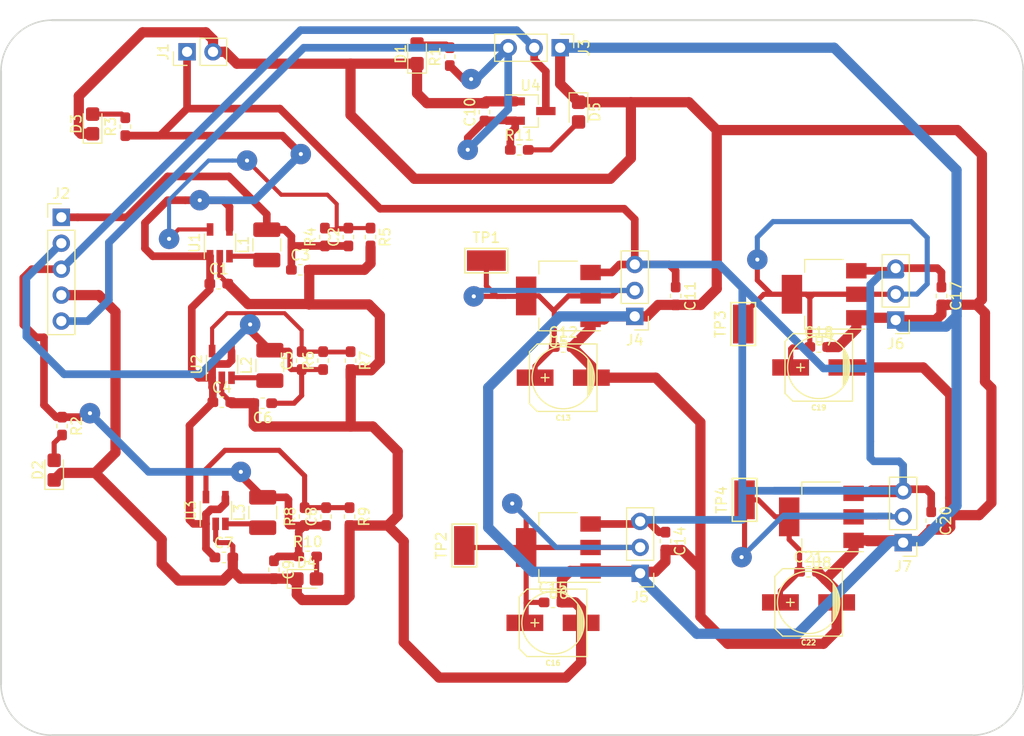
<source format=kicad_pcb>
(kicad_pcb (version 20171130) (host pcbnew 5.0.2-bee76a0~70~ubuntu18.04.1)

  (general
    (thickness 1.6)
    (drawings 8)
    (tracks 503)
    (zones 0)
    (modules 64)
    (nets 22)
  )

  (page A4)
  (layers
    (0 F.Cu signal)
    (31 B.Cu signal)
    (32 B.Adhes user)
    (33 F.Adhes user)
    (34 B.Paste user)
    (35 F.Paste user)
    (36 B.SilkS user)
    (37 F.SilkS user)
    (38 B.Mask user)
    (39 F.Mask user)
    (40 Dwgs.User user)
    (41 Cmts.User user)
    (42 Eco1.User user)
    (43 Eco2.User user)
    (44 Edge.Cuts user)
    (45 Margin user)
    (46 B.CrtYd user)
    (47 F.CrtYd user)
    (48 B.Fab user)
    (49 F.Fab user)
  )

  (setup
    (last_trace_width 0.25)
    (trace_clearance 0.2)
    (zone_clearance 0.508)
    (zone_45_only no)
    (trace_min 0.2)
    (segment_width 0.2)
    (edge_width 0.15)
    (via_size 0.8)
    (via_drill 0.4)
    (via_min_size 0.4)
    (via_min_drill 0.3)
    (uvia_size 0.3)
    (uvia_drill 0.1)
    (uvias_allowed no)
    (uvia_min_size 0.2)
    (uvia_min_drill 0.1)
    (pcb_text_width 0.3)
    (pcb_text_size 1.5 1.5)
    (mod_edge_width 0.15)
    (mod_text_size 1 1)
    (mod_text_width 0.15)
    (pad_size 1.524 1.524)
    (pad_drill 0.762)
    (pad_to_mask_clearance 0.051)
    (solder_mask_min_width 0.25)
    (aux_axis_origin 0 0)
    (visible_elements FFFFFF7F)
    (pcbplotparams
      (layerselection 0x010fc_ffffffff)
      (usegerberextensions false)
      (usegerberattributes false)
      (usegerberadvancedattributes false)
      (creategerberjobfile false)
      (excludeedgelayer true)
      (linewidth 0.100000)
      (plotframeref false)
      (viasonmask false)
      (mode 1)
      (useauxorigin false)
      (hpglpennumber 1)
      (hpglpenspeed 20)
      (hpglpendiameter 15.000000)
      (psnegative false)
      (psa4output false)
      (plotreference true)
      (plotvalue true)
      (plotinvisibletext false)
      (padsonsilk false)
      (subtractmaskfromsilk false)
      (outputformat 1)
      (mirror false)
      (drillshape 1)
      (scaleselection 1)
      (outputdirectory ""))
  )

  (net 0 "")
  (net 1 +3V0)
  (net 2 "Net-(D5-Pad2)")
  (net 3 "Net-(D4-Pad2)")
  (net 4 +3V3)
  (net 5 "Net-(C8-Pad2)")
  (net 6 GND)
  (net 7 "Net-(C5-Pad2)")
  (net 8 "Net-(D2-Pad2)")
  (net 9 "Net-(D1-Pad2)")
  (net 10 "Net-(C2-Pad2)")
  (net 11 +1V2)
  (net 12 +1V8)
  (net 13 +5V)
  (net 14 "Net-(D3-Pad2)")
  (net 15 "Net-(L3-Pad1)")
  (net 16 "Net-(L1-Pad1)")
  (net 17 "Net-(L2-Pad1)")
  (net 18 /AMS1117_POWER/OUTPUT)
  (net 19 /sheet5C07B66D/OUTPUT)
  (net 20 /sheet5C07B3E2/OUTPUT)
  (net 21 /sheet5C07B66F/OUTPUT)

  (net_class Default "This is the default net class."
    (clearance 0.2)
    (trace_width 0.25)
    (via_dia 0.8)
    (via_drill 0.4)
    (uvia_dia 0.3)
    (uvia_drill 0.1)
    (add_net /AMS1117_POWER/OUTPUT)
    (add_net /sheet5C07B3E2/OUTPUT)
    (add_net /sheet5C07B66D/OUTPUT)
    (add_net /sheet5C07B66F/OUTPUT)
    (add_net "Net-(C2-Pad2)")
    (add_net "Net-(C5-Pad2)")
    (add_net "Net-(C8-Pad2)")
    (add_net "Net-(D1-Pad2)")
    (add_net "Net-(D2-Pad2)")
    (add_net "Net-(D3-Pad2)")
    (add_net "Net-(D4-Pad2)")
    (add_net "Net-(D5-Pad2)")
    (add_net "Net-(L1-Pad1)")
    (add_net "Net-(L2-Pad1)")
    (add_net "Net-(L3-Pad1)")
  )

  (net_class GND ""
    (clearance 0.2)
    (trace_width 1)
    (via_dia 0.8)
    (via_drill 0.4)
    (uvia_dia 0.3)
    (uvia_drill 0.1)
    (add_net GND)
  )

  (net_class PWR ""
    (clearance 0.2)
    (trace_width 0.75)
    (via_dia 0.8)
    (via_drill 0.4)
    (uvia_dia 0.3)
    (uvia_drill 0.1)
    (add_net +1V2)
    (add_net +1V8)
    (add_net +3V0)
    (add_net +3V3)
    (add_net +5V)
  )

  (module Package_TO_SOT_SMD:SOT-223-3_TabPin2 (layer F.Cu) (tedit 5A02FF57) (tstamp 5C07C3BE)
    (at 54.525 27 180)
    (descr "module CMS SOT223 4 pins")
    (tags "CMS SOT")
    (path /5C07A797/5C0AD747)
    (attr smd)
    (fp_text reference U5 (at 0 -4.5 180) (layer F.SilkS)
      (effects (font (size 1 1) (thickness 0.15)))
    )
    (fp_text value AMS1117-3.3 (at 0 4.5 180) (layer F.Fab)
      (effects (font (size 1 1) (thickness 0.15)))
    )
    (fp_text user %R (at 0 0 270) (layer F.Fab)
      (effects (font (size 0.8 0.8) (thickness 0.12)))
    )
    (fp_line (start 1.91 3.41) (end 1.91 2.15) (layer F.SilkS) (width 0.12))
    (fp_line (start 1.91 -3.41) (end 1.91 -2.15) (layer F.SilkS) (width 0.12))
    (fp_line (start 4.4 -3.6) (end -4.4 -3.6) (layer F.CrtYd) (width 0.05))
    (fp_line (start 4.4 3.6) (end 4.4 -3.6) (layer F.CrtYd) (width 0.05))
    (fp_line (start -4.4 3.6) (end 4.4 3.6) (layer F.CrtYd) (width 0.05))
    (fp_line (start -4.4 -3.6) (end -4.4 3.6) (layer F.CrtYd) (width 0.05))
    (fp_line (start -1.85 -2.35) (end -0.85 -3.35) (layer F.Fab) (width 0.1))
    (fp_line (start -1.85 -2.35) (end -1.85 3.35) (layer F.Fab) (width 0.1))
    (fp_line (start -1.85 3.41) (end 1.91 3.41) (layer F.SilkS) (width 0.12))
    (fp_line (start -0.85 -3.35) (end 1.85 -3.35) (layer F.Fab) (width 0.1))
    (fp_line (start -4.1 -3.41) (end 1.91 -3.41) (layer F.SilkS) (width 0.12))
    (fp_line (start -1.85 3.35) (end 1.85 3.35) (layer F.Fab) (width 0.1))
    (fp_line (start 1.85 -3.35) (end 1.85 3.35) (layer F.Fab) (width 0.1))
    (pad 2 smd rect (at 3.15 0 180) (size 2 3.8) (layers F.Cu F.Paste F.Mask)
      (net 18 /AMS1117_POWER/OUTPUT))
    (pad 2 smd rect (at -3.15 0 180) (size 2 1.5) (layers F.Cu F.Paste F.Mask)
      (net 18 /AMS1117_POWER/OUTPUT))
    (pad 3 smd rect (at -3.15 2.3 180) (size 2 1.5) (layers F.Cu F.Paste F.Mask)
      (net 13 +5V))
    (pad 1 smd rect (at -3.15 -2.3 180) (size 2 1.5) (layers F.Cu F.Paste F.Mask)
      (net 6 GND))
    (model ${KISYS3DMOD}/Package_TO_SOT_SMD.3dshapes/SOT-223.wrl
      (at (xyz 0 0 0))
      (scale (xyz 1 1 1))
      (rotate (xyz 0 0 0))
    )
  )

  (module Package_TO_SOT_SMD:SOT-23_Handsoldering (layer F.Cu) (tedit 5A0AB76C) (tstamp 5C07A0AC)
    (at 51.8 8.9)
    (descr "SOT-23, Handsoldering")
    (tags SOT-23)
    (path /5C0799E5/5C066287)
    (attr smd)
    (fp_text reference U4 (at 0 -2.5) (layer F.SilkS)
      (effects (font (size 1 1) (thickness 0.15)))
    )
    (fp_text value AP2120N (at 0 2.5) (layer F.Fab)
      (effects (font (size 1 1) (thickness 0.15)))
    )
    (fp_text user %R (at 0 0 90) (layer F.Fab)
      (effects (font (size 0.5 0.5) (thickness 0.075)))
    )
    (fp_line (start 0.76 1.58) (end 0.76 0.65) (layer F.SilkS) (width 0.12))
    (fp_line (start 0.76 -1.58) (end 0.76 -0.65) (layer F.SilkS) (width 0.12))
    (fp_line (start -2.7 -1.75) (end 2.7 -1.75) (layer F.CrtYd) (width 0.05))
    (fp_line (start 2.7 -1.75) (end 2.7 1.75) (layer F.CrtYd) (width 0.05))
    (fp_line (start 2.7 1.75) (end -2.7 1.75) (layer F.CrtYd) (width 0.05))
    (fp_line (start -2.7 1.75) (end -2.7 -1.75) (layer F.CrtYd) (width 0.05))
    (fp_line (start 0.76 -1.58) (end -2.4 -1.58) (layer F.SilkS) (width 0.12))
    (fp_line (start -0.7 -0.95) (end -0.7 1.5) (layer F.Fab) (width 0.1))
    (fp_line (start -0.15 -1.52) (end 0.7 -1.52) (layer F.Fab) (width 0.1))
    (fp_line (start -0.7 -0.95) (end -0.15 -1.52) (layer F.Fab) (width 0.1))
    (fp_line (start 0.7 -1.52) (end 0.7 1.52) (layer F.Fab) (width 0.1))
    (fp_line (start -0.7 1.52) (end 0.7 1.52) (layer F.Fab) (width 0.1))
    (fp_line (start 0.76 1.58) (end -0.7 1.58) (layer F.SilkS) (width 0.12))
    (pad 1 smd rect (at -1.5 -0.95) (size 1.9 0.8) (layers F.Cu F.Paste F.Mask)
      (net 6 GND))
    (pad 2 smd rect (at -1.5 0.95) (size 1.9 0.8) (layers F.Cu F.Paste F.Mask)
      (net 1 +3V0))
    (pad 3 smd rect (at 1.5 0) (size 1.9 0.8) (layers F.Cu F.Paste F.Mask)
      (net 4 +3V3))
    (model ${KISYS3DMOD}/Package_TO_SOT_SMD.3dshapes/SOT-23.wrl
      (at (xyz 0 0 0))
      (scale (xyz 1 1 1))
      (rotate (xyz 0 0 0))
    )
  )

  (module Capacitor_SMD:C_0603_1608Metric_Pad1.05x0.95mm_HandSolder (layer F.Cu) (tedit 5B301BBE) (tstamp 5C07E8A3)
    (at 65 51 270)
    (descr "Capacitor SMD 0603 (1608 Metric), square (rectangular) end terminal, IPC_7351 nominal with elongated pad for handsoldering. (Body size source: http://www.tortai-tech.com/upload/download/2011102023233369053.pdf), generated with kicad-footprint-generator")
    (tags "capacitor handsolder")
    (path /5C07B3E2/5C0AD74D)
    (attr smd)
    (fp_text reference C14 (at 0 -1.43 270) (layer F.SilkS)
      (effects (font (size 1 1) (thickness 0.15)))
    )
    (fp_text value C104,0603 (at 0 1.43 270) (layer F.Fab)
      (effects (font (size 1 1) (thickness 0.15)))
    )
    (fp_text user %R (at 0 0 270) (layer F.Fab)
      (effects (font (size 0.4 0.4) (thickness 0.06)))
    )
    (fp_line (start 1.65 0.73) (end -1.65 0.73) (layer F.CrtYd) (width 0.05))
    (fp_line (start 1.65 -0.73) (end 1.65 0.73) (layer F.CrtYd) (width 0.05))
    (fp_line (start -1.65 -0.73) (end 1.65 -0.73) (layer F.CrtYd) (width 0.05))
    (fp_line (start -1.65 0.73) (end -1.65 -0.73) (layer F.CrtYd) (width 0.05))
    (fp_line (start -0.171267 0.51) (end 0.171267 0.51) (layer F.SilkS) (width 0.12))
    (fp_line (start -0.171267 -0.51) (end 0.171267 -0.51) (layer F.SilkS) (width 0.12))
    (fp_line (start 0.8 0.4) (end -0.8 0.4) (layer F.Fab) (width 0.1))
    (fp_line (start 0.8 -0.4) (end 0.8 0.4) (layer F.Fab) (width 0.1))
    (fp_line (start -0.8 -0.4) (end 0.8 -0.4) (layer F.Fab) (width 0.1))
    (fp_line (start -0.8 0.4) (end -0.8 -0.4) (layer F.Fab) (width 0.1))
    (pad 2 smd roundrect (at 0.875 0 270) (size 1.05 0.95) (layers F.Cu F.Paste F.Mask) (roundrect_rratio 0.25)
      (net 6 GND))
    (pad 1 smd roundrect (at -0.875 0 270) (size 1.05 0.95) (layers F.Cu F.Paste F.Mask) (roundrect_rratio 0.25)
      (net 13 +5V))
    (model ${KISYS3DMOD}/Capacitor_SMD.3dshapes/C_0603_1608Metric.wrl
      (at (xyz 0 0 0))
      (scale (xyz 1 1 1))
      (rotate (xyz 0 0 0))
    )
  )

  (module Capacitor_SMD:C_0603_1608Metric_Pad1.05x0.95mm_HandSolder (layer F.Cu) (tedit 5B301BBE) (tstamp 5C07E8D3)
    (at 54 57)
    (descr "Capacitor SMD 0603 (1608 Metric), square (rectangular) end terminal, IPC_7351 nominal with elongated pad for handsoldering. (Body size source: http://www.tortai-tech.com/upload/download/2011102023233369053.pdf), generated with kicad-footprint-generator")
    (tags "capacitor handsolder")
    (path /5C07B3E2/5C0AD77C)
    (attr smd)
    (fp_text reference C15 (at 0 -1.43) (layer F.SilkS)
      (effects (font (size 1 1) (thickness 0.15)))
    )
    (fp_text value C104,0603 (at 0 1.43) (layer F.Fab)
      (effects (font (size 1 1) (thickness 0.15)))
    )
    (fp_line (start -0.8 0.4) (end -0.8 -0.4) (layer F.Fab) (width 0.1))
    (fp_line (start -0.8 -0.4) (end 0.8 -0.4) (layer F.Fab) (width 0.1))
    (fp_line (start 0.8 -0.4) (end 0.8 0.4) (layer F.Fab) (width 0.1))
    (fp_line (start 0.8 0.4) (end -0.8 0.4) (layer F.Fab) (width 0.1))
    (fp_line (start -0.171267 -0.51) (end 0.171267 -0.51) (layer F.SilkS) (width 0.12))
    (fp_line (start -0.171267 0.51) (end 0.171267 0.51) (layer F.SilkS) (width 0.12))
    (fp_line (start -1.65 0.73) (end -1.65 -0.73) (layer F.CrtYd) (width 0.05))
    (fp_line (start -1.65 -0.73) (end 1.65 -0.73) (layer F.CrtYd) (width 0.05))
    (fp_line (start 1.65 -0.73) (end 1.65 0.73) (layer F.CrtYd) (width 0.05))
    (fp_line (start 1.65 0.73) (end -1.65 0.73) (layer F.CrtYd) (width 0.05))
    (fp_text user %R (at 0 0) (layer F.Fab)
      (effects (font (size 0.4 0.4) (thickness 0.06)))
    )
    (pad 1 smd roundrect (at -0.875 0) (size 1.05 0.95) (layers F.Cu F.Paste F.Mask) (roundrect_rratio 0.25)
      (net 20 /sheet5C07B3E2/OUTPUT))
    (pad 2 smd roundrect (at 0.875 0) (size 1.05 0.95) (layers F.Cu F.Paste F.Mask) (roundrect_rratio 0.25)
      (net 6 GND))
    (model ${KISYS3DMOD}/Capacitor_SMD.3dshapes/C_0603_1608Metric.wrl
      (at (xyz 0 0 0))
      (scale (xyz 1 1 1))
      (rotate (xyz 0 0 0))
    )
  )

  (module Capacitor_SMD:C_0603_1608Metric_Pad1.05x0.95mm_HandSolder (layer F.Cu) (tedit 5B301BBE) (tstamp 5C07D677)
    (at 92 27 270)
    (descr "Capacitor SMD 0603 (1608 Metric), square (rectangular) end terminal, IPC_7351 nominal with elongated pad for handsoldering. (Body size source: http://www.tortai-tech.com/upload/download/2011102023233369053.pdf), generated with kicad-footprint-generator")
    (tags "capacitor handsolder")
    (path /5C07B66D/5C0AD74D)
    (attr smd)
    (fp_text reference C17 (at 0 -1.43 270) (layer F.SilkS)
      (effects (font (size 1 1) (thickness 0.15)))
    )
    (fp_text value C104,0603 (at 0 1.43 270) (layer F.Fab)
      (effects (font (size 1 1) (thickness 0.15)))
    )
    (fp_text user %R (at 0 0 270) (layer F.Fab)
      (effects (font (size 0.4 0.4) (thickness 0.06)))
    )
    (fp_line (start 1.65 0.73) (end -1.65 0.73) (layer F.CrtYd) (width 0.05))
    (fp_line (start 1.65 -0.73) (end 1.65 0.73) (layer F.CrtYd) (width 0.05))
    (fp_line (start -1.65 -0.73) (end 1.65 -0.73) (layer F.CrtYd) (width 0.05))
    (fp_line (start -1.65 0.73) (end -1.65 -0.73) (layer F.CrtYd) (width 0.05))
    (fp_line (start -0.171267 0.51) (end 0.171267 0.51) (layer F.SilkS) (width 0.12))
    (fp_line (start -0.171267 -0.51) (end 0.171267 -0.51) (layer F.SilkS) (width 0.12))
    (fp_line (start 0.8 0.4) (end -0.8 0.4) (layer F.Fab) (width 0.1))
    (fp_line (start 0.8 -0.4) (end 0.8 0.4) (layer F.Fab) (width 0.1))
    (fp_line (start -0.8 -0.4) (end 0.8 -0.4) (layer F.Fab) (width 0.1))
    (fp_line (start -0.8 0.4) (end -0.8 -0.4) (layer F.Fab) (width 0.1))
    (pad 2 smd roundrect (at 0.875 0 270) (size 1.05 0.95) (layers F.Cu F.Paste F.Mask) (roundrect_rratio 0.25)
      (net 6 GND))
    (pad 1 smd roundrect (at -0.875 0 270) (size 1.05 0.95) (layers F.Cu F.Paste F.Mask) (roundrect_rratio 0.25)
      (net 13 +5V))
    (model ${KISYS3DMOD}/Capacitor_SMD.3dshapes/C_0603_1608Metric.wrl
      (at (xyz 0 0 0))
      (scale (xyz 1 1 1))
      (rotate (xyz 0 0 0))
    )
  )

  (module Capacitor_SMD:C_0603_1608Metric_Pad1.05x0.95mm_HandSolder (layer F.Cu) (tedit 5B301BBE) (tstamp 5C07D666)
    (at 80 32)
    (descr "Capacitor SMD 0603 (1608 Metric), square (rectangular) end terminal, IPC_7351 nominal with elongated pad for handsoldering. (Body size source: http://www.tortai-tech.com/upload/download/2011102023233369053.pdf), generated with kicad-footprint-generator")
    (tags "capacitor handsolder")
    (path /5C07B66D/5C0AD77C)
    (attr smd)
    (fp_text reference C18 (at 0 -1.43) (layer F.SilkS)
      (effects (font (size 1 1) (thickness 0.15)))
    )
    (fp_text value C104,0603 (at 0 1.43) (layer F.Fab)
      (effects (font (size 1 1) (thickness 0.15)))
    )
    (fp_line (start -0.8 0.4) (end -0.8 -0.4) (layer F.Fab) (width 0.1))
    (fp_line (start -0.8 -0.4) (end 0.8 -0.4) (layer F.Fab) (width 0.1))
    (fp_line (start 0.8 -0.4) (end 0.8 0.4) (layer F.Fab) (width 0.1))
    (fp_line (start 0.8 0.4) (end -0.8 0.4) (layer F.Fab) (width 0.1))
    (fp_line (start -0.171267 -0.51) (end 0.171267 -0.51) (layer F.SilkS) (width 0.12))
    (fp_line (start -0.171267 0.51) (end 0.171267 0.51) (layer F.SilkS) (width 0.12))
    (fp_line (start -1.65 0.73) (end -1.65 -0.73) (layer F.CrtYd) (width 0.05))
    (fp_line (start -1.65 -0.73) (end 1.65 -0.73) (layer F.CrtYd) (width 0.05))
    (fp_line (start 1.65 -0.73) (end 1.65 0.73) (layer F.CrtYd) (width 0.05))
    (fp_line (start 1.65 0.73) (end -1.65 0.73) (layer F.CrtYd) (width 0.05))
    (fp_text user %R (at 0 0) (layer F.Fab)
      (effects (font (size 0.4 0.4) (thickness 0.06)))
    )
    (pad 1 smd roundrect (at -0.875 0) (size 1.05 0.95) (layers F.Cu F.Paste F.Mask) (roundrect_rratio 0.25)
      (net 19 /sheet5C07B66D/OUTPUT))
    (pad 2 smd roundrect (at 0.875 0) (size 1.05 0.95) (layers F.Cu F.Paste F.Mask) (roundrect_rratio 0.25)
      (net 6 GND))
    (model ${KISYS3DMOD}/Capacitor_SMD.3dshapes/C_0603_1608Metric.wrl
      (at (xyz 0 0 0))
      (scale (xyz 1 1 1))
      (rotate (xyz 0 0 0))
    )
  )

  (module Capacitor_SMD:C_0603_1608Metric_Pad1.05x0.95mm_HandSolder (layer F.Cu) (tedit 5B301BBE) (tstamp 5C07D655)
    (at 91 49 270)
    (descr "Capacitor SMD 0603 (1608 Metric), square (rectangular) end terminal, IPC_7351 nominal with elongated pad for handsoldering. (Body size source: http://www.tortai-tech.com/upload/download/2011102023233369053.pdf), generated with kicad-footprint-generator")
    (tags "capacitor handsolder")
    (path /5C07B66F/5C0AD74D)
    (attr smd)
    (fp_text reference C20 (at 0 -1.43 270) (layer F.SilkS)
      (effects (font (size 1 1) (thickness 0.15)))
    )
    (fp_text value C104,0603 (at 0 1.43 270) (layer F.Fab)
      (effects (font (size 1 1) (thickness 0.15)))
    )
    (fp_text user %R (at 0 0 270) (layer F.Fab)
      (effects (font (size 0.4 0.4) (thickness 0.06)))
    )
    (fp_line (start 1.65 0.73) (end -1.65 0.73) (layer F.CrtYd) (width 0.05))
    (fp_line (start 1.65 -0.73) (end 1.65 0.73) (layer F.CrtYd) (width 0.05))
    (fp_line (start -1.65 -0.73) (end 1.65 -0.73) (layer F.CrtYd) (width 0.05))
    (fp_line (start -1.65 0.73) (end -1.65 -0.73) (layer F.CrtYd) (width 0.05))
    (fp_line (start -0.171267 0.51) (end 0.171267 0.51) (layer F.SilkS) (width 0.12))
    (fp_line (start -0.171267 -0.51) (end 0.171267 -0.51) (layer F.SilkS) (width 0.12))
    (fp_line (start 0.8 0.4) (end -0.8 0.4) (layer F.Fab) (width 0.1))
    (fp_line (start 0.8 -0.4) (end 0.8 0.4) (layer F.Fab) (width 0.1))
    (fp_line (start -0.8 -0.4) (end 0.8 -0.4) (layer F.Fab) (width 0.1))
    (fp_line (start -0.8 0.4) (end -0.8 -0.4) (layer F.Fab) (width 0.1))
    (pad 2 smd roundrect (at 0.875 0 270) (size 1.05 0.95) (layers F.Cu F.Paste F.Mask) (roundrect_rratio 0.25)
      (net 6 GND))
    (pad 1 smd roundrect (at -0.875 0 270) (size 1.05 0.95) (layers F.Cu F.Paste F.Mask) (roundrect_rratio 0.25)
      (net 13 +5V))
    (model ${KISYS3DMOD}/Capacitor_SMD.3dshapes/C_0603_1608Metric.wrl
      (at (xyz 0 0 0))
      (scale (xyz 1 1 1))
      (rotate (xyz 0 0 0))
    )
  )

  (module Capacitor_SMD:C_0603_1608Metric_Pad1.05x0.95mm_HandSolder (layer F.Cu) (tedit 5B301BBE) (tstamp 5C07D644)
    (at 79 54)
    (descr "Capacitor SMD 0603 (1608 Metric), square (rectangular) end terminal, IPC_7351 nominal with elongated pad for handsoldering. (Body size source: http://www.tortai-tech.com/upload/download/2011102023233369053.pdf), generated with kicad-footprint-generator")
    (tags "capacitor handsolder")
    (path /5C07B66F/5C0AD77C)
    (attr smd)
    (fp_text reference C21 (at 0 -1.43) (layer F.SilkS)
      (effects (font (size 1 1) (thickness 0.15)))
    )
    (fp_text value C104,0603 (at 0 1.43) (layer F.Fab)
      (effects (font (size 1 1) (thickness 0.15)))
    )
    (fp_line (start -0.8 0.4) (end -0.8 -0.4) (layer F.Fab) (width 0.1))
    (fp_line (start -0.8 -0.4) (end 0.8 -0.4) (layer F.Fab) (width 0.1))
    (fp_line (start 0.8 -0.4) (end 0.8 0.4) (layer F.Fab) (width 0.1))
    (fp_line (start 0.8 0.4) (end -0.8 0.4) (layer F.Fab) (width 0.1))
    (fp_line (start -0.171267 -0.51) (end 0.171267 -0.51) (layer F.SilkS) (width 0.12))
    (fp_line (start -0.171267 0.51) (end 0.171267 0.51) (layer F.SilkS) (width 0.12))
    (fp_line (start -1.65 0.73) (end -1.65 -0.73) (layer F.CrtYd) (width 0.05))
    (fp_line (start -1.65 -0.73) (end 1.65 -0.73) (layer F.CrtYd) (width 0.05))
    (fp_line (start 1.65 -0.73) (end 1.65 0.73) (layer F.CrtYd) (width 0.05))
    (fp_line (start 1.65 0.73) (end -1.65 0.73) (layer F.CrtYd) (width 0.05))
    (fp_text user %R (at 0 0) (layer F.Fab)
      (effects (font (size 0.4 0.4) (thickness 0.06)))
    )
    (pad 1 smd roundrect (at -0.875 0) (size 1.05 0.95) (layers F.Cu F.Paste F.Mask) (roundrect_rratio 0.25)
      (net 21 /sheet5C07B66F/OUTPUT))
    (pad 2 smd roundrect (at 0.875 0) (size 1.05 0.95) (layers F.Cu F.Paste F.Mask) (roundrect_rratio 0.25)
      (net 6 GND))
    (model ${KISYS3DMOD}/Capacitor_SMD.3dshapes/C_0603_1608Metric.wrl
      (at (xyz 0 0 0))
      (scale (xyz 1 1 1))
      (rotate (xyz 0 0 0))
    )
  )

  (module Connector_PinHeader_2.54mm:PinHeader_1x03_P2.54mm_Vertical (layer F.Cu) (tedit 59FED5CC) (tstamp 5C07D5E9)
    (at 87.525 29.36 180)
    (descr "Through hole straight pin header, 1x03, 2.54mm pitch, single row")
    (tags "Through hole pin header THT 1x03 2.54mm single row")
    (path /5C07B66D/5C078669)
    (fp_text reference J6 (at 0 -2.33 180) (layer F.SilkS)
      (effects (font (size 1 1) (thickness 0.15)))
    )
    (fp_text value Conn_01x03 (at 0 7.41 180) (layer F.Fab)
      (effects (font (size 1 1) (thickness 0.15)))
    )
    (fp_line (start -0.635 -1.27) (end 1.27 -1.27) (layer F.Fab) (width 0.1))
    (fp_line (start 1.27 -1.27) (end 1.27 6.35) (layer F.Fab) (width 0.1))
    (fp_line (start 1.27 6.35) (end -1.27 6.35) (layer F.Fab) (width 0.1))
    (fp_line (start -1.27 6.35) (end -1.27 -0.635) (layer F.Fab) (width 0.1))
    (fp_line (start -1.27 -0.635) (end -0.635 -1.27) (layer F.Fab) (width 0.1))
    (fp_line (start -1.33 6.41) (end 1.33 6.41) (layer F.SilkS) (width 0.12))
    (fp_line (start -1.33 1.27) (end -1.33 6.41) (layer F.SilkS) (width 0.12))
    (fp_line (start 1.33 1.27) (end 1.33 6.41) (layer F.SilkS) (width 0.12))
    (fp_line (start -1.33 1.27) (end 1.33 1.27) (layer F.SilkS) (width 0.12))
    (fp_line (start -1.33 0) (end -1.33 -1.33) (layer F.SilkS) (width 0.12))
    (fp_line (start -1.33 -1.33) (end 0 -1.33) (layer F.SilkS) (width 0.12))
    (fp_line (start -1.8 -1.8) (end -1.8 6.85) (layer F.CrtYd) (width 0.05))
    (fp_line (start -1.8 6.85) (end 1.8 6.85) (layer F.CrtYd) (width 0.05))
    (fp_line (start 1.8 6.85) (end 1.8 -1.8) (layer F.CrtYd) (width 0.05))
    (fp_line (start 1.8 -1.8) (end -1.8 -1.8) (layer F.CrtYd) (width 0.05))
    (fp_text user %R (at 0 2.54 270) (layer F.Fab)
      (effects (font (size 1 1) (thickness 0.15)))
    )
    (pad 1 thru_hole rect (at 0 0 180) (size 1.7 1.7) (drill 1) (layers *.Cu *.Mask)
      (net 6 GND))
    (pad 2 thru_hole oval (at 0 2.54 180) (size 1.7 1.7) (drill 1) (layers *.Cu *.Mask)
      (net 19 /sheet5C07B66D/OUTPUT))
    (pad 3 thru_hole oval (at 0 5.08 180) (size 1.7 1.7) (drill 1) (layers *.Cu *.Mask)
      (net 13 +5V))
    (model ${KISYS3DMOD}/Connector_PinHeader_2.54mm.3dshapes/PinHeader_1x03_P2.54mm_Vertical.wrl
      (at (xyz 0 0 0))
      (scale (xyz 1 1 1))
      (rotate (xyz 0 0 0))
    )
  )

  (module Connector_PinHeader_2.54mm:PinHeader_1x03_P2.54mm_Vertical (layer F.Cu) (tedit 59FED5CC) (tstamp 5C07E909)
    (at 62.525 54.15 180)
    (descr "Through hole straight pin header, 1x03, 2.54mm pitch, single row")
    (tags "Through hole pin header THT 1x03 2.54mm single row")
    (path /5C07B3E2/5C078669)
    (fp_text reference J5 (at 0 -2.33 180) (layer F.SilkS)
      (effects (font (size 1 1) (thickness 0.15)))
    )
    (fp_text value Conn_01x03 (at 0 7.41 180) (layer F.Fab)
      (effects (font (size 1 1) (thickness 0.15)))
    )
    (fp_text user %R (at 0 2.54 270) (layer F.Fab)
      (effects (font (size 1 1) (thickness 0.15)))
    )
    (fp_line (start 1.8 -1.8) (end -1.8 -1.8) (layer F.CrtYd) (width 0.05))
    (fp_line (start 1.8 6.85) (end 1.8 -1.8) (layer F.CrtYd) (width 0.05))
    (fp_line (start -1.8 6.85) (end 1.8 6.85) (layer F.CrtYd) (width 0.05))
    (fp_line (start -1.8 -1.8) (end -1.8 6.85) (layer F.CrtYd) (width 0.05))
    (fp_line (start -1.33 -1.33) (end 0 -1.33) (layer F.SilkS) (width 0.12))
    (fp_line (start -1.33 0) (end -1.33 -1.33) (layer F.SilkS) (width 0.12))
    (fp_line (start -1.33 1.27) (end 1.33 1.27) (layer F.SilkS) (width 0.12))
    (fp_line (start 1.33 1.27) (end 1.33 6.41) (layer F.SilkS) (width 0.12))
    (fp_line (start -1.33 1.27) (end -1.33 6.41) (layer F.SilkS) (width 0.12))
    (fp_line (start -1.33 6.41) (end 1.33 6.41) (layer F.SilkS) (width 0.12))
    (fp_line (start -1.27 -0.635) (end -0.635 -1.27) (layer F.Fab) (width 0.1))
    (fp_line (start -1.27 6.35) (end -1.27 -0.635) (layer F.Fab) (width 0.1))
    (fp_line (start 1.27 6.35) (end -1.27 6.35) (layer F.Fab) (width 0.1))
    (fp_line (start 1.27 -1.27) (end 1.27 6.35) (layer F.Fab) (width 0.1))
    (fp_line (start -0.635 -1.27) (end 1.27 -1.27) (layer F.Fab) (width 0.1))
    (pad 3 thru_hole oval (at 0 5.08 180) (size 1.7 1.7) (drill 1) (layers *.Cu *.Mask)
      (net 13 +5V))
    (pad 2 thru_hole oval (at 0 2.54 180) (size 1.7 1.7) (drill 1) (layers *.Cu *.Mask)
      (net 20 /sheet5C07B3E2/OUTPUT))
    (pad 1 thru_hole rect (at 0 0 180) (size 1.7 1.7) (drill 1) (layers *.Cu *.Mask)
      (net 6 GND))
    (model ${KISYS3DMOD}/Connector_PinHeader_2.54mm.3dshapes/PinHeader_1x03_P2.54mm_Vertical.wrl
      (at (xyz 0 0 0))
      (scale (xyz 1 1 1))
      (rotate (xyz 0 0 0))
    )
  )

  (module Connector_PinHeader_2.54mm:PinHeader_1x03_P2.54mm_Vertical (layer F.Cu) (tedit 59FED5CC) (tstamp 5C07D563)
    (at 88.255 51.15 180)
    (descr "Through hole straight pin header, 1x03, 2.54mm pitch, single row")
    (tags "Through hole pin header THT 1x03 2.54mm single row")
    (path /5C07B66F/5C078669)
    (fp_text reference J7 (at 0 -2.33 180) (layer F.SilkS)
      (effects (font (size 1 1) (thickness 0.15)))
    )
    (fp_text value Conn_01x03 (at 0 7.41 180) (layer F.Fab)
      (effects (font (size 1 1) (thickness 0.15)))
    )
    (fp_line (start -0.635 -1.27) (end 1.27 -1.27) (layer F.Fab) (width 0.1))
    (fp_line (start 1.27 -1.27) (end 1.27 6.35) (layer F.Fab) (width 0.1))
    (fp_line (start 1.27 6.35) (end -1.27 6.35) (layer F.Fab) (width 0.1))
    (fp_line (start -1.27 6.35) (end -1.27 -0.635) (layer F.Fab) (width 0.1))
    (fp_line (start -1.27 -0.635) (end -0.635 -1.27) (layer F.Fab) (width 0.1))
    (fp_line (start -1.33 6.41) (end 1.33 6.41) (layer F.SilkS) (width 0.12))
    (fp_line (start -1.33 1.27) (end -1.33 6.41) (layer F.SilkS) (width 0.12))
    (fp_line (start 1.33 1.27) (end 1.33 6.41) (layer F.SilkS) (width 0.12))
    (fp_line (start -1.33 1.27) (end 1.33 1.27) (layer F.SilkS) (width 0.12))
    (fp_line (start -1.33 0) (end -1.33 -1.33) (layer F.SilkS) (width 0.12))
    (fp_line (start -1.33 -1.33) (end 0 -1.33) (layer F.SilkS) (width 0.12))
    (fp_line (start -1.8 -1.8) (end -1.8 6.85) (layer F.CrtYd) (width 0.05))
    (fp_line (start -1.8 6.85) (end 1.8 6.85) (layer F.CrtYd) (width 0.05))
    (fp_line (start 1.8 6.85) (end 1.8 -1.8) (layer F.CrtYd) (width 0.05))
    (fp_line (start 1.8 -1.8) (end -1.8 -1.8) (layer F.CrtYd) (width 0.05))
    (fp_text user %R (at 0 2.54 270) (layer F.Fab)
      (effects (font (size 1 1) (thickness 0.15)))
    )
    (pad 1 thru_hole rect (at 0 0 180) (size 1.7 1.7) (drill 1) (layers *.Cu *.Mask)
      (net 6 GND))
    (pad 2 thru_hole oval (at 0 2.54 180) (size 1.7 1.7) (drill 1) (layers *.Cu *.Mask)
      (net 21 /sheet5C07B66F/OUTPUT))
    (pad 3 thru_hole oval (at 0 5.08 180) (size 1.7 1.7) (drill 1) (layers *.Cu *.Mask)
      (net 13 +5V))
    (model ${KISYS3DMOD}/Connector_PinHeader_2.54mm.3dshapes/PinHeader_1x03_P2.54mm_Vertical.wrl
      (at (xyz 0 0 0))
      (scale (xyz 1 1 1))
      (rotate (xyz 0 0 0))
    )
  )

  (module Package_TO_SOT_SMD:SOT-223-3_TabPin2 (layer F.Cu) (tedit 5A02FF57) (tstamp 5C07E94A)
    (at 54.525 51.625 180)
    (descr "module CMS SOT223 4 pins")
    (tags "CMS SOT")
    (path /5C07B3E2/5C0AD747)
    (attr smd)
    (fp_text reference U6 (at 0 -4.5 180) (layer F.SilkS)
      (effects (font (size 1 1) (thickness 0.15)))
    )
    (fp_text value AMS1117-3.3 (at 0 4.5 180) (layer F.Fab)
      (effects (font (size 1 1) (thickness 0.15)))
    )
    (fp_text user %R (at 0 0 270) (layer F.Fab)
      (effects (font (size 0.8 0.8) (thickness 0.12)))
    )
    (fp_line (start 1.91 3.41) (end 1.91 2.15) (layer F.SilkS) (width 0.12))
    (fp_line (start 1.91 -3.41) (end 1.91 -2.15) (layer F.SilkS) (width 0.12))
    (fp_line (start 4.4 -3.6) (end -4.4 -3.6) (layer F.CrtYd) (width 0.05))
    (fp_line (start 4.4 3.6) (end 4.4 -3.6) (layer F.CrtYd) (width 0.05))
    (fp_line (start -4.4 3.6) (end 4.4 3.6) (layer F.CrtYd) (width 0.05))
    (fp_line (start -4.4 -3.6) (end -4.4 3.6) (layer F.CrtYd) (width 0.05))
    (fp_line (start -1.85 -2.35) (end -0.85 -3.35) (layer F.Fab) (width 0.1))
    (fp_line (start -1.85 -2.35) (end -1.85 3.35) (layer F.Fab) (width 0.1))
    (fp_line (start -1.85 3.41) (end 1.91 3.41) (layer F.SilkS) (width 0.12))
    (fp_line (start -0.85 -3.35) (end 1.85 -3.35) (layer F.Fab) (width 0.1))
    (fp_line (start -4.1 -3.41) (end 1.91 -3.41) (layer F.SilkS) (width 0.12))
    (fp_line (start -1.85 3.35) (end 1.85 3.35) (layer F.Fab) (width 0.1))
    (fp_line (start 1.85 -3.35) (end 1.85 3.35) (layer F.Fab) (width 0.1))
    (pad 2 smd rect (at 3.15 0 180) (size 2 3.8) (layers F.Cu F.Paste F.Mask)
      (net 20 /sheet5C07B3E2/OUTPUT))
    (pad 2 smd rect (at -3.15 0 180) (size 2 1.5) (layers F.Cu F.Paste F.Mask)
      (net 20 /sheet5C07B3E2/OUTPUT))
    (pad 3 smd rect (at -3.15 2.3 180) (size 2 1.5) (layers F.Cu F.Paste F.Mask)
      (net 13 +5V))
    (pad 1 smd rect (at -3.15 -2.3 180) (size 2 1.5) (layers F.Cu F.Paste F.Mask)
      (net 6 GND))
    (model ${KISYS3DMOD}/Package_TO_SOT_SMD.3dshapes/SOT-223.wrl
      (at (xyz 0 0 0))
      (scale (xyz 1 1 1))
      (rotate (xyz 0 0 0))
    )
  )

  (module Package_TO_SOT_SMD:SOT-223-3_TabPin2 (layer F.Cu) (tedit 5A02FF57) (tstamp 5C07D390)
    (at 80.525 26.835 180)
    (descr "module CMS SOT223 4 pins")
    (tags "CMS SOT")
    (path /5C07B66D/5C0AD747)
    (attr smd)
    (fp_text reference U7 (at 0 -4.5 180) (layer F.SilkS)
      (effects (font (size 1 1) (thickness 0.15)))
    )
    (fp_text value AMS1117-3.3 (at 0 4.5 180) (layer F.Fab)
      (effects (font (size 1 1) (thickness 0.15)))
    )
    (fp_line (start 1.85 -3.35) (end 1.85 3.35) (layer F.Fab) (width 0.1))
    (fp_line (start -1.85 3.35) (end 1.85 3.35) (layer F.Fab) (width 0.1))
    (fp_line (start -4.1 -3.41) (end 1.91 -3.41) (layer F.SilkS) (width 0.12))
    (fp_line (start -0.85 -3.35) (end 1.85 -3.35) (layer F.Fab) (width 0.1))
    (fp_line (start -1.85 3.41) (end 1.91 3.41) (layer F.SilkS) (width 0.12))
    (fp_line (start -1.85 -2.35) (end -1.85 3.35) (layer F.Fab) (width 0.1))
    (fp_line (start -1.85 -2.35) (end -0.85 -3.35) (layer F.Fab) (width 0.1))
    (fp_line (start -4.4 -3.6) (end -4.4 3.6) (layer F.CrtYd) (width 0.05))
    (fp_line (start -4.4 3.6) (end 4.4 3.6) (layer F.CrtYd) (width 0.05))
    (fp_line (start 4.4 3.6) (end 4.4 -3.6) (layer F.CrtYd) (width 0.05))
    (fp_line (start 4.4 -3.6) (end -4.4 -3.6) (layer F.CrtYd) (width 0.05))
    (fp_line (start 1.91 -3.41) (end 1.91 -2.15) (layer F.SilkS) (width 0.12))
    (fp_line (start 1.91 3.41) (end 1.91 2.15) (layer F.SilkS) (width 0.12))
    (fp_text user %R (at 0 0 270) (layer F.Fab)
      (effects (font (size 0.8 0.8) (thickness 0.12)))
    )
    (pad 1 smd rect (at -3.15 -2.3 180) (size 2 1.5) (layers F.Cu F.Paste F.Mask)
      (net 6 GND))
    (pad 3 smd rect (at -3.15 2.3 180) (size 2 1.5) (layers F.Cu F.Paste F.Mask)
      (net 13 +5V))
    (pad 2 smd rect (at -3.15 0 180) (size 2 1.5) (layers F.Cu F.Paste F.Mask)
      (net 19 /sheet5C07B66D/OUTPUT))
    (pad 2 smd rect (at 3.15 0 180) (size 2 3.8) (layers F.Cu F.Paste F.Mask)
      (net 19 /sheet5C07B66D/OUTPUT))
    (model ${KISYS3DMOD}/Package_TO_SOT_SMD.3dshapes/SOT-223.wrl
      (at (xyz 0 0 0))
      (scale (xyz 1 1 1))
      (rotate (xyz 0 0 0))
    )
  )

  (module Package_TO_SOT_SMD:SOT-223-3_TabPin2 (layer F.Cu) (tedit 5A02FF57) (tstamp 5C07D37A)
    (at 80.255 48.625 180)
    (descr "module CMS SOT223 4 pins")
    (tags "CMS SOT")
    (path /5C07B66F/5C0AD747)
    (attr smd)
    (fp_text reference U8 (at 0 -4.5 180) (layer F.SilkS)
      (effects (font (size 1 1) (thickness 0.15)))
    )
    (fp_text value AMS1117-3.3 (at 0 4.5 180) (layer F.Fab)
      (effects (font (size 1 1) (thickness 0.15)))
    )
    (fp_text user %R (at 0 0 270) (layer F.Fab)
      (effects (font (size 0.8 0.8) (thickness 0.12)))
    )
    (fp_line (start 1.91 3.41) (end 1.91 2.15) (layer F.SilkS) (width 0.12))
    (fp_line (start 1.91 -3.41) (end 1.91 -2.15) (layer F.SilkS) (width 0.12))
    (fp_line (start 4.4 -3.6) (end -4.4 -3.6) (layer F.CrtYd) (width 0.05))
    (fp_line (start 4.4 3.6) (end 4.4 -3.6) (layer F.CrtYd) (width 0.05))
    (fp_line (start -4.4 3.6) (end 4.4 3.6) (layer F.CrtYd) (width 0.05))
    (fp_line (start -4.4 -3.6) (end -4.4 3.6) (layer F.CrtYd) (width 0.05))
    (fp_line (start -1.85 -2.35) (end -0.85 -3.35) (layer F.Fab) (width 0.1))
    (fp_line (start -1.85 -2.35) (end -1.85 3.35) (layer F.Fab) (width 0.1))
    (fp_line (start -1.85 3.41) (end 1.91 3.41) (layer F.SilkS) (width 0.12))
    (fp_line (start -0.85 -3.35) (end 1.85 -3.35) (layer F.Fab) (width 0.1))
    (fp_line (start -4.1 -3.41) (end 1.91 -3.41) (layer F.SilkS) (width 0.12))
    (fp_line (start -1.85 3.35) (end 1.85 3.35) (layer F.Fab) (width 0.1))
    (fp_line (start 1.85 -3.35) (end 1.85 3.35) (layer F.Fab) (width 0.1))
    (pad 2 smd rect (at 3.15 0 180) (size 2 3.8) (layers F.Cu F.Paste F.Mask)
      (net 21 /sheet5C07B66F/OUTPUT))
    (pad 2 smd rect (at -3.15 0 180) (size 2 1.5) (layers F.Cu F.Paste F.Mask)
      (net 21 /sheet5C07B66F/OUTPUT))
    (pad 3 smd rect (at -3.15 2.3 180) (size 2 1.5) (layers F.Cu F.Paste F.Mask)
      (net 13 +5V))
    (pad 1 smd rect (at -3.15 -2.3 180) (size 2 1.5) (layers F.Cu F.Paste F.Mask)
      (net 6 GND))
    (model ${KISYS3DMOD}/Package_TO_SOT_SMD.3dshapes/SOT-223.wrl
      (at (xyz 0 0 0))
      (scale (xyz 1 1 1))
      (rotate (xyz 0 0 0))
    )
  )

  (module TestPoint:TestPoint_Keystone_5019_Minature (layer F.Cu) (tedit 5A0F774F) (tstamp 5C07D12A)
    (at 45.32 51.43 90)
    (descr "SMT Test Point- Micro Miniature 5019, http://www.keyelco.com/product-pdf.cfm?p=1357")
    (tags "Test Point")
    (path /5C07B3E2/5C0AD772)
    (attr smd)
    (fp_text reference TP2 (at 0 -2.25 90) (layer F.SilkS)
      (effects (font (size 1 1) (thickness 0.15)))
    )
    (fp_text value TestPoint (at 0 2.25 90) (layer F.Fab)
      (effects (font (size 1 1) (thickness 0.15)))
    )
    (fp_text user %R (at 0 0 90) (layer F.Fab)
      (effects (font (size 0.9 0.9) (thickness 0.135)))
    )
    (fp_line (start 0 0.5) (end 0 1) (layer F.Fab) (width 0.15))
    (fp_line (start 0 -1) (end 0 -0.5) (layer F.Fab) (width 0.15))
    (fp_line (start -1.9 -0.5) (end 1.9 -0.5) (layer F.Fab) (width 0.15))
    (fp_line (start 1.9 0.5) (end -1.9 0.5) (layer F.Fab) (width 0.15))
    (fp_line (start 1.25 -1) (end -1.25 -1) (layer F.Fab) (width 0.15))
    (fp_line (start -1.25 -1) (end -1.25 -0.5) (layer F.Fab) (width 0.15))
    (fp_line (start -1.25 -0.5) (end -1.75 -0.5) (layer F.Fab) (width 0.15))
    (fp_line (start -1.9 -0.5) (end -1.9 0.5) (layer F.Fab) (width 0.15))
    (fp_line (start -1.75 0.5) (end -1.25 0.5) (layer F.Fab) (width 0.15))
    (fp_line (start -1.25 0.5) (end -1.25 1) (layer F.Fab) (width 0.15))
    (fp_line (start -1.25 1) (end 1.25 1) (layer F.Fab) (width 0.15))
    (fp_line (start 1.25 1) (end 1.25 0.5) (layer F.Fab) (width 0.15))
    (fp_line (start 1.25 0.5) (end 1.75 0.5) (layer F.Fab) (width 0.15))
    (fp_line (start 1.9 0.5) (end 1.9 -0.5) (layer F.Fab) (width 0.15))
    (fp_line (start 1.75 -0.5) (end 1.25 -0.5) (layer F.Fab) (width 0.15))
    (fp_line (start 1.25 -0.5) (end 1.25 -1) (layer F.Fab) (width 0.15))
    (fp_line (start -2.35 -1.45) (end 2.35 -1.45) (layer F.CrtYd) (width 0.05))
    (fp_line (start 2.35 -1.45) (end 2.35 1.45) (layer F.CrtYd) (width 0.05))
    (fp_line (start 2.35 1.45) (end -2.35 1.45) (layer F.CrtYd) (width 0.05))
    (fp_line (start -2.35 1.45) (end -2.35 -1.45) (layer F.CrtYd) (width 0.05))
    (fp_line (start -2.1 -1.2) (end 2.1 -1.2) (layer F.SilkS) (width 0.15))
    (fp_line (start 2.1 -1.2) (end 2.1 1.2) (layer F.SilkS) (width 0.15))
    (fp_line (start 2.1 1.2) (end -2.1 1.2) (layer F.SilkS) (width 0.15))
    (fp_line (start -2.1 1.2) (end -2.1 -1.2) (layer F.SilkS) (width 0.15))
    (pad 1 smd rect (at 0 0 90) (size 3.8 2) (layers F.Cu F.Paste F.Mask)
      (net 20 /sheet5C07B3E2/OUTPUT))
    (model ${KISYS3DMOD}/TestPoint.3dshapes/TestPoint_Keystone_5019_Minature.wrl
      (at (xyz 0 0 0))
      (scale (xyz 1 1 1))
      (rotate (xyz 0 0 0))
    )
  )

  (module TestPoint:TestPoint_Keystone_5019_Minature (layer F.Cu) (tedit 5A0F774F) (tstamp 5C07D10C)
    (at 72.61 29.75 90)
    (descr "SMT Test Point- Micro Miniature 5019, http://www.keyelco.com/product-pdf.cfm?p=1357")
    (tags "Test Point")
    (path /5C07B66D/5C0AD772)
    (attr smd)
    (fp_text reference TP3 (at 0 -2.25 90) (layer F.SilkS)
      (effects (font (size 1 1) (thickness 0.15)))
    )
    (fp_text value TestPoint (at 0 2.25 90) (layer F.Fab)
      (effects (font (size 1 1) (thickness 0.15)))
    )
    (fp_line (start -2.1 1.2) (end -2.1 -1.2) (layer F.SilkS) (width 0.15))
    (fp_line (start 2.1 1.2) (end -2.1 1.2) (layer F.SilkS) (width 0.15))
    (fp_line (start 2.1 -1.2) (end 2.1 1.2) (layer F.SilkS) (width 0.15))
    (fp_line (start -2.1 -1.2) (end 2.1 -1.2) (layer F.SilkS) (width 0.15))
    (fp_line (start -2.35 1.45) (end -2.35 -1.45) (layer F.CrtYd) (width 0.05))
    (fp_line (start 2.35 1.45) (end -2.35 1.45) (layer F.CrtYd) (width 0.05))
    (fp_line (start 2.35 -1.45) (end 2.35 1.45) (layer F.CrtYd) (width 0.05))
    (fp_line (start -2.35 -1.45) (end 2.35 -1.45) (layer F.CrtYd) (width 0.05))
    (fp_line (start 1.25 -0.5) (end 1.25 -1) (layer F.Fab) (width 0.15))
    (fp_line (start 1.75 -0.5) (end 1.25 -0.5) (layer F.Fab) (width 0.15))
    (fp_line (start 1.9 0.5) (end 1.9 -0.5) (layer F.Fab) (width 0.15))
    (fp_line (start 1.25 0.5) (end 1.75 0.5) (layer F.Fab) (width 0.15))
    (fp_line (start 1.25 1) (end 1.25 0.5) (layer F.Fab) (width 0.15))
    (fp_line (start -1.25 1) (end 1.25 1) (layer F.Fab) (width 0.15))
    (fp_line (start -1.25 0.5) (end -1.25 1) (layer F.Fab) (width 0.15))
    (fp_line (start -1.75 0.5) (end -1.25 0.5) (layer F.Fab) (width 0.15))
    (fp_line (start -1.9 -0.5) (end -1.9 0.5) (layer F.Fab) (width 0.15))
    (fp_line (start -1.25 -0.5) (end -1.75 -0.5) (layer F.Fab) (width 0.15))
    (fp_line (start -1.25 -1) (end -1.25 -0.5) (layer F.Fab) (width 0.15))
    (fp_line (start 1.25 -1) (end -1.25 -1) (layer F.Fab) (width 0.15))
    (fp_line (start 1.9 0.5) (end -1.9 0.5) (layer F.Fab) (width 0.15))
    (fp_line (start -1.9 -0.5) (end 1.9 -0.5) (layer F.Fab) (width 0.15))
    (fp_line (start 0 -1) (end 0 -0.5) (layer F.Fab) (width 0.15))
    (fp_line (start 0 0.5) (end 0 1) (layer F.Fab) (width 0.15))
    (fp_text user %R (at 0 0 90) (layer F.Fab)
      (effects (font (size 0.9 0.9) (thickness 0.135)))
    )
    (pad 1 smd rect (at 0 0 90) (size 3.8 2) (layers F.Cu F.Paste F.Mask)
      (net 19 /sheet5C07B66D/OUTPUT))
    (model ${KISYS3DMOD}/TestPoint.3dshapes/TestPoint_Keystone_5019_Minature.wrl
      (at (xyz 0 0 0))
      (scale (xyz 1 1 1))
      (rotate (xyz 0 0 0))
    )
  )

  (module TestPoint:TestPoint_Keystone_5019_Minature (layer F.Cu) (tedit 5A0F774F) (tstamp 5C07D0EE)
    (at 72.74 46.96 90)
    (descr "SMT Test Point- Micro Miniature 5019, http://www.keyelco.com/product-pdf.cfm?p=1357")
    (tags "Test Point")
    (path /5C07B66F/5C0AD772)
    (attr smd)
    (fp_text reference TP4 (at 0 -2.25 90) (layer F.SilkS)
      (effects (font (size 1 1) (thickness 0.15)))
    )
    (fp_text value TestPoint (at 0 2.25 90) (layer F.Fab)
      (effects (font (size 1 1) (thickness 0.15)))
    )
    (fp_text user %R (at 0 0 90) (layer F.Fab)
      (effects (font (size 0.9 0.9) (thickness 0.135)))
    )
    (fp_line (start 0 0.5) (end 0 1) (layer F.Fab) (width 0.15))
    (fp_line (start 0 -1) (end 0 -0.5) (layer F.Fab) (width 0.15))
    (fp_line (start -1.9 -0.5) (end 1.9 -0.5) (layer F.Fab) (width 0.15))
    (fp_line (start 1.9 0.5) (end -1.9 0.5) (layer F.Fab) (width 0.15))
    (fp_line (start 1.25 -1) (end -1.25 -1) (layer F.Fab) (width 0.15))
    (fp_line (start -1.25 -1) (end -1.25 -0.5) (layer F.Fab) (width 0.15))
    (fp_line (start -1.25 -0.5) (end -1.75 -0.5) (layer F.Fab) (width 0.15))
    (fp_line (start -1.9 -0.5) (end -1.9 0.5) (layer F.Fab) (width 0.15))
    (fp_line (start -1.75 0.5) (end -1.25 0.5) (layer F.Fab) (width 0.15))
    (fp_line (start -1.25 0.5) (end -1.25 1) (layer F.Fab) (width 0.15))
    (fp_line (start -1.25 1) (end 1.25 1) (layer F.Fab) (width 0.15))
    (fp_line (start 1.25 1) (end 1.25 0.5) (layer F.Fab) (width 0.15))
    (fp_line (start 1.25 0.5) (end 1.75 0.5) (layer F.Fab) (width 0.15))
    (fp_line (start 1.9 0.5) (end 1.9 -0.5) (layer F.Fab) (width 0.15))
    (fp_line (start 1.75 -0.5) (end 1.25 -0.5) (layer F.Fab) (width 0.15))
    (fp_line (start 1.25 -0.5) (end 1.25 -1) (layer F.Fab) (width 0.15))
    (fp_line (start -2.35 -1.45) (end 2.35 -1.45) (layer F.CrtYd) (width 0.05))
    (fp_line (start 2.35 -1.45) (end 2.35 1.45) (layer F.CrtYd) (width 0.05))
    (fp_line (start 2.35 1.45) (end -2.35 1.45) (layer F.CrtYd) (width 0.05))
    (fp_line (start -2.35 1.45) (end -2.35 -1.45) (layer F.CrtYd) (width 0.05))
    (fp_line (start -2.1 -1.2) (end 2.1 -1.2) (layer F.SilkS) (width 0.15))
    (fp_line (start 2.1 -1.2) (end 2.1 1.2) (layer F.SilkS) (width 0.15))
    (fp_line (start 2.1 1.2) (end -2.1 1.2) (layer F.SilkS) (width 0.15))
    (fp_line (start -2.1 1.2) (end -2.1 -1.2) (layer F.SilkS) (width 0.15))
    (pad 1 smd rect (at 0 0 90) (size 3.8 2) (layers F.Cu F.Paste F.Mask)
      (net 21 /sheet5C07B66F/OUTPUT))
    (model ${KISYS3DMOD}/TestPoint.3dshapes/TestPoint_Keystone_5019_Minature.wrl
      (at (xyz 0 0 0))
      (scale (xyz 1 1 1))
      (rotate (xyz 0 0 0))
    )
  )

  (module w_smd_cap:c_elec_6.3x7.7 (layer F.Cu) (tedit 0) (tstamp 5C07D0D0)
    (at 79 57 180)
    (descr "SMT capacitor, aluminium electrolytic, 6.3x7.7")
    (path /5C07B66F/5C04F461)
    (fp_text reference C22 (at 0 -3.937 180) (layer F.SilkS)
      (effects (font (size 0.50038 0.50038) (thickness 0.11938)))
    )
    (fp_text value CP47uf,50V (at 0 3.81 180) (layer F.SilkS) hide
      (effects (font (size 0.50038 0.50038) (thickness 0.11938)))
    )
    (fp_line (start -2.921 -0.762) (end -2.921 0.762) (layer F.SilkS) (width 0.127))
    (fp_line (start -2.794 1.143) (end -2.794 -1.143) (layer F.SilkS) (width 0.127))
    (fp_line (start -2.667 -1.397) (end -2.667 1.397) (layer F.SilkS) (width 0.127))
    (fp_line (start -2.54 1.651) (end -2.54 -1.651) (layer F.SilkS) (width 0.127))
    (fp_line (start -2.413 -1.778) (end -2.413 1.778) (layer F.SilkS) (width 0.127))
    (fp_circle (center 0 0) (end -3.048 0) (layer F.SilkS) (width 0.127))
    (fp_line (start -3.302 -3.302) (end -3.302 3.302) (layer F.SilkS) (width 0.127))
    (fp_line (start -3.302 3.302) (end 2.54 3.302) (layer F.SilkS) (width 0.127))
    (fp_line (start 2.54 3.302) (end 3.302 2.54) (layer F.SilkS) (width 0.127))
    (fp_line (start 3.302 2.54) (end 3.302 -2.54) (layer F.SilkS) (width 0.127))
    (fp_line (start 3.302 -2.54) (end 2.54 -3.302) (layer F.SilkS) (width 0.127))
    (fp_line (start 2.54 -3.302) (end -3.302 -3.302) (layer F.SilkS) (width 0.127))
    (fp_line (start 2.159 0) (end 1.397 0) (layer F.SilkS) (width 0.127))
    (fp_line (start 1.778 -0.381) (end 1.778 0.381) (layer F.SilkS) (width 0.127))
    (pad 1 smd rect (at 2.75082 0 180) (size 3.59918 1.6002) (layers F.Cu F.Paste F.Mask)
      (net 21 /sheet5C07B66F/OUTPUT))
    (pad 2 smd rect (at -2.75082 0 180) (size 3.59918 1.6002) (layers F.Cu F.Paste F.Mask)
      (net 6 GND))
    (model ${HOME}/_workspace/kicad/kicad_library/smisioto-footprints/modules/packages3d/walter/smd_cap/c_elec_6_3x7_7.wrl
      (at (xyz 0 0 0))
      (scale (xyz 1 1 1))
      (rotate (xyz 0 0 0))
    )
  )

  (module w_smd_cap:c_elec_6.3x7.7 (layer F.Cu) (tedit 0) (tstamp 5C07E987)
    (at 54 59 180)
    (descr "SMT capacitor, aluminium electrolytic, 6.3x7.7")
    (path /5C07B3E2/5C04F461)
    (fp_text reference C16 (at 0 -3.937 180) (layer F.SilkS)
      (effects (font (size 0.50038 0.50038) (thickness 0.11938)))
    )
    (fp_text value CP47uf,50V (at 0 3.81 180) (layer F.SilkS) hide
      (effects (font (size 0.50038 0.50038) (thickness 0.11938)))
    )
    (fp_line (start 1.778 -0.381) (end 1.778 0.381) (layer F.SilkS) (width 0.127))
    (fp_line (start 2.159 0) (end 1.397 0) (layer F.SilkS) (width 0.127))
    (fp_line (start 2.54 -3.302) (end -3.302 -3.302) (layer F.SilkS) (width 0.127))
    (fp_line (start 3.302 -2.54) (end 2.54 -3.302) (layer F.SilkS) (width 0.127))
    (fp_line (start 3.302 2.54) (end 3.302 -2.54) (layer F.SilkS) (width 0.127))
    (fp_line (start 2.54 3.302) (end 3.302 2.54) (layer F.SilkS) (width 0.127))
    (fp_line (start -3.302 3.302) (end 2.54 3.302) (layer F.SilkS) (width 0.127))
    (fp_line (start -3.302 -3.302) (end -3.302 3.302) (layer F.SilkS) (width 0.127))
    (fp_circle (center 0 0) (end -3.048 0) (layer F.SilkS) (width 0.127))
    (fp_line (start -2.413 -1.778) (end -2.413 1.778) (layer F.SilkS) (width 0.127))
    (fp_line (start -2.54 1.651) (end -2.54 -1.651) (layer F.SilkS) (width 0.127))
    (fp_line (start -2.667 -1.397) (end -2.667 1.397) (layer F.SilkS) (width 0.127))
    (fp_line (start -2.794 1.143) (end -2.794 -1.143) (layer F.SilkS) (width 0.127))
    (fp_line (start -2.921 -0.762) (end -2.921 0.762) (layer F.SilkS) (width 0.127))
    (pad 2 smd rect (at -2.75082 0 180) (size 3.59918 1.6002) (layers F.Cu F.Paste F.Mask)
      (net 6 GND))
    (pad 1 smd rect (at 2.75082 0 180) (size 3.59918 1.6002) (layers F.Cu F.Paste F.Mask)
      (net 20 /sheet5C07B3E2/OUTPUT))
    (model ${HOME}/_workspace/kicad/kicad_library/smisioto-footprints/modules/packages3d/walter/smd_cap/c_elec_6_3x7_7.wrl
      (at (xyz 0 0 0))
      (scale (xyz 1 1 1))
      (rotate (xyz 0 0 0))
    )
  )

  (module w_smd_cap:c_elec_6.3x7.7 (layer F.Cu) (tedit 0) (tstamp 5C07D082)
    (at 80 34 180)
    (descr "SMT capacitor, aluminium electrolytic, 6.3x7.7")
    (path /5C07B66D/5C04F461)
    (fp_text reference C19 (at 0 -3.937 180) (layer F.SilkS)
      (effects (font (size 0.50038 0.50038) (thickness 0.11938)))
    )
    (fp_text value CP47uf,50V (at 0 3.81 180) (layer F.SilkS) hide
      (effects (font (size 0.50038 0.50038) (thickness 0.11938)))
    )
    (fp_line (start -2.921 -0.762) (end -2.921 0.762) (layer F.SilkS) (width 0.127))
    (fp_line (start -2.794 1.143) (end -2.794 -1.143) (layer F.SilkS) (width 0.127))
    (fp_line (start -2.667 -1.397) (end -2.667 1.397) (layer F.SilkS) (width 0.127))
    (fp_line (start -2.54 1.651) (end -2.54 -1.651) (layer F.SilkS) (width 0.127))
    (fp_line (start -2.413 -1.778) (end -2.413 1.778) (layer F.SilkS) (width 0.127))
    (fp_circle (center 0 0) (end -3.048 0) (layer F.SilkS) (width 0.127))
    (fp_line (start -3.302 -3.302) (end -3.302 3.302) (layer F.SilkS) (width 0.127))
    (fp_line (start -3.302 3.302) (end 2.54 3.302) (layer F.SilkS) (width 0.127))
    (fp_line (start 2.54 3.302) (end 3.302 2.54) (layer F.SilkS) (width 0.127))
    (fp_line (start 3.302 2.54) (end 3.302 -2.54) (layer F.SilkS) (width 0.127))
    (fp_line (start 3.302 -2.54) (end 2.54 -3.302) (layer F.SilkS) (width 0.127))
    (fp_line (start 2.54 -3.302) (end -3.302 -3.302) (layer F.SilkS) (width 0.127))
    (fp_line (start 2.159 0) (end 1.397 0) (layer F.SilkS) (width 0.127))
    (fp_line (start 1.778 -0.381) (end 1.778 0.381) (layer F.SilkS) (width 0.127))
    (pad 1 smd rect (at 2.75082 0 180) (size 3.59918 1.6002) (layers F.Cu F.Paste F.Mask)
      (net 19 /sheet5C07B66D/OUTPUT))
    (pad 2 smd rect (at -2.75082 0 180) (size 3.59918 1.6002) (layers F.Cu F.Paste F.Mask)
      (net 6 GND))
    (model ${HOME}/_workspace/kicad/kicad_library/smisioto-footprints/modules/packages3d/walter/smd_cap/c_elec_6_3x7_7.wrl
      (at (xyz 0 0 0))
      (scale (xyz 1 1 1))
      (rotate (xyz 0 0 0))
    )
  )

  (module Capacitor_SMD:C_0603_1608Metric_Pad1.05x0.95mm_HandSolder (layer F.Cu) (tedit 5B301BBE) (tstamp 5C07C6E9)
    (at 55 32)
    (descr "Capacitor SMD 0603 (1608 Metric), square (rectangular) end terminal, IPC_7351 nominal with elongated pad for handsoldering. (Body size source: http://www.tortai-tech.com/upload/download/2011102023233369053.pdf), generated with kicad-footprint-generator")
    (tags "capacitor handsolder")
    (path /5C07A797/5C0AD77C)
    (attr smd)
    (fp_text reference C12 (at 0 -1.43) (layer F.SilkS)
      (effects (font (size 1 1) (thickness 0.15)))
    )
    (fp_text value C104,0603 (at 0 1.43) (layer F.Fab)
      (effects (font (size 1 1) (thickness 0.15)))
    )
    (fp_text user %R (at 0 0) (layer F.Fab)
      (effects (font (size 0.4 0.4) (thickness 0.06)))
    )
    (fp_line (start 1.65 0.73) (end -1.65 0.73) (layer F.CrtYd) (width 0.05))
    (fp_line (start 1.65 -0.73) (end 1.65 0.73) (layer F.CrtYd) (width 0.05))
    (fp_line (start -1.65 -0.73) (end 1.65 -0.73) (layer F.CrtYd) (width 0.05))
    (fp_line (start -1.65 0.73) (end -1.65 -0.73) (layer F.CrtYd) (width 0.05))
    (fp_line (start -0.171267 0.51) (end 0.171267 0.51) (layer F.SilkS) (width 0.12))
    (fp_line (start -0.171267 -0.51) (end 0.171267 -0.51) (layer F.SilkS) (width 0.12))
    (fp_line (start 0.8 0.4) (end -0.8 0.4) (layer F.Fab) (width 0.1))
    (fp_line (start 0.8 -0.4) (end 0.8 0.4) (layer F.Fab) (width 0.1))
    (fp_line (start -0.8 -0.4) (end 0.8 -0.4) (layer F.Fab) (width 0.1))
    (fp_line (start -0.8 0.4) (end -0.8 -0.4) (layer F.Fab) (width 0.1))
    (pad 2 smd roundrect (at 0.875 0) (size 1.05 0.95) (layers F.Cu F.Paste F.Mask) (roundrect_rratio 0.25)
      (net 6 GND))
    (pad 1 smd roundrect (at -0.875 0) (size 1.05 0.95) (layers F.Cu F.Paste F.Mask) (roundrect_rratio 0.25)
      (net 18 /AMS1117_POWER/OUTPUT))
    (model ${KISYS3DMOD}/Capacitor_SMD.3dshapes/C_0603_1608Metric.wrl
      (at (xyz 0 0 0))
      (scale (xyz 1 1 1))
      (rotate (xyz 0 0 0))
    )
  )

  (module Capacitor_SMD:C_0603_1608Metric_Pad1.05x0.95mm_HandSolder (layer F.Cu) (tedit 5B301BBE) (tstamp 5C07C6D8)
    (at 66 27 270)
    (descr "Capacitor SMD 0603 (1608 Metric), square (rectangular) end terminal, IPC_7351 nominal with elongated pad for handsoldering. (Body size source: http://www.tortai-tech.com/upload/download/2011102023233369053.pdf), generated with kicad-footprint-generator")
    (tags "capacitor handsolder")
    (path /5C07A797/5C0AD74D)
    (attr smd)
    (fp_text reference C11 (at 0 -1.43 270) (layer F.SilkS)
      (effects (font (size 1 1) (thickness 0.15)))
    )
    (fp_text value C104,0603 (at 0 1.43 270) (layer F.Fab)
      (effects (font (size 1 1) (thickness 0.15)))
    )
    (fp_line (start -0.8 0.4) (end -0.8 -0.4) (layer F.Fab) (width 0.1))
    (fp_line (start -0.8 -0.4) (end 0.8 -0.4) (layer F.Fab) (width 0.1))
    (fp_line (start 0.8 -0.4) (end 0.8 0.4) (layer F.Fab) (width 0.1))
    (fp_line (start 0.8 0.4) (end -0.8 0.4) (layer F.Fab) (width 0.1))
    (fp_line (start -0.171267 -0.51) (end 0.171267 -0.51) (layer F.SilkS) (width 0.12))
    (fp_line (start -0.171267 0.51) (end 0.171267 0.51) (layer F.SilkS) (width 0.12))
    (fp_line (start -1.65 0.73) (end -1.65 -0.73) (layer F.CrtYd) (width 0.05))
    (fp_line (start -1.65 -0.73) (end 1.65 -0.73) (layer F.CrtYd) (width 0.05))
    (fp_line (start 1.65 -0.73) (end 1.65 0.73) (layer F.CrtYd) (width 0.05))
    (fp_line (start 1.65 0.73) (end -1.65 0.73) (layer F.CrtYd) (width 0.05))
    (fp_text user %R (at 0 0 270) (layer F.Fab)
      (effects (font (size 0.4 0.4) (thickness 0.06)))
    )
    (pad 1 smd roundrect (at -0.875 0 270) (size 1.05 0.95) (layers F.Cu F.Paste F.Mask) (roundrect_rratio 0.25)
      (net 13 +5V))
    (pad 2 smd roundrect (at 0.875 0 270) (size 1.05 0.95) (layers F.Cu F.Paste F.Mask) (roundrect_rratio 0.25)
      (net 6 GND))
    (model ${KISYS3DMOD}/Capacitor_SMD.3dshapes/C_0603_1608Metric.wrl
      (at (xyz 0 0 0))
      (scale (xyz 1 1 1))
      (rotate (xyz 0 0 0))
    )
  )

  (module Connector_PinHeader_2.54mm:PinHeader_1x03_P2.54mm_Vertical (layer F.Cu) (tedit 59FED5CC) (tstamp 5C07DA9E)
    (at 62 29 180)
    (descr "Through hole straight pin header, 1x03, 2.54mm pitch, single row")
    (tags "Through hole pin header THT 1x03 2.54mm single row")
    (path /5C07A797/5C078669)
    (fp_text reference J4 (at 0 -2.33 180) (layer F.SilkS)
      (effects (font (size 1 1) (thickness 0.15)))
    )
    (fp_text value Conn_01x03 (at 0 7.41 180) (layer F.Fab)
      (effects (font (size 1 1) (thickness 0.15)))
    )
    (fp_line (start -0.635 -1.27) (end 1.27 -1.27) (layer F.Fab) (width 0.1))
    (fp_line (start 1.27 -1.27) (end 1.27 6.35) (layer F.Fab) (width 0.1))
    (fp_line (start 1.27 6.35) (end -1.27 6.35) (layer F.Fab) (width 0.1))
    (fp_line (start -1.27 6.35) (end -1.27 -0.635) (layer F.Fab) (width 0.1))
    (fp_line (start -1.27 -0.635) (end -0.635 -1.27) (layer F.Fab) (width 0.1))
    (fp_line (start -1.33 6.41) (end 1.33 6.41) (layer F.SilkS) (width 0.12))
    (fp_line (start -1.33 1.27) (end -1.33 6.41) (layer F.SilkS) (width 0.12))
    (fp_line (start 1.33 1.27) (end 1.33 6.41) (layer F.SilkS) (width 0.12))
    (fp_line (start -1.33 1.27) (end 1.33 1.27) (layer F.SilkS) (width 0.12))
    (fp_line (start -1.33 0) (end -1.33 -1.33) (layer F.SilkS) (width 0.12))
    (fp_line (start -1.33 -1.33) (end 0 -1.33) (layer F.SilkS) (width 0.12))
    (fp_line (start -1.8 -1.8) (end -1.8 6.85) (layer F.CrtYd) (width 0.05))
    (fp_line (start -1.8 6.85) (end 1.8 6.85) (layer F.CrtYd) (width 0.05))
    (fp_line (start 1.8 6.85) (end 1.8 -1.8) (layer F.CrtYd) (width 0.05))
    (fp_line (start 1.8 -1.8) (end -1.8 -1.8) (layer F.CrtYd) (width 0.05))
    (fp_text user %R (at 0 2.54 270) (layer F.Fab)
      (effects (font (size 1 1) (thickness 0.15)))
    )
    (pad 1 thru_hole rect (at 0 0 180) (size 1.7 1.7) (drill 1) (layers *.Cu *.Mask)
      (net 6 GND))
    (pad 2 thru_hole oval (at 0 2.54 180) (size 1.7 1.7) (drill 1) (layers *.Cu *.Mask)
      (net 18 /AMS1117_POWER/OUTPUT))
    (pad 3 thru_hole oval (at 0 5.08 180) (size 1.7 1.7) (drill 1) (layers *.Cu *.Mask)
      (net 13 +5V))
    (model ${KISYS3DMOD}/Connector_PinHeader_2.54mm.3dshapes/PinHeader_1x03_P2.54mm_Vertical.wrl
      (at (xyz 0 0 0))
      (scale (xyz 1 1 1))
      (rotate (xyz 0 0 0))
    )
  )

  (module TestPoint:TestPoint_Keystone_5019_Minature (layer F.Cu) (tedit 5A0F774F) (tstamp 5C07C1A8)
    (at 47.48 23.54)
    (descr "SMT Test Point- Micro Miniature 5019, http://www.keyelco.com/product-pdf.cfm?p=1357")
    (tags "Test Point")
    (path /5C07A797/5C0AD772)
    (attr smd)
    (fp_text reference TP1 (at 0 -2.25) (layer F.SilkS)
      (effects (font (size 1 1) (thickness 0.15)))
    )
    (fp_text value TestPoint (at 0 2.25) (layer F.Fab)
      (effects (font (size 1 1) (thickness 0.15)))
    )
    (fp_text user %R (at 0 0) (layer F.Fab)
      (effects (font (size 0.9 0.9) (thickness 0.135)))
    )
    (fp_line (start 0 0.5) (end 0 1) (layer F.Fab) (width 0.15))
    (fp_line (start 0 -1) (end 0 -0.5) (layer F.Fab) (width 0.15))
    (fp_line (start -1.9 -0.5) (end 1.9 -0.5) (layer F.Fab) (width 0.15))
    (fp_line (start 1.9 0.5) (end -1.9 0.5) (layer F.Fab) (width 0.15))
    (fp_line (start 1.25 -1) (end -1.25 -1) (layer F.Fab) (width 0.15))
    (fp_line (start -1.25 -1) (end -1.25 -0.5) (layer F.Fab) (width 0.15))
    (fp_line (start -1.25 -0.5) (end -1.75 -0.5) (layer F.Fab) (width 0.15))
    (fp_line (start -1.9 -0.5) (end -1.9 0.5) (layer F.Fab) (width 0.15))
    (fp_line (start -1.75 0.5) (end -1.25 0.5) (layer F.Fab) (width 0.15))
    (fp_line (start -1.25 0.5) (end -1.25 1) (layer F.Fab) (width 0.15))
    (fp_line (start -1.25 1) (end 1.25 1) (layer F.Fab) (width 0.15))
    (fp_line (start 1.25 1) (end 1.25 0.5) (layer F.Fab) (width 0.15))
    (fp_line (start 1.25 0.5) (end 1.75 0.5) (layer F.Fab) (width 0.15))
    (fp_line (start 1.9 0.5) (end 1.9 -0.5) (layer F.Fab) (width 0.15))
    (fp_line (start 1.75 -0.5) (end 1.25 -0.5) (layer F.Fab) (width 0.15))
    (fp_line (start 1.25 -0.5) (end 1.25 -1) (layer F.Fab) (width 0.15))
    (fp_line (start -2.35 -1.45) (end 2.35 -1.45) (layer F.CrtYd) (width 0.05))
    (fp_line (start 2.35 -1.45) (end 2.35 1.45) (layer F.CrtYd) (width 0.05))
    (fp_line (start 2.35 1.45) (end -2.35 1.45) (layer F.CrtYd) (width 0.05))
    (fp_line (start -2.35 1.45) (end -2.35 -1.45) (layer F.CrtYd) (width 0.05))
    (fp_line (start -2.1 -1.2) (end 2.1 -1.2) (layer F.SilkS) (width 0.15))
    (fp_line (start 2.1 -1.2) (end 2.1 1.2) (layer F.SilkS) (width 0.15))
    (fp_line (start 2.1 1.2) (end -2.1 1.2) (layer F.SilkS) (width 0.15))
    (fp_line (start -2.1 1.2) (end -2.1 -1.2) (layer F.SilkS) (width 0.15))
    (pad 1 smd rect (at 0 0) (size 3.8 2) (layers F.Cu F.Paste F.Mask)
      (net 18 /AMS1117_POWER/OUTPUT))
    (model ${KISYS3DMOD}/TestPoint.3dshapes/TestPoint_Keystone_5019_Minature.wrl
      (at (xyz 0 0 0))
      (scale (xyz 1 1 1))
      (rotate (xyz 0 0 0))
    )
  )

  (module w_smd_cap:c_elec_6.3x7.7 (layer F.Cu) (tedit 0) (tstamp 5C07C18A)
    (at 55 35 180)
    (descr "SMT capacitor, aluminium electrolytic, 6.3x7.7")
    (path /5C07A797/5C04F461)
    (fp_text reference C13 (at 0 -3.937 180) (layer F.SilkS)
      (effects (font (size 0.50038 0.50038) (thickness 0.11938)))
    )
    (fp_text value CP47uf,50V (at 0 3.81 180) (layer F.SilkS) hide
      (effects (font (size 0.50038 0.50038) (thickness 0.11938)))
    )
    (fp_line (start -2.921 -0.762) (end -2.921 0.762) (layer F.SilkS) (width 0.127))
    (fp_line (start -2.794 1.143) (end -2.794 -1.143) (layer F.SilkS) (width 0.127))
    (fp_line (start -2.667 -1.397) (end -2.667 1.397) (layer F.SilkS) (width 0.127))
    (fp_line (start -2.54 1.651) (end -2.54 -1.651) (layer F.SilkS) (width 0.127))
    (fp_line (start -2.413 -1.778) (end -2.413 1.778) (layer F.SilkS) (width 0.127))
    (fp_circle (center 0 0) (end -3.048 0) (layer F.SilkS) (width 0.127))
    (fp_line (start -3.302 -3.302) (end -3.302 3.302) (layer F.SilkS) (width 0.127))
    (fp_line (start -3.302 3.302) (end 2.54 3.302) (layer F.SilkS) (width 0.127))
    (fp_line (start 2.54 3.302) (end 3.302 2.54) (layer F.SilkS) (width 0.127))
    (fp_line (start 3.302 2.54) (end 3.302 -2.54) (layer F.SilkS) (width 0.127))
    (fp_line (start 3.302 -2.54) (end 2.54 -3.302) (layer F.SilkS) (width 0.127))
    (fp_line (start 2.54 -3.302) (end -3.302 -3.302) (layer F.SilkS) (width 0.127))
    (fp_line (start 2.159 0) (end 1.397 0) (layer F.SilkS) (width 0.127))
    (fp_line (start 1.778 -0.381) (end 1.778 0.381) (layer F.SilkS) (width 0.127))
    (pad 1 smd rect (at 2.75082 0 180) (size 3.59918 1.6002) (layers F.Cu F.Paste F.Mask)
      (net 18 /AMS1117_POWER/OUTPUT))
    (pad 2 smd rect (at -2.75082 0 180) (size 3.59918 1.6002) (layers F.Cu F.Paste F.Mask)
      (net 6 GND))
    (model ${HOME}/_workspace/kicad/kicad_library/smisioto-footprints/modules/packages3d/walter/smd_cap/c_elec_6_3x7_7.wrl
      (at (xyz 0 0 0))
      (scale (xyz 1 1 1))
      (rotate (xyz 0 0 0))
    )
  )

  (module Capacitor_SMD:C_0603_1608Metric_Pad1.05x0.95mm_HandSolder (layer F.Cu) (tedit 5B301BBE) (tstamp 5C07A24E)
    (at 21.3 25.8)
    (descr "Capacitor SMD 0603 (1608 Metric), square (rectangular) end terminal, IPC_7351 nominal with elongated pad for handsoldering. (Body size source: http://www.tortai-tech.com/upload/download/2011102023233369053.pdf), generated with kicad-footprint-generator")
    (tags "capacitor handsolder")
    (path /5C079424/5C03CE8D)
    (attr smd)
    (fp_text reference C1 (at 0 -1.43) (layer F.SilkS)
      (effects (font (size 1 1) (thickness 0.15)))
    )
    (fp_text value C226,6.3v,0603 (at 0 1.43) (layer F.Fab)
      (effects (font (size 1 1) (thickness 0.15)))
    )
    (fp_text user %R (at 0 0) (layer F.Fab)
      (effects (font (size 0.4 0.4) (thickness 0.06)))
    )
    (fp_line (start 1.65 0.73) (end -1.65 0.73) (layer F.CrtYd) (width 0.05))
    (fp_line (start 1.65 -0.73) (end 1.65 0.73) (layer F.CrtYd) (width 0.05))
    (fp_line (start -1.65 -0.73) (end 1.65 -0.73) (layer F.CrtYd) (width 0.05))
    (fp_line (start -1.65 0.73) (end -1.65 -0.73) (layer F.CrtYd) (width 0.05))
    (fp_line (start -0.171267 0.51) (end 0.171267 0.51) (layer F.SilkS) (width 0.12))
    (fp_line (start -0.171267 -0.51) (end 0.171267 -0.51) (layer F.SilkS) (width 0.12))
    (fp_line (start 0.8 0.4) (end -0.8 0.4) (layer F.Fab) (width 0.1))
    (fp_line (start 0.8 -0.4) (end 0.8 0.4) (layer F.Fab) (width 0.1))
    (fp_line (start -0.8 -0.4) (end 0.8 -0.4) (layer F.Fab) (width 0.1))
    (fp_line (start -0.8 0.4) (end -0.8 -0.4) (layer F.Fab) (width 0.1))
    (pad 2 smd roundrect (at 0.875 0) (size 1.05 0.95) (layers F.Cu F.Paste F.Mask) (roundrect_rratio 0.25)
      (net 6 GND))
    (pad 1 smd roundrect (at -0.875 0) (size 1.05 0.95) (layers F.Cu F.Paste F.Mask) (roundrect_rratio 0.25)
      (net 13 +5V))
    (model ${KISYS3DMOD}/Capacitor_SMD.3dshapes/C_0603_1608Metric.wrl
      (at (xyz 0 0 0))
      (scale (xyz 1 1 1))
      (rotate (xyz 0 0 0))
    )
  )

  (module Capacitor_SMD:C_0603_1608Metric_Pad1.05x0.95mm_HandSolder (layer F.Cu) (tedit 5B301BBE) (tstamp 5C07A23D)
    (at 47.3 9 90)
    (descr "Capacitor SMD 0603 (1608 Metric), square (rectangular) end terminal, IPC_7351 nominal with elongated pad for handsoldering. (Body size source: http://www.tortai-tech.com/upload/download/2011102023233369053.pdf), generated with kicad-footprint-generator")
    (tags "capacitor handsolder")
    (path /5C0799E5/5C0629A0)
    (attr smd)
    (fp_text reference C10 (at 0 -1.43 90) (layer F.SilkS)
      (effects (font (size 1 1) (thickness 0.15)))
    )
    (fp_text value C106,0603 (at 0 1.43 90) (layer F.Fab)
      (effects (font (size 1 1) (thickness 0.15)))
    )
    (fp_line (start -0.8 0.4) (end -0.8 -0.4) (layer F.Fab) (width 0.1))
    (fp_line (start -0.8 -0.4) (end 0.8 -0.4) (layer F.Fab) (width 0.1))
    (fp_line (start 0.8 -0.4) (end 0.8 0.4) (layer F.Fab) (width 0.1))
    (fp_line (start 0.8 0.4) (end -0.8 0.4) (layer F.Fab) (width 0.1))
    (fp_line (start -0.171267 -0.51) (end 0.171267 -0.51) (layer F.SilkS) (width 0.12))
    (fp_line (start -0.171267 0.51) (end 0.171267 0.51) (layer F.SilkS) (width 0.12))
    (fp_line (start -1.65 0.73) (end -1.65 -0.73) (layer F.CrtYd) (width 0.05))
    (fp_line (start -1.65 -0.73) (end 1.65 -0.73) (layer F.CrtYd) (width 0.05))
    (fp_line (start 1.65 -0.73) (end 1.65 0.73) (layer F.CrtYd) (width 0.05))
    (fp_line (start 1.65 0.73) (end -1.65 0.73) (layer F.CrtYd) (width 0.05))
    (fp_text user %R (at 0 0 90) (layer F.Fab)
      (effects (font (size 0.4 0.4) (thickness 0.06)))
    )
    (pad 1 smd roundrect (at -0.875 0 90) (size 1.05 0.95) (layers F.Cu F.Paste F.Mask) (roundrect_rratio 0.25)
      (net 1 +3V0))
    (pad 2 smd roundrect (at 0.875 0 90) (size 1.05 0.95) (layers F.Cu F.Paste F.Mask) (roundrect_rratio 0.25)
      (net 6 GND))
    (model ${KISYS3DMOD}/Capacitor_SMD.3dshapes/C_0603_1608Metric.wrl
      (at (xyz 0 0 0))
      (scale (xyz 1 1 1))
      (rotate (xyz 0 0 0))
    )
  )

  (module Capacitor_SMD:C_0603_1608Metric_Pad1.05x0.95mm_HandSolder (layer F.Cu) (tedit 5B301BBE) (tstamp 5C07A22C)
    (at 26.7 53.8 270)
    (descr "Capacitor SMD 0603 (1608 Metric), square (rectangular) end terminal, IPC_7351 nominal with elongated pad for handsoldering. (Body size source: http://www.tortai-tech.com/upload/download/2011102023233369053.pdf), generated with kicad-footprint-generator")
    (tags "capacitor handsolder")
    (path /5C0799E3/5C03D3A0)
    (attr smd)
    (fp_text reference C9 (at 0 -1.43 270) (layer F.SilkS)
      (effects (font (size 1 1) (thickness 0.15)))
    )
    (fp_text value C226,6.3v,0603 (at 0 1.43 270) (layer F.Fab)
      (effects (font (size 1 1) (thickness 0.15)))
    )
    (fp_text user %R (at 0 0 270) (layer F.Fab)
      (effects (font (size 0.4 0.4) (thickness 0.06)))
    )
    (fp_line (start 1.65 0.73) (end -1.65 0.73) (layer F.CrtYd) (width 0.05))
    (fp_line (start 1.65 -0.73) (end 1.65 0.73) (layer F.CrtYd) (width 0.05))
    (fp_line (start -1.65 -0.73) (end 1.65 -0.73) (layer F.CrtYd) (width 0.05))
    (fp_line (start -1.65 0.73) (end -1.65 -0.73) (layer F.CrtYd) (width 0.05))
    (fp_line (start -0.171267 0.51) (end 0.171267 0.51) (layer F.SilkS) (width 0.12))
    (fp_line (start -0.171267 -0.51) (end 0.171267 -0.51) (layer F.SilkS) (width 0.12))
    (fp_line (start 0.8 0.4) (end -0.8 0.4) (layer F.Fab) (width 0.1))
    (fp_line (start 0.8 -0.4) (end 0.8 0.4) (layer F.Fab) (width 0.1))
    (fp_line (start -0.8 -0.4) (end 0.8 -0.4) (layer F.Fab) (width 0.1))
    (fp_line (start -0.8 0.4) (end -0.8 -0.4) (layer F.Fab) (width 0.1))
    (pad 2 smd roundrect (at 0.875 0 270) (size 1.05 0.95) (layers F.Cu F.Paste F.Mask) (roundrect_rratio 0.25)
      (net 6 GND))
    (pad 1 smd roundrect (at -0.875 0 270) (size 1.05 0.95) (layers F.Cu F.Paste F.Mask) (roundrect_rratio 0.25)
      (net 4 +3V3))
    (model ${KISYS3DMOD}/Capacitor_SMD.3dshapes/C_0603_1608Metric.wrl
      (at (xyz 0 0 0))
      (scale (xyz 1 1 1))
      (rotate (xyz 0 0 0))
    )
  )

  (module Capacitor_SMD:C_0603_1608Metric_Pad1.05x0.95mm_HandSolder (layer F.Cu) (tedit 5B301BBE) (tstamp 5C07A21B)
    (at 31.8 48.6 90)
    (descr "Capacitor SMD 0603 (1608 Metric), square (rectangular) end terminal, IPC_7351 nominal with elongated pad for handsoldering. (Body size source: http://www.tortai-tech.com/upload/download/2011102023233369053.pdf), generated with kicad-footprint-generator")
    (tags "capacitor handsolder")
    (path /5C0799E3/5C061E10)
    (attr smd)
    (fp_text reference C8 (at 0 -1.43 90) (layer F.SilkS)
      (effects (font (size 1 1) (thickness 0.15)))
    )
    (fp_text value C22pf,0603 (at 0 1.43 90) (layer F.Fab)
      (effects (font (size 1 1) (thickness 0.15)))
    )
    (fp_line (start -0.8 0.4) (end -0.8 -0.4) (layer F.Fab) (width 0.1))
    (fp_line (start -0.8 -0.4) (end 0.8 -0.4) (layer F.Fab) (width 0.1))
    (fp_line (start 0.8 -0.4) (end 0.8 0.4) (layer F.Fab) (width 0.1))
    (fp_line (start 0.8 0.4) (end -0.8 0.4) (layer F.Fab) (width 0.1))
    (fp_line (start -0.171267 -0.51) (end 0.171267 -0.51) (layer F.SilkS) (width 0.12))
    (fp_line (start -0.171267 0.51) (end 0.171267 0.51) (layer F.SilkS) (width 0.12))
    (fp_line (start -1.65 0.73) (end -1.65 -0.73) (layer F.CrtYd) (width 0.05))
    (fp_line (start -1.65 -0.73) (end 1.65 -0.73) (layer F.CrtYd) (width 0.05))
    (fp_line (start 1.65 -0.73) (end 1.65 0.73) (layer F.CrtYd) (width 0.05))
    (fp_line (start 1.65 0.73) (end -1.65 0.73) (layer F.CrtYd) (width 0.05))
    (fp_text user %R (at 0 0 90) (layer F.Fab)
      (effects (font (size 0.4 0.4) (thickness 0.06)))
    )
    (pad 1 smd roundrect (at -0.875 0 90) (size 1.05 0.95) (layers F.Cu F.Paste F.Mask) (roundrect_rratio 0.25)
      (net 4 +3V3))
    (pad 2 smd roundrect (at 0.875 0 90) (size 1.05 0.95) (layers F.Cu F.Paste F.Mask) (roundrect_rratio 0.25)
      (net 5 "Net-(C8-Pad2)"))
    (model ${KISYS3DMOD}/Capacitor_SMD.3dshapes/C_0603_1608Metric.wrl
      (at (xyz 0 0 0))
      (scale (xyz 1 1 1))
      (rotate (xyz 0 0 0))
    )
  )

  (module Capacitor_SMD:C_0603_1608Metric_Pad1.05x0.95mm_HandSolder (layer F.Cu) (tedit 5B301BBE) (tstamp 5C07A20A)
    (at 21.8 52.6)
    (descr "Capacitor SMD 0603 (1608 Metric), square (rectangular) end terminal, IPC_7351 nominal with elongated pad for handsoldering. (Body size source: http://www.tortai-tech.com/upload/download/2011102023233369053.pdf), generated with kicad-footprint-generator")
    (tags "capacitor handsolder")
    (path /5C0799E3/5C03D426)
    (attr smd)
    (fp_text reference C7 (at 0 -1.43) (layer F.SilkS)
      (effects (font (size 1 1) (thickness 0.15)))
    )
    (fp_text value C226,6.3v,0603 (at 0 1.43) (layer F.Fab)
      (effects (font (size 1 1) (thickness 0.15)))
    )
    (fp_text user %R (at 0 0) (layer F.Fab)
      (effects (font (size 0.4 0.4) (thickness 0.06)))
    )
    (fp_line (start 1.65 0.73) (end -1.65 0.73) (layer F.CrtYd) (width 0.05))
    (fp_line (start 1.65 -0.73) (end 1.65 0.73) (layer F.CrtYd) (width 0.05))
    (fp_line (start -1.65 -0.73) (end 1.65 -0.73) (layer F.CrtYd) (width 0.05))
    (fp_line (start -1.65 0.73) (end -1.65 -0.73) (layer F.CrtYd) (width 0.05))
    (fp_line (start -0.171267 0.51) (end 0.171267 0.51) (layer F.SilkS) (width 0.12))
    (fp_line (start -0.171267 -0.51) (end 0.171267 -0.51) (layer F.SilkS) (width 0.12))
    (fp_line (start 0.8 0.4) (end -0.8 0.4) (layer F.Fab) (width 0.1))
    (fp_line (start 0.8 -0.4) (end 0.8 0.4) (layer F.Fab) (width 0.1))
    (fp_line (start -0.8 -0.4) (end 0.8 -0.4) (layer F.Fab) (width 0.1))
    (fp_line (start -0.8 0.4) (end -0.8 -0.4) (layer F.Fab) (width 0.1))
    (pad 2 smd roundrect (at 0.875 0) (size 1.05 0.95) (layers F.Cu F.Paste F.Mask) (roundrect_rratio 0.25)
      (net 6 GND))
    (pad 1 smd roundrect (at -0.875 0) (size 1.05 0.95) (layers F.Cu F.Paste F.Mask) (roundrect_rratio 0.25)
      (net 13 +5V))
    (model ${KISYS3DMOD}/Capacitor_SMD.3dshapes/C_0603_1608Metric.wrl
      (at (xyz 0 0 0))
      (scale (xyz 1 1 1))
      (rotate (xyz 0 0 0))
    )
  )

  (module Capacitor_SMD:C_0603_1608Metric_Pad1.05x0.95mm_HandSolder (layer F.Cu) (tedit 5B301BBE) (tstamp 5C07A1F9)
    (at 25.6 37.5 180)
    (descr "Capacitor SMD 0603 (1608 Metric), square (rectangular) end terminal, IPC_7351 nominal with elongated pad for handsoldering. (Body size source: http://www.tortai-tech.com/upload/download/2011102023233369053.pdf), generated with kicad-footprint-generator")
    (tags "capacitor handsolder")
    (path /5C07943F/5C03D10B)
    (attr smd)
    (fp_text reference C6 (at 0 -1.43 180) (layer F.SilkS)
      (effects (font (size 1 1) (thickness 0.15)))
    )
    (fp_text value C226,6.3v,0603 (at 0 1.43 180) (layer F.Fab)
      (effects (font (size 1 1) (thickness 0.15)))
    )
    (fp_line (start -0.8 0.4) (end -0.8 -0.4) (layer F.Fab) (width 0.1))
    (fp_line (start -0.8 -0.4) (end 0.8 -0.4) (layer F.Fab) (width 0.1))
    (fp_line (start 0.8 -0.4) (end 0.8 0.4) (layer F.Fab) (width 0.1))
    (fp_line (start 0.8 0.4) (end -0.8 0.4) (layer F.Fab) (width 0.1))
    (fp_line (start -0.171267 -0.51) (end 0.171267 -0.51) (layer F.SilkS) (width 0.12))
    (fp_line (start -0.171267 0.51) (end 0.171267 0.51) (layer F.SilkS) (width 0.12))
    (fp_line (start -1.65 0.73) (end -1.65 -0.73) (layer F.CrtYd) (width 0.05))
    (fp_line (start -1.65 -0.73) (end 1.65 -0.73) (layer F.CrtYd) (width 0.05))
    (fp_line (start 1.65 -0.73) (end 1.65 0.73) (layer F.CrtYd) (width 0.05))
    (fp_line (start 1.65 0.73) (end -1.65 0.73) (layer F.CrtYd) (width 0.05))
    (fp_text user %R (at 0 0 180) (layer F.Fab)
      (effects (font (size 0.4 0.4) (thickness 0.06)))
    )
    (pad 1 smd roundrect (at -0.875 0 180) (size 1.05 0.95) (layers F.Cu F.Paste F.Mask) (roundrect_rratio 0.25)
      (net 12 +1V8))
    (pad 2 smd roundrect (at 0.875 0 180) (size 1.05 0.95) (layers F.Cu F.Paste F.Mask) (roundrect_rratio 0.25)
      (net 6 GND))
    (model ${KISYS3DMOD}/Capacitor_SMD.3dshapes/C_0603_1608Metric.wrl
      (at (xyz 0 0 0))
      (scale (xyz 1 1 1))
      (rotate (xyz 0 0 0))
    )
  )

  (module Capacitor_SMD:C_0603_1608Metric_Pad1.05x0.95mm_HandSolder (layer F.Cu) (tedit 5B301BBE) (tstamp 5C07A1E8)
    (at 29.4105 33.3293 90)
    (descr "Capacitor SMD 0603 (1608 Metric), square (rectangular) end terminal, IPC_7351 nominal with elongated pad for handsoldering. (Body size source: http://www.tortai-tech.com/upload/download/2011102023233369053.pdf), generated with kicad-footprint-generator")
    (tags "capacitor handsolder")
    (path /5C07943F/5C0621B0)
    (attr smd)
    (fp_text reference C5 (at 0 -1.43 90) (layer F.SilkS)
      (effects (font (size 1 1) (thickness 0.15)))
    )
    (fp_text value C22pf,0603 (at 0 1.43 90) (layer F.Fab)
      (effects (font (size 1 1) (thickness 0.15)))
    )
    (fp_text user %R (at 0 0 90) (layer F.Fab)
      (effects (font (size 0.4 0.4) (thickness 0.06)))
    )
    (fp_line (start 1.65 0.73) (end -1.65 0.73) (layer F.CrtYd) (width 0.05))
    (fp_line (start 1.65 -0.73) (end 1.65 0.73) (layer F.CrtYd) (width 0.05))
    (fp_line (start -1.65 -0.73) (end 1.65 -0.73) (layer F.CrtYd) (width 0.05))
    (fp_line (start -1.65 0.73) (end -1.65 -0.73) (layer F.CrtYd) (width 0.05))
    (fp_line (start -0.171267 0.51) (end 0.171267 0.51) (layer F.SilkS) (width 0.12))
    (fp_line (start -0.171267 -0.51) (end 0.171267 -0.51) (layer F.SilkS) (width 0.12))
    (fp_line (start 0.8 0.4) (end -0.8 0.4) (layer F.Fab) (width 0.1))
    (fp_line (start 0.8 -0.4) (end 0.8 0.4) (layer F.Fab) (width 0.1))
    (fp_line (start -0.8 -0.4) (end 0.8 -0.4) (layer F.Fab) (width 0.1))
    (fp_line (start -0.8 0.4) (end -0.8 -0.4) (layer F.Fab) (width 0.1))
    (pad 2 smd roundrect (at 0.875 0 90) (size 1.05 0.95) (layers F.Cu F.Paste F.Mask) (roundrect_rratio 0.25)
      (net 7 "Net-(C5-Pad2)"))
    (pad 1 smd roundrect (at -0.875 0 90) (size 1.05 0.95) (layers F.Cu F.Paste F.Mask) (roundrect_rratio 0.25)
      (net 12 +1V8))
    (model ${KISYS3DMOD}/Capacitor_SMD.3dshapes/C_0603_1608Metric.wrl
      (at (xyz 0 0 0))
      (scale (xyz 1 1 1))
      (rotate (xyz 0 0 0))
    )
  )

  (module Capacitor_SMD:C_0603_1608Metric_Pad1.05x0.95mm_HandSolder (layer F.Cu) (tedit 5B301BBE) (tstamp 5C07A1D7)
    (at 21.6 37.4)
    (descr "Capacitor SMD 0603 (1608 Metric), square (rectangular) end terminal, IPC_7351 nominal with elongated pad for handsoldering. (Body size source: http://www.tortai-tech.com/upload/download/2011102023233369053.pdf), generated with kicad-footprint-generator")
    (tags "capacitor handsolder")
    (path /5C07943F/5C03D1E9)
    (attr smd)
    (fp_text reference C4 (at 0 -1.43) (layer F.SilkS)
      (effects (font (size 1 1) (thickness 0.15)))
    )
    (fp_text value C226,6.3v,0603 (at 0 1.43) (layer F.Fab)
      (effects (font (size 1 1) (thickness 0.15)))
    )
    (fp_line (start -0.8 0.4) (end -0.8 -0.4) (layer F.Fab) (width 0.1))
    (fp_line (start -0.8 -0.4) (end 0.8 -0.4) (layer F.Fab) (width 0.1))
    (fp_line (start 0.8 -0.4) (end 0.8 0.4) (layer F.Fab) (width 0.1))
    (fp_line (start 0.8 0.4) (end -0.8 0.4) (layer F.Fab) (width 0.1))
    (fp_line (start -0.171267 -0.51) (end 0.171267 -0.51) (layer F.SilkS) (width 0.12))
    (fp_line (start -0.171267 0.51) (end 0.171267 0.51) (layer F.SilkS) (width 0.12))
    (fp_line (start -1.65 0.73) (end -1.65 -0.73) (layer F.CrtYd) (width 0.05))
    (fp_line (start -1.65 -0.73) (end 1.65 -0.73) (layer F.CrtYd) (width 0.05))
    (fp_line (start 1.65 -0.73) (end 1.65 0.73) (layer F.CrtYd) (width 0.05))
    (fp_line (start 1.65 0.73) (end -1.65 0.73) (layer F.CrtYd) (width 0.05))
    (fp_text user %R (at 0 0) (layer F.Fab)
      (effects (font (size 0.4 0.4) (thickness 0.06)))
    )
    (pad 1 smd roundrect (at -0.875 0) (size 1.05 0.95) (layers F.Cu F.Paste F.Mask) (roundrect_rratio 0.25)
      (net 13 +5V))
    (pad 2 smd roundrect (at 0.875 0) (size 1.05 0.95) (layers F.Cu F.Paste F.Mask) (roundrect_rratio 0.25)
      (net 6 GND))
    (model ${KISYS3DMOD}/Capacitor_SMD.3dshapes/C_0603_1608Metric.wrl
      (at (xyz 0 0 0))
      (scale (xyz 1 1 1))
      (rotate (xyz 0 0 0))
    )
  )

  (module Capacitor_SMD:C_0603_1608Metric_Pad1.05x0.95mm_HandSolder (layer F.Cu) (tedit 5B301BBE) (tstamp 5C07A1C6)
    (at 29.28 24.44)
    (descr "Capacitor SMD 0603 (1608 Metric), square (rectangular) end terminal, IPC_7351 nominal with elongated pad for handsoldering. (Body size source: http://www.tortai-tech.com/upload/download/2011102023233369053.pdf), generated with kicad-footprint-generator")
    (tags "capacitor handsolder")
    (path /5C079424/5C03CF94)
    (attr smd)
    (fp_text reference C3 (at 0 -1.43) (layer F.SilkS)
      (effects (font (size 1 1) (thickness 0.15)))
    )
    (fp_text value C226,6.3v,0603 (at 0 1.43) (layer F.Fab)
      (effects (font (size 1 1) (thickness 0.15)))
    )
    (fp_text user %R (at 0 0) (layer F.Fab)
      (effects (font (size 0.4 0.4) (thickness 0.06)))
    )
    (fp_line (start 1.65 0.73) (end -1.65 0.73) (layer F.CrtYd) (width 0.05))
    (fp_line (start 1.65 -0.73) (end 1.65 0.73) (layer F.CrtYd) (width 0.05))
    (fp_line (start -1.65 -0.73) (end 1.65 -0.73) (layer F.CrtYd) (width 0.05))
    (fp_line (start -1.65 0.73) (end -1.65 -0.73) (layer F.CrtYd) (width 0.05))
    (fp_line (start -0.171267 0.51) (end 0.171267 0.51) (layer F.SilkS) (width 0.12))
    (fp_line (start -0.171267 -0.51) (end 0.171267 -0.51) (layer F.SilkS) (width 0.12))
    (fp_line (start 0.8 0.4) (end -0.8 0.4) (layer F.Fab) (width 0.1))
    (fp_line (start 0.8 -0.4) (end 0.8 0.4) (layer F.Fab) (width 0.1))
    (fp_line (start -0.8 -0.4) (end 0.8 -0.4) (layer F.Fab) (width 0.1))
    (fp_line (start -0.8 0.4) (end -0.8 -0.4) (layer F.Fab) (width 0.1))
    (pad 2 smd roundrect (at 0.875 0) (size 1.05 0.95) (layers F.Cu F.Paste F.Mask) (roundrect_rratio 0.25)
      (net 6 GND))
    (pad 1 smd roundrect (at -0.875 0) (size 1.05 0.95) (layers F.Cu F.Paste F.Mask) (roundrect_rratio 0.25)
      (net 11 +1V2))
    (model ${KISYS3DMOD}/Capacitor_SMD.3dshapes/C_0603_1608Metric.wrl
      (at (xyz 0 0 0))
      (scale (xyz 1 1 1))
      (rotate (xyz 0 0 0))
    )
  )

  (module Capacitor_SMD:C_0603_1608Metric_Pad1.05x0.95mm_HandSolder (layer F.Cu) (tedit 5B301BBE) (tstamp 5C07A1B5)
    (at 33.984243 21.229962 90)
    (descr "Capacitor SMD 0603 (1608 Metric), square (rectangular) end terminal, IPC_7351 nominal with elongated pad for handsoldering. (Body size source: http://www.tortai-tech.com/upload/download/2011102023233369053.pdf), generated with kicad-footprint-generator")
    (tags "capacitor handsolder")
    (path /5C079424/5C06221C)
    (attr smd)
    (fp_text reference C2 (at 0 -1.43 90) (layer F.SilkS)
      (effects (font (size 1 1) (thickness 0.15)))
    )
    (fp_text value C22pf,0603 (at 0 1.43 90) (layer F.Fab)
      (effects (font (size 1 1) (thickness 0.15)))
    )
    (fp_line (start -0.8 0.4) (end -0.8 -0.4) (layer F.Fab) (width 0.1))
    (fp_line (start -0.8 -0.4) (end 0.8 -0.4) (layer F.Fab) (width 0.1))
    (fp_line (start 0.8 -0.4) (end 0.8 0.4) (layer F.Fab) (width 0.1))
    (fp_line (start 0.8 0.4) (end -0.8 0.4) (layer F.Fab) (width 0.1))
    (fp_line (start -0.171267 -0.51) (end 0.171267 -0.51) (layer F.SilkS) (width 0.12))
    (fp_line (start -0.171267 0.51) (end 0.171267 0.51) (layer F.SilkS) (width 0.12))
    (fp_line (start -1.65 0.73) (end -1.65 -0.73) (layer F.CrtYd) (width 0.05))
    (fp_line (start -1.65 -0.73) (end 1.65 -0.73) (layer F.CrtYd) (width 0.05))
    (fp_line (start 1.65 -0.73) (end 1.65 0.73) (layer F.CrtYd) (width 0.05))
    (fp_line (start 1.65 0.73) (end -1.65 0.73) (layer F.CrtYd) (width 0.05))
    (fp_text user %R (at 0 0 90) (layer F.Fab)
      (effects (font (size 0.4 0.4) (thickness 0.06)))
    )
    (pad 1 smd roundrect (at -0.875 0 90) (size 1.05 0.95) (layers F.Cu F.Paste F.Mask) (roundrect_rratio 0.25)
      (net 11 +1V2))
    (pad 2 smd roundrect (at 0.875 0 90) (size 1.05 0.95) (layers F.Cu F.Paste F.Mask) (roundrect_rratio 0.25)
      (net 10 "Net-(C2-Pad2)"))
    (model ${KISYS3DMOD}/Capacitor_SMD.3dshapes/C_0603_1608Metric.wrl
      (at (xyz 0 0 0))
      (scale (xyz 1 1 1))
      (rotate (xyz 0 0 0))
    )
  )

  (module Connector_PinHeader_2.54mm:PinHeader_1x02_P2.54mm_Vertical (layer F.Cu) (tedit 59FED5CC) (tstamp 5C07A1A4)
    (at 18.2 3.1 90)
    (descr "Through hole straight pin header, 1x02, 2.54mm pitch, single row")
    (tags "Through hole pin header THT 1x02 2.54mm single row")
    (path /5C047D73)
    (fp_text reference J1 (at 0 -2.33 90) (layer F.SilkS)
      (effects (font (size 1 1) (thickness 0.15)))
    )
    (fp_text value Conn_01x02 (at 0 4.87 90) (layer F.Fab)
      (effects (font (size 1 1) (thickness 0.15)))
    )
    (fp_line (start -0.635 -1.27) (end 1.27 -1.27) (layer F.Fab) (width 0.1))
    (fp_line (start 1.27 -1.27) (end 1.27 3.81) (layer F.Fab) (width 0.1))
    (fp_line (start 1.27 3.81) (end -1.27 3.81) (layer F.Fab) (width 0.1))
    (fp_line (start -1.27 3.81) (end -1.27 -0.635) (layer F.Fab) (width 0.1))
    (fp_line (start -1.27 -0.635) (end -0.635 -1.27) (layer F.Fab) (width 0.1))
    (fp_line (start -1.33 3.87) (end 1.33 3.87) (layer F.SilkS) (width 0.12))
    (fp_line (start -1.33 1.27) (end -1.33 3.87) (layer F.SilkS) (width 0.12))
    (fp_line (start 1.33 1.27) (end 1.33 3.87) (layer F.SilkS) (width 0.12))
    (fp_line (start -1.33 1.27) (end 1.33 1.27) (layer F.SilkS) (width 0.12))
    (fp_line (start -1.33 0) (end -1.33 -1.33) (layer F.SilkS) (width 0.12))
    (fp_line (start -1.33 -1.33) (end 0 -1.33) (layer F.SilkS) (width 0.12))
    (fp_line (start -1.8 -1.8) (end -1.8 4.35) (layer F.CrtYd) (width 0.05))
    (fp_line (start -1.8 4.35) (end 1.8 4.35) (layer F.CrtYd) (width 0.05))
    (fp_line (start 1.8 4.35) (end 1.8 -1.8) (layer F.CrtYd) (width 0.05))
    (fp_line (start 1.8 -1.8) (end -1.8 -1.8) (layer F.CrtYd) (width 0.05))
    (fp_text user %R (at 0 1.27 180) (layer F.Fab)
      (effects (font (size 1 1) (thickness 0.15)))
    )
    (pad 1 thru_hole rect (at 0 0 90) (size 1.7 1.7) (drill 1) (layers *.Cu *.Mask)
      (net 13 +5V))
    (pad 2 thru_hole oval (at 0 2.54 90) (size 1.7 1.7) (drill 1) (layers *.Cu *.Mask)
      (net 6 GND))
    (model ${KISYS3DMOD}/Connector_PinHeader_2.54mm.3dshapes/PinHeader_1x02_P2.54mm_Vertical.wrl
      (at (xyz 0 0 0))
      (scale (xyz 1 1 1))
      (rotate (xyz 0 0 0))
    )
  )

  (module Connector_PinHeader_2.54mm:PinHeader_1x03_P2.54mm_Vertical (layer F.Cu) (tedit 59FED5CC) (tstamp 5C07A18E)
    (at 54.7 2.7 270)
    (descr "Through hole straight pin header, 1x03, 2.54mm pitch, single row")
    (tags "Through hole pin header THT 1x03 2.54mm single row")
    (path /5C0799E5/5C079382)
    (fp_text reference J3 (at 0 -2.33 270) (layer F.SilkS)
      (effects (font (size 1 1) (thickness 0.15)))
    )
    (fp_text value Conn_01x03 (at 0 7.41 270) (layer F.Fab)
      (effects (font (size 1 1) (thickness 0.15)))
    )
    (fp_line (start -0.635 -1.27) (end 1.27 -1.27) (layer F.Fab) (width 0.1))
    (fp_line (start 1.27 -1.27) (end 1.27 6.35) (layer F.Fab) (width 0.1))
    (fp_line (start 1.27 6.35) (end -1.27 6.35) (layer F.Fab) (width 0.1))
    (fp_line (start -1.27 6.35) (end -1.27 -0.635) (layer F.Fab) (width 0.1))
    (fp_line (start -1.27 -0.635) (end -0.635 -1.27) (layer F.Fab) (width 0.1))
    (fp_line (start -1.33 6.41) (end 1.33 6.41) (layer F.SilkS) (width 0.12))
    (fp_line (start -1.33 1.27) (end -1.33 6.41) (layer F.SilkS) (width 0.12))
    (fp_line (start 1.33 1.27) (end 1.33 6.41) (layer F.SilkS) (width 0.12))
    (fp_line (start -1.33 1.27) (end 1.33 1.27) (layer F.SilkS) (width 0.12))
    (fp_line (start -1.33 0) (end -1.33 -1.33) (layer F.SilkS) (width 0.12))
    (fp_line (start -1.33 -1.33) (end 0 -1.33) (layer F.SilkS) (width 0.12))
    (fp_line (start -1.8 -1.8) (end -1.8 6.85) (layer F.CrtYd) (width 0.05))
    (fp_line (start -1.8 6.85) (end 1.8 6.85) (layer F.CrtYd) (width 0.05))
    (fp_line (start 1.8 6.85) (end 1.8 -1.8) (layer F.CrtYd) (width 0.05))
    (fp_line (start 1.8 -1.8) (end -1.8 -1.8) (layer F.CrtYd) (width 0.05))
    (fp_text user %R (at 0 2.54) (layer F.Fab)
      (effects (font (size 1 1) (thickness 0.15)))
    )
    (pad 1 thru_hole rect (at 0 0 270) (size 1.7 1.7) (drill 1) (layers *.Cu *.Mask)
      (net 6 GND))
    (pad 2 thru_hole oval (at 0 2.54 270) (size 1.7 1.7) (drill 1) (layers *.Cu *.Mask)
      (net 4 +3V3))
    (pad 3 thru_hole oval (at 0 5.08 270) (size 1.7 1.7) (drill 1) (layers *.Cu *.Mask)
      (net 1 +3V0))
    (model ${KISYS3DMOD}/Connector_PinHeader_2.54mm.3dshapes/PinHeader_1x03_P2.54mm_Vertical.wrl
      (at (xyz 0 0 0))
      (scale (xyz 1 1 1))
      (rotate (xyz 0 0 0))
    )
  )

  (module Connector_PinHeader_2.54mm:PinHeader_1x05_P2.54mm_Vertical (layer F.Cu) (tedit 59FED5CC) (tstamp 5C07A177)
    (at 5.9 19.3)
    (descr "Through hole straight pin header, 1x05, 2.54mm pitch, single row")
    (tags "Through hole pin header THT 1x05 2.54mm single row")
    (path /5C04F68A)
    (fp_text reference J2 (at 0 -2.33) (layer F.SilkS)
      (effects (font (size 1 1) (thickness 0.15)))
    )
    (fp_text value Conn_01x05 (at 0 12.49) (layer F.Fab)
      (effects (font (size 1 1) (thickness 0.15)))
    )
    (fp_line (start -0.635 -1.27) (end 1.27 -1.27) (layer F.Fab) (width 0.1))
    (fp_line (start 1.27 -1.27) (end 1.27 11.43) (layer F.Fab) (width 0.1))
    (fp_line (start 1.27 11.43) (end -1.27 11.43) (layer F.Fab) (width 0.1))
    (fp_line (start -1.27 11.43) (end -1.27 -0.635) (layer F.Fab) (width 0.1))
    (fp_line (start -1.27 -0.635) (end -0.635 -1.27) (layer F.Fab) (width 0.1))
    (fp_line (start -1.33 11.49) (end 1.33 11.49) (layer F.SilkS) (width 0.12))
    (fp_line (start -1.33 1.27) (end -1.33 11.49) (layer F.SilkS) (width 0.12))
    (fp_line (start 1.33 1.27) (end 1.33 11.49) (layer F.SilkS) (width 0.12))
    (fp_line (start -1.33 1.27) (end 1.33 1.27) (layer F.SilkS) (width 0.12))
    (fp_line (start -1.33 0) (end -1.33 -1.33) (layer F.SilkS) (width 0.12))
    (fp_line (start -1.33 -1.33) (end 0 -1.33) (layer F.SilkS) (width 0.12))
    (fp_line (start -1.8 -1.8) (end -1.8 11.95) (layer F.CrtYd) (width 0.05))
    (fp_line (start -1.8 11.95) (end 1.8 11.95) (layer F.CrtYd) (width 0.05))
    (fp_line (start 1.8 11.95) (end 1.8 -1.8) (layer F.CrtYd) (width 0.05))
    (fp_line (start 1.8 -1.8) (end -1.8 -1.8) (layer F.CrtYd) (width 0.05))
    (fp_text user %R (at 0 5.08 90) (layer F.Fab)
      (effects (font (size 1 1) (thickness 0.15)))
    )
    (pad 1 thru_hole rect (at 0 0) (size 1.7 1.7) (drill 1) (layers *.Cu *.Mask)
      (net 11 +1V2))
    (pad 2 thru_hole oval (at 0 2.54) (size 1.7 1.7) (drill 1) (layers *.Cu *.Mask)
      (net 12 +1V8))
    (pad 3 thru_hole oval (at 0 5.08) (size 1.7 1.7) (drill 1) (layers *.Cu *.Mask)
      (net 4 +3V3))
    (pad 4 thru_hole oval (at 0 7.62) (size 1.7 1.7) (drill 1) (layers *.Cu *.Mask)
      (net 6 GND))
    (pad 5 thru_hole oval (at 0 10.16) (size 1.7 1.7) (drill 1) (layers *.Cu *.Mask)
      (net 1 +3V0))
    (model ${KISYS3DMOD}/Connector_PinHeader_2.54mm.3dshapes/PinHeader_1x05_P2.54mm_Vertical.wrl
      (at (xyz 0 0 0))
      (scale (xyz 1 1 1))
      (rotate (xyz 0 0 0))
    )
  )

  (module Inductor_SMD:L_1210_3225Metric_Pad1.42x2.65mm_HandSolder (layer F.Cu) (tedit 5B301BBE) (tstamp 5C07A15E)
    (at 25.6 48.2 90)
    (descr "Capacitor SMD 1210 (3225 Metric), square (rectangular) end terminal, IPC_7351 nominal with elongated pad for handsoldering. (Body size source: http://www.tortai-tech.com/upload/download/2011102023233369053.pdf), generated with kicad-footprint-generator")
    (tags "inductor handsolder")
    (path /5C0799E3/5C0655CA)
    (attr smd)
    (fp_text reference L3 (at 0 -2.28 90) (layer F.SilkS)
      (effects (font (size 1 1) (thickness 0.15)))
    )
    (fp_text value L_2.2uH,1210 (at 0 2.28 90) (layer F.Fab)
      (effects (font (size 1 1) (thickness 0.15)))
    )
    (fp_line (start -1.6 1.25) (end -1.6 -1.25) (layer F.Fab) (width 0.1))
    (fp_line (start -1.6 -1.25) (end 1.6 -1.25) (layer F.Fab) (width 0.1))
    (fp_line (start 1.6 -1.25) (end 1.6 1.25) (layer F.Fab) (width 0.1))
    (fp_line (start 1.6 1.25) (end -1.6 1.25) (layer F.Fab) (width 0.1))
    (fp_line (start -0.602064 -1.36) (end 0.602064 -1.36) (layer F.SilkS) (width 0.12))
    (fp_line (start -0.602064 1.36) (end 0.602064 1.36) (layer F.SilkS) (width 0.12))
    (fp_line (start -2.45 1.58) (end -2.45 -1.58) (layer F.CrtYd) (width 0.05))
    (fp_line (start -2.45 -1.58) (end 2.45 -1.58) (layer F.CrtYd) (width 0.05))
    (fp_line (start 2.45 -1.58) (end 2.45 1.58) (layer F.CrtYd) (width 0.05))
    (fp_line (start 2.45 1.58) (end -2.45 1.58) (layer F.CrtYd) (width 0.05))
    (fp_text user %R (at 0 0 90) (layer F.Fab)
      (effects (font (size 0.8 0.8) (thickness 0.12)))
    )
    (pad 1 smd roundrect (at -1.4875 0 90) (size 1.425 2.65) (layers F.Cu F.Paste F.Mask) (roundrect_rratio 0.175439)
      (net 15 "Net-(L3-Pad1)"))
    (pad 2 smd roundrect (at 1.4875 0 90) (size 1.425 2.65) (layers F.Cu F.Paste F.Mask) (roundrect_rratio 0.175439)
      (net 4 +3V3))
    (model ${KISYS3DMOD}/Inductor_SMD.3dshapes/L_1210_3225Metric.wrl
      (at (xyz 0 0 0))
      (scale (xyz 1 1 1))
      (rotate (xyz 0 0 0))
    )
  )

  (module Inductor_SMD:L_1210_3225Metric_Pad1.42x2.65mm_HandSolder (layer F.Cu) (tedit 5B301BBE) (tstamp 5C07A14D)
    (at 26.3 33.8 90)
    (descr "Capacitor SMD 1210 (3225 Metric), square (rectangular) end terminal, IPC_7351 nominal with elongated pad for handsoldering. (Body size source: http://www.tortai-tech.com/upload/download/2011102023233369053.pdf), generated with kicad-footprint-generator")
    (tags "inductor handsolder")
    (path /5C07943F/5C0652FE)
    (attr smd)
    (fp_text reference L2 (at 0 -2.28 90) (layer F.SilkS)
      (effects (font (size 1 1) (thickness 0.15)))
    )
    (fp_text value L_2.2uH,1210 (at 0 2.28 90) (layer F.Fab)
      (effects (font (size 1 1) (thickness 0.15)))
    )
    (fp_text user %R (at 0 0 90) (layer F.Fab)
      (effects (font (size 0.8 0.8) (thickness 0.12)))
    )
    (fp_line (start 2.45 1.58) (end -2.45 1.58) (layer F.CrtYd) (width 0.05))
    (fp_line (start 2.45 -1.58) (end 2.45 1.58) (layer F.CrtYd) (width 0.05))
    (fp_line (start -2.45 -1.58) (end 2.45 -1.58) (layer F.CrtYd) (width 0.05))
    (fp_line (start -2.45 1.58) (end -2.45 -1.58) (layer F.CrtYd) (width 0.05))
    (fp_line (start -0.602064 1.36) (end 0.602064 1.36) (layer F.SilkS) (width 0.12))
    (fp_line (start -0.602064 -1.36) (end 0.602064 -1.36) (layer F.SilkS) (width 0.12))
    (fp_line (start 1.6 1.25) (end -1.6 1.25) (layer F.Fab) (width 0.1))
    (fp_line (start 1.6 -1.25) (end 1.6 1.25) (layer F.Fab) (width 0.1))
    (fp_line (start -1.6 -1.25) (end 1.6 -1.25) (layer F.Fab) (width 0.1))
    (fp_line (start -1.6 1.25) (end -1.6 -1.25) (layer F.Fab) (width 0.1))
    (pad 2 smd roundrect (at 1.4875 0 90) (size 1.425 2.65) (layers F.Cu F.Paste F.Mask) (roundrect_rratio 0.175439)
      (net 12 +1V8))
    (pad 1 smd roundrect (at -1.4875 0 90) (size 1.425 2.65) (layers F.Cu F.Paste F.Mask) (roundrect_rratio 0.175439)
      (net 17 "Net-(L2-Pad1)"))
    (model ${KISYS3DMOD}/Inductor_SMD.3dshapes/L_1210_3225Metric.wrl
      (at (xyz 0 0 0))
      (scale (xyz 1 1 1))
      (rotate (xyz 0 0 0))
    )
  )

  (module Inductor_SMD:L_1210_3225Metric_Pad1.42x2.65mm_HandSolder (layer F.Cu) (tedit 5B301BBE) (tstamp 5C07A13C)
    (at 26 22 90)
    (descr "Capacitor SMD 1210 (3225 Metric), square (rectangular) end terminal, IPC_7351 nominal with elongated pad for handsoldering. (Body size source: http://www.tortai-tech.com/upload/download/2011102023233369053.pdf), generated with kicad-footprint-generator")
    (tags "inductor handsolder")
    (path /5C079424/5C0651A2)
    (attr smd)
    (fp_text reference L1 (at 0 -2.28 90) (layer F.SilkS)
      (effects (font (size 1 1) (thickness 0.15)))
    )
    (fp_text value L_2.2uH,1210 (at 0 2.28 90) (layer F.Fab)
      (effects (font (size 1 1) (thickness 0.15)))
    )
    (fp_line (start -1.6 1.25) (end -1.6 -1.25) (layer F.Fab) (width 0.1))
    (fp_line (start -1.6 -1.25) (end 1.6 -1.25) (layer F.Fab) (width 0.1))
    (fp_line (start 1.6 -1.25) (end 1.6 1.25) (layer F.Fab) (width 0.1))
    (fp_line (start 1.6 1.25) (end -1.6 1.25) (layer F.Fab) (width 0.1))
    (fp_line (start -0.602064 -1.36) (end 0.602064 -1.36) (layer F.SilkS) (width 0.12))
    (fp_line (start -0.602064 1.36) (end 0.602064 1.36) (layer F.SilkS) (width 0.12))
    (fp_line (start -2.45 1.58) (end -2.45 -1.58) (layer F.CrtYd) (width 0.05))
    (fp_line (start -2.45 -1.58) (end 2.45 -1.58) (layer F.CrtYd) (width 0.05))
    (fp_line (start 2.45 -1.58) (end 2.45 1.58) (layer F.CrtYd) (width 0.05))
    (fp_line (start 2.45 1.58) (end -2.45 1.58) (layer F.CrtYd) (width 0.05))
    (fp_text user %R (at 0 0 90) (layer F.Fab)
      (effects (font (size 0.8 0.8) (thickness 0.12)))
    )
    (pad 1 smd roundrect (at -1.4875 0 90) (size 1.425 2.65) (layers F.Cu F.Paste F.Mask) (roundrect_rratio 0.175439)
      (net 16 "Net-(L1-Pad1)"))
    (pad 2 smd roundrect (at 1.4875 0 90) (size 1.425 2.65) (layers F.Cu F.Paste F.Mask) (roundrect_rratio 0.175439)
      (net 11 +1V2))
    (model ${KISYS3DMOD}/Inductor_SMD.3dshapes/L_1210_3225Metric.wrl
      (at (xyz 0 0 0))
      (scale (xyz 1 1 1))
      (rotate (xyz 0 0 0))
    )
  )

  (module LED_SMD:LED_0805_2012Metric_Castellated (layer F.Cu) (tedit 5B36C52C) (tstamp 5C07A12B)
    (at 8.96 10.16 90)
    (descr "LED SMD 0805 (2012 Metric), castellated end terminal, IPC_7351 nominal, (Body size source: https://docs.google.com/spreadsheets/d/1BsfQQcO9C6DZCsRaXUlFlo91Tg2WpOkGARC1WS5S8t0/edit?usp=sharing), generated with kicad-footprint-generator")
    (tags "LED castellated")
    (path /5C079972)
    (attr smd)
    (fp_text reference D3 (at 0 -1.6 90) (layer F.SilkS)
      (effects (font (size 1 1) (thickness 0.15)))
    )
    (fp_text value LED_ORANGE (at 0 1.6 90) (layer F.Fab)
      (effects (font (size 1 1) (thickness 0.15)))
    )
    (fp_line (start 1 -0.6) (end -0.7 -0.6) (layer F.Fab) (width 0.1))
    (fp_line (start -0.7 -0.6) (end -1 -0.3) (layer F.Fab) (width 0.1))
    (fp_line (start -1 -0.3) (end -1 0.6) (layer F.Fab) (width 0.1))
    (fp_line (start -1 0.6) (end 1 0.6) (layer F.Fab) (width 0.1))
    (fp_line (start 1 0.6) (end 1 -0.6) (layer F.Fab) (width 0.1))
    (fp_line (start 1 -0.91) (end -1.885 -0.91) (layer F.SilkS) (width 0.12))
    (fp_line (start -1.885 -0.91) (end -1.885 0.91) (layer F.SilkS) (width 0.12))
    (fp_line (start -1.885 0.91) (end 1 0.91) (layer F.SilkS) (width 0.12))
    (fp_line (start -1.88 0.9) (end -1.88 -0.9) (layer F.CrtYd) (width 0.05))
    (fp_line (start -1.88 -0.9) (end 1.88 -0.9) (layer F.CrtYd) (width 0.05))
    (fp_line (start 1.88 -0.9) (end 1.88 0.9) (layer F.CrtYd) (width 0.05))
    (fp_line (start 1.88 0.9) (end -1.88 0.9) (layer F.CrtYd) (width 0.05))
    (fp_text user %R (at 0 0 90) (layer F.Fab)
      (effects (font (size 0.5 0.5) (thickness 0.08)))
    )
    (pad 1 smd roundrect (at -0.9625 0 90) (size 1.325 1.3) (layers F.Cu F.Paste F.Mask) (roundrect_rratio 0.192308)
      (net 6 GND))
    (pad 2 smd roundrect (at 0.9625 0 90) (size 1.325 1.3) (layers F.Cu F.Paste F.Mask) (roundrect_rratio 0.192308)
      (net 14 "Net-(D3-Pad2)"))
    (model ${KISYS3DMOD}/LED_SMD.3dshapes/LED_0805_2012Metric_Castellated.wrl
      (at (xyz 0 0 0))
      (scale (xyz 1 1 1))
      (rotate (xyz 0 0 0))
    )
  )

  (module LED_SMD:LED_0805_2012Metric_Castellated (layer F.Cu) (tedit 5B36C52C) (tstamp 5C07A118)
    (at 56.5 9 270)
    (descr "LED SMD 0805 (2012 Metric), castellated end terminal, IPC_7351 nominal, (Body size source: https://docs.google.com/spreadsheets/d/1BsfQQcO9C6DZCsRaXUlFlo91Tg2WpOkGARC1WS5S8t0/edit?usp=sharing), generated with kicad-footprint-generator")
    (tags "LED castellated")
    (path /5C0799E5/5C079DA3)
    (attr smd)
    (fp_text reference D5 (at 0 -1.6 270) (layer F.SilkS)
      (effects (font (size 1 1) (thickness 0.15)))
    )
    (fp_text value LED_ORANGE (at 0 1.6 270) (layer F.Fab)
      (effects (font (size 1 1) (thickness 0.15)))
    )
    (fp_text user %R (at 0 0 270) (layer F.Fab)
      (effects (font (size 0.5 0.5) (thickness 0.08)))
    )
    (fp_line (start 1.88 0.9) (end -1.88 0.9) (layer F.CrtYd) (width 0.05))
    (fp_line (start 1.88 -0.9) (end 1.88 0.9) (layer F.CrtYd) (width 0.05))
    (fp_line (start -1.88 -0.9) (end 1.88 -0.9) (layer F.CrtYd) (width 0.05))
    (fp_line (start -1.88 0.9) (end -1.88 -0.9) (layer F.CrtYd) (width 0.05))
    (fp_line (start -1.885 0.91) (end 1 0.91) (layer F.SilkS) (width 0.12))
    (fp_line (start -1.885 -0.91) (end -1.885 0.91) (layer F.SilkS) (width 0.12))
    (fp_line (start 1 -0.91) (end -1.885 -0.91) (layer F.SilkS) (width 0.12))
    (fp_line (start 1 0.6) (end 1 -0.6) (layer F.Fab) (width 0.1))
    (fp_line (start -1 0.6) (end 1 0.6) (layer F.Fab) (width 0.1))
    (fp_line (start -1 -0.3) (end -1 0.6) (layer F.Fab) (width 0.1))
    (fp_line (start -0.7 -0.6) (end -1 -0.3) (layer F.Fab) (width 0.1))
    (fp_line (start 1 -0.6) (end -0.7 -0.6) (layer F.Fab) (width 0.1))
    (pad 2 smd roundrect (at 0.9625 0 270) (size 1.325 1.3) (layers F.Cu F.Paste F.Mask) (roundrect_rratio 0.192308)
      (net 2 "Net-(D5-Pad2)"))
    (pad 1 smd roundrect (at -0.9625 0 270) (size 1.325 1.3) (layers F.Cu F.Paste F.Mask) (roundrect_rratio 0.192308)
      (net 6 GND))
    (model ${KISYS3DMOD}/LED_SMD.3dshapes/LED_0805_2012Metric_Castellated.wrl
      (at (xyz 0 0 0))
      (scale (xyz 1 1 1))
      (rotate (xyz 0 0 0))
    )
  )

  (module LED_SMD:LED_0805_2012Metric_Castellated (layer F.Cu) (tedit 5B36C52C) (tstamp 5C07A105)
    (at 5.2 44.05 90)
    (descr "LED SMD 0805 (2012 Metric), castellated end terminal, IPC_7351 nominal, (Body size source: https://docs.google.com/spreadsheets/d/1BsfQQcO9C6DZCsRaXUlFlo91Tg2WpOkGARC1WS5S8t0/edit?usp=sharing), generated with kicad-footprint-generator")
    (tags "LED castellated")
    (path /5C042628)
    (attr smd)
    (fp_text reference D2 (at 0 -1.6 90) (layer F.SilkS)
      (effects (font (size 1 1) (thickness 0.15)))
    )
    (fp_text value LED_ORANGE (at 0 1.6 90) (layer F.Fab)
      (effects (font (size 1 1) (thickness 0.15)))
    )
    (fp_line (start 1 -0.6) (end -0.7 -0.6) (layer F.Fab) (width 0.1))
    (fp_line (start -0.7 -0.6) (end -1 -0.3) (layer F.Fab) (width 0.1))
    (fp_line (start -1 -0.3) (end -1 0.6) (layer F.Fab) (width 0.1))
    (fp_line (start -1 0.6) (end 1 0.6) (layer F.Fab) (width 0.1))
    (fp_line (start 1 0.6) (end 1 -0.6) (layer F.Fab) (width 0.1))
    (fp_line (start 1 -0.91) (end -1.885 -0.91) (layer F.SilkS) (width 0.12))
    (fp_line (start -1.885 -0.91) (end -1.885 0.91) (layer F.SilkS) (width 0.12))
    (fp_line (start -1.885 0.91) (end 1 0.91) (layer F.SilkS) (width 0.12))
    (fp_line (start -1.88 0.9) (end -1.88 -0.9) (layer F.CrtYd) (width 0.05))
    (fp_line (start -1.88 -0.9) (end 1.88 -0.9) (layer F.CrtYd) (width 0.05))
    (fp_line (start 1.88 -0.9) (end 1.88 0.9) (layer F.CrtYd) (width 0.05))
    (fp_line (start 1.88 0.9) (end -1.88 0.9) (layer F.CrtYd) (width 0.05))
    (fp_text user %R (at 0 0 90) (layer F.Fab)
      (effects (font (size 0.5 0.5) (thickness 0.08)))
    )
    (pad 1 smd roundrect (at -0.9625 0 90) (size 1.325 1.3) (layers F.Cu F.Paste F.Mask) (roundrect_rratio 0.192308)
      (net 6 GND))
    (pad 2 smd roundrect (at 0.9625 0 90) (size 1.325 1.3) (layers F.Cu F.Paste F.Mask) (roundrect_rratio 0.192308)
      (net 8 "Net-(D2-Pad2)"))
    (model ${KISYS3DMOD}/LED_SMD.3dshapes/LED_0805_2012Metric_Castellated.wrl
      (at (xyz 0 0 0))
      (scale (xyz 1 1 1))
      (rotate (xyz 0 0 0))
    )
  )

  (module LED_SMD:LED_0805_2012Metric_Castellated (layer F.Cu) (tedit 5B36C52C) (tstamp 5C07A0F2)
    (at 29.9 54.7)
    (descr "LED SMD 0805 (2012 Metric), castellated end terminal, IPC_7351 nominal, (Body size source: https://docs.google.com/spreadsheets/d/1BsfQQcO9C6DZCsRaXUlFlo91Tg2WpOkGARC1WS5S8t0/edit?usp=sharing), generated with kicad-footprint-generator")
    (tags "LED castellated")
    (path /5C0799E3/5C079E40)
    (attr smd)
    (fp_text reference D4 (at 0 -1.6) (layer F.SilkS)
      (effects (font (size 1 1) (thickness 0.15)))
    )
    (fp_text value LED_ORANGE (at 0 1.6) (layer F.Fab)
      (effects (font (size 1 1) (thickness 0.15)))
    )
    (fp_text user %R (at 0 0) (layer F.Fab)
      (effects (font (size 0.5 0.5) (thickness 0.08)))
    )
    (fp_line (start 1.88 0.9) (end -1.88 0.9) (layer F.CrtYd) (width 0.05))
    (fp_line (start 1.88 -0.9) (end 1.88 0.9) (layer F.CrtYd) (width 0.05))
    (fp_line (start -1.88 -0.9) (end 1.88 -0.9) (layer F.CrtYd) (width 0.05))
    (fp_line (start -1.88 0.9) (end -1.88 -0.9) (layer F.CrtYd) (width 0.05))
    (fp_line (start -1.885 0.91) (end 1 0.91) (layer F.SilkS) (width 0.12))
    (fp_line (start -1.885 -0.91) (end -1.885 0.91) (layer F.SilkS) (width 0.12))
    (fp_line (start 1 -0.91) (end -1.885 -0.91) (layer F.SilkS) (width 0.12))
    (fp_line (start 1 0.6) (end 1 -0.6) (layer F.Fab) (width 0.1))
    (fp_line (start -1 0.6) (end 1 0.6) (layer F.Fab) (width 0.1))
    (fp_line (start -1 -0.3) (end -1 0.6) (layer F.Fab) (width 0.1))
    (fp_line (start -0.7 -0.6) (end -1 -0.3) (layer F.Fab) (width 0.1))
    (fp_line (start 1 -0.6) (end -0.7 -0.6) (layer F.Fab) (width 0.1))
    (pad 2 smd roundrect (at 0.9625 0) (size 1.325 1.3) (layers F.Cu F.Paste F.Mask) (roundrect_rratio 0.192308)
      (net 3 "Net-(D4-Pad2)"))
    (pad 1 smd roundrect (at -0.9625 0) (size 1.325 1.3) (layers F.Cu F.Paste F.Mask) (roundrect_rratio 0.192308)
      (net 6 GND))
    (model ${KISYS3DMOD}/LED_SMD.3dshapes/LED_0805_2012Metric_Castellated.wrl
      (at (xyz 0 0 0))
      (scale (xyz 1 1 1))
      (rotate (xyz 0 0 0))
    )
  )

  (module LED_SMD:LED_0805_2012Metric_Castellated (layer F.Cu) (tedit 5B36C52C) (tstamp 5C07A0DF)
    (at 40.7 3.3 90)
    (descr "LED SMD 0805 (2012 Metric), castellated end terminal, IPC_7351 nominal, (Body size source: https://docs.google.com/spreadsheets/d/1BsfQQcO9C6DZCsRaXUlFlo91Tg2WpOkGARC1WS5S8t0/edit?usp=sharing), generated with kicad-footprint-generator")
    (tags "LED castellated")
    (path /5C08E440)
    (attr smd)
    (fp_text reference D1 (at 0 -1.6 90) (layer F.SilkS)
      (effects (font (size 1 1) (thickness 0.15)))
    )
    (fp_text value LED_ORANGE (at 0 1.6 90) (layer F.Fab)
      (effects (font (size 1 1) (thickness 0.15)))
    )
    (fp_line (start 1 -0.6) (end -0.7 -0.6) (layer F.Fab) (width 0.1))
    (fp_line (start -0.7 -0.6) (end -1 -0.3) (layer F.Fab) (width 0.1))
    (fp_line (start -1 -0.3) (end -1 0.6) (layer F.Fab) (width 0.1))
    (fp_line (start -1 0.6) (end 1 0.6) (layer F.Fab) (width 0.1))
    (fp_line (start 1 0.6) (end 1 -0.6) (layer F.Fab) (width 0.1))
    (fp_line (start 1 -0.91) (end -1.885 -0.91) (layer F.SilkS) (width 0.12))
    (fp_line (start -1.885 -0.91) (end -1.885 0.91) (layer F.SilkS) (width 0.12))
    (fp_line (start -1.885 0.91) (end 1 0.91) (layer F.SilkS) (width 0.12))
    (fp_line (start -1.88 0.9) (end -1.88 -0.9) (layer F.CrtYd) (width 0.05))
    (fp_line (start -1.88 -0.9) (end 1.88 -0.9) (layer F.CrtYd) (width 0.05))
    (fp_line (start 1.88 -0.9) (end 1.88 0.9) (layer F.CrtYd) (width 0.05))
    (fp_line (start 1.88 0.9) (end -1.88 0.9) (layer F.CrtYd) (width 0.05))
    (fp_text user %R (at 0 0 90) (layer F.Fab)
      (effects (font (size 0.5 0.5) (thickness 0.08)))
    )
    (pad 1 smd roundrect (at -0.9625 0 90) (size 1.325 1.3) (layers F.Cu F.Paste F.Mask) (roundrect_rratio 0.192308)
      (net 6 GND))
    (pad 2 smd roundrect (at 0.9625 0 90) (size 1.325 1.3) (layers F.Cu F.Paste F.Mask) (roundrect_rratio 0.192308)
      (net 9 "Net-(D1-Pad2)"))
    (model ${KISYS3DMOD}/LED_SMD.3dshapes/LED_0805_2012Metric_Castellated.wrl
      (at (xyz 0 0 0))
      (scale (xyz 1 1 1))
      (rotate (xyz 0 0 0))
    )
  )

  (module MountingHole:MountingHole_3.2mm_M3_DIN965 (layer F.Cu) (tedit 5C079691) (tstamp 5C07A0CC)
    (at 95 5)
    (descr "Mounting Hole 3.2mm, no annular, M3, DIN965")
    (tags "mounting hole 3.2mm no annular m3 din965")
    (path /5C066C8D)
    (attr virtual)
    (fp_text reference H4 (at 0 -3.8) (layer F.SilkS) hide
      (effects (font (size 1 1) (thickness 0.15)))
    )
    (fp_text value MOUNT_M3 (at 0 3.8) (layer F.Fab)
      (effects (font (size 1 1) (thickness 0.15)))
    )
    (fp_circle (center 0 0) (end 3.05 0) (layer F.CrtYd) (width 0.05))
    (fp_circle (center 0 0) (end 2.8 0) (layer Cmts.User) (width 0.15))
    (fp_text user %R (at 0.3 0) (layer F.Fab)
      (effects (font (size 1 1) (thickness 0.15)))
    )
    (pad 1 np_thru_hole circle (at 0 0) (size 3.2 3.2) (drill 3.2) (layers *.Cu *.Mask))
  )

  (module MountingHole:MountingHole_3.2mm_M3_DIN965 (layer F.Cu) (tedit 5C079695) (tstamp 5C07A0C4)
    (at 5 65)
    (descr "Mounting Hole 3.2mm, no annular, M3, DIN965")
    (tags "mounting hole 3.2mm no annular m3 din965")
    (path /5C066C39)
    (attr virtual)
    (fp_text reference H3 (at 0 -3.8) (layer F.SilkS) hide
      (effects (font (size 1 1) (thickness 0.15)))
    )
    (fp_text value MOUNT_M3 (at 0 3.8) (layer F.Fab)
      (effects (font (size 1 1) (thickness 0.15)))
    )
    (fp_text user %R (at 0.3 0) (layer F.Fab)
      (effects (font (size 1 1) (thickness 0.15)))
    )
    (fp_circle (center 0 0) (end 2.8 0) (layer Cmts.User) (width 0.15))
    (fp_circle (center 0 0) (end 3.05 0) (layer F.CrtYd) (width 0.05))
    (pad 1 np_thru_hole circle (at 0 0) (size 3.2 3.2) (drill 3.2) (layers *.Cu *.Mask))
  )

  (module MountingHole:MountingHole_3.2mm_M3_DIN965 (layer F.Cu) (tedit 5C079698) (tstamp 5C07A0BC)
    (at 95 65)
    (descr "Mounting Hole 3.2mm, no annular, M3, DIN965")
    (tags "mounting hole 3.2mm no annular m3 din965")
    (path /5C066BE5)
    (attr virtual)
    (fp_text reference H2 (at 0 -3.8) (layer F.SilkS) hide
      (effects (font (size 1 1) (thickness 0.15)))
    )
    (fp_text value MOUNT_M3 (at 0 3.8) (layer F.Fab)
      (effects (font (size 1 1) (thickness 0.15)))
    )
    (fp_circle (center 0 0) (end 3.05 0) (layer F.CrtYd) (width 0.05))
    (fp_circle (center 0 0) (end 2.8 0) (layer Cmts.User) (width 0.15))
    (fp_text user %R (at 0.3 0) (layer F.Fab)
      (effects (font (size 1 1) (thickness 0.15)))
    )
    (pad 1 np_thru_hole circle (at 0 0) (size 3.2 3.2) (drill 3.2) (layers *.Cu *.Mask))
  )

  (module MountingHole:MountingHole_3.2mm_M3_DIN965 (layer F.Cu) (tedit 5C07968E) (tstamp 5C07A0B4)
    (at 5 5)
    (descr "Mounting Hole 3.2mm, no annular, M3, DIN965")
    (tags "mounting hole 3.2mm no annular m3 din965")
    (path /5C066ADD)
    (attr virtual)
    (fp_text reference H1 (at 0 -3.8) (layer F.SilkS) hide
      (effects (font (size 1 1) (thickness 0.15)))
    )
    (fp_text value MOUNT_M3 (at 0 3.8) (layer F.Fab)
      (effects (font (size 1 1) (thickness 0.15)))
    )
    (fp_text user %R (at 0.3 0) (layer F.Fab)
      (effects (font (size 1 1) (thickness 0.15)))
    )
    (fp_circle (center 0 0) (end 2.8 0) (layer Cmts.User) (width 0.15))
    (fp_circle (center 0 0) (end 3.05 0) (layer F.CrtYd) (width 0.05))
    (pad 1 np_thru_hole circle (at 0 0) (size 3.2 3.2) (drill 3.2) (layers *.Cu *.Mask))
  )

  (module Package_TO_SOT_SMD:TSOT-23-5 (layer F.Cu) (tedit 5A02FF57) (tstamp 5C07A097)
    (at 21.6 33.7 90)
    (descr "5-pin TSOT23 package, http://cds.linear.com/docs/en/packaging/SOT_5_05-08-1635.pdf")
    (tags TSOT-23-5)
    (path /5C07943F/5C03B1FE)
    (attr smd)
    (fp_text reference U2 (at 0 -2.45 90) (layer F.SilkS)
      (effects (font (size 1 1) (thickness 0.15)))
    )
    (fp_text value AP3429 (at 0 2.5 90) (layer F.Fab)
      (effects (font (size 1 1) (thickness 0.15)))
    )
    (fp_text user %R (at 0 0 180) (layer F.Fab)
      (effects (font (size 0.5 0.5) (thickness 0.075)))
    )
    (fp_line (start -0.88 1.56) (end 0.88 1.56) (layer F.SilkS) (width 0.12))
    (fp_line (start 0.88 -1.51) (end -1.55 -1.51) (layer F.SilkS) (width 0.12))
    (fp_line (start -0.88 -1) (end -0.43 -1.45) (layer F.Fab) (width 0.1))
    (fp_line (start 0.88 -1.45) (end -0.43 -1.45) (layer F.Fab) (width 0.1))
    (fp_line (start -0.88 -1) (end -0.88 1.45) (layer F.Fab) (width 0.1))
    (fp_line (start 0.88 1.45) (end -0.88 1.45) (layer F.Fab) (width 0.1))
    (fp_line (start 0.88 -1.45) (end 0.88 1.45) (layer F.Fab) (width 0.1))
    (fp_line (start -2.17 -1.7) (end 2.17 -1.7) (layer F.CrtYd) (width 0.05))
    (fp_line (start -2.17 -1.7) (end -2.17 1.7) (layer F.CrtYd) (width 0.05))
    (fp_line (start 2.17 1.7) (end 2.17 -1.7) (layer F.CrtYd) (width 0.05))
    (fp_line (start 2.17 1.7) (end -2.17 1.7) (layer F.CrtYd) (width 0.05))
    (pad 1 smd rect (at -1.31 -0.95 90) (size 1.22 0.65) (layers F.Cu F.Paste F.Mask)
      (net 13 +5V))
    (pad 2 smd rect (at -1.31 0 90) (size 1.22 0.65) (layers F.Cu F.Paste F.Mask)
      (net 6 GND))
    (pad 3 smd rect (at -1.31 0.95 90) (size 1.22 0.65) (layers F.Cu F.Paste F.Mask)
      (net 17 "Net-(L2-Pad1)"))
    (pad 4 smd rect (at 1.31 0.95 90) (size 1.22 0.65) (layers F.Cu F.Paste F.Mask)
      (net 13 +5V))
    (pad 5 smd rect (at 1.31 -0.95 90) (size 1.22 0.65) (layers F.Cu F.Paste F.Mask)
      (net 7 "Net-(C5-Pad2)"))
    (model ${KISYS3DMOD}/Package_TO_SOT_SMD.3dshapes/TSOT-23-5.wrl
      (at (xyz 0 0 0))
      (scale (xyz 1 1 1))
      (rotate (xyz 0 0 0))
    )
  )

  (module Package_TO_SOT_SMD:TSOT-23-5 (layer F.Cu) (tedit 5A02FF57) (tstamp 5C07A082)
    (at 21.4 21.8 90)
    (descr "5-pin TSOT23 package, http://cds.linear.com/docs/en/packaging/SOT_5_05-08-1635.pdf")
    (tags TSOT-23-5)
    (path /5C079424/5C0388AE)
    (attr smd)
    (fp_text reference U1 (at 0 -2.45 90) (layer F.SilkS)
      (effects (font (size 1 1) (thickness 0.15)))
    )
    (fp_text value AP3429 (at 0 2.5 90) (layer F.Fab)
      (effects (font (size 1 1) (thickness 0.15)))
    )
    (fp_line (start 2.17 1.7) (end -2.17 1.7) (layer F.CrtYd) (width 0.05))
    (fp_line (start 2.17 1.7) (end 2.17 -1.7) (layer F.CrtYd) (width 0.05))
    (fp_line (start -2.17 -1.7) (end -2.17 1.7) (layer F.CrtYd) (width 0.05))
    (fp_line (start -2.17 -1.7) (end 2.17 -1.7) (layer F.CrtYd) (width 0.05))
    (fp_line (start 0.88 -1.45) (end 0.88 1.45) (layer F.Fab) (width 0.1))
    (fp_line (start 0.88 1.45) (end -0.88 1.45) (layer F.Fab) (width 0.1))
    (fp_line (start -0.88 -1) (end -0.88 1.45) (layer F.Fab) (width 0.1))
    (fp_line (start 0.88 -1.45) (end -0.43 -1.45) (layer F.Fab) (width 0.1))
    (fp_line (start -0.88 -1) (end -0.43 -1.45) (layer F.Fab) (width 0.1))
    (fp_line (start 0.88 -1.51) (end -1.55 -1.51) (layer F.SilkS) (width 0.12))
    (fp_line (start -0.88 1.56) (end 0.88 1.56) (layer F.SilkS) (width 0.12))
    (fp_text user %R (at 0 0 180) (layer F.Fab)
      (effects (font (size 0.5 0.5) (thickness 0.075)))
    )
    (pad 5 smd rect (at 1.31 -0.95 90) (size 1.22 0.65) (layers F.Cu F.Paste F.Mask)
      (net 10 "Net-(C2-Pad2)"))
    (pad 4 smd rect (at 1.31 0.95 90) (size 1.22 0.65) (layers F.Cu F.Paste F.Mask)
      (net 13 +5V))
    (pad 3 smd rect (at -1.31 0.95 90) (size 1.22 0.65) (layers F.Cu F.Paste F.Mask)
      (net 16 "Net-(L1-Pad1)"))
    (pad 2 smd rect (at -1.31 0 90) (size 1.22 0.65) (layers F.Cu F.Paste F.Mask)
      (net 6 GND))
    (pad 1 smd rect (at -1.31 -0.95 90) (size 1.22 0.65) (layers F.Cu F.Paste F.Mask)
      (net 13 +5V))
    (model ${KISYS3DMOD}/Package_TO_SOT_SMD.3dshapes/TSOT-23-5.wrl
      (at (xyz 0 0 0))
      (scale (xyz 1 1 1))
      (rotate (xyz 0 0 0))
    )
  )

  (module Package_TO_SOT_SMD:TSOT-23-5 (layer F.Cu) (tedit 5A02FF57) (tstamp 5C07A06D)
    (at 21 48 90)
    (descr "5-pin TSOT23 package, http://cds.linear.com/docs/en/packaging/SOT_5_05-08-1635.pdf")
    (tags TSOT-23-5)
    (path /5C0799E3/5C03BEFC)
    (attr smd)
    (fp_text reference U3 (at 0 -2.45 90) (layer F.SilkS)
      (effects (font (size 1 1) (thickness 0.15)))
    )
    (fp_text value AP3429 (at 0 2.5 90) (layer F.Fab)
      (effects (font (size 1 1) (thickness 0.15)))
    )
    (fp_text user %R (at 0 0 180) (layer F.Fab)
      (effects (font (size 0.5 0.5) (thickness 0.075)))
    )
    (fp_line (start -0.88 1.56) (end 0.88 1.56) (layer F.SilkS) (width 0.12))
    (fp_line (start 0.88 -1.51) (end -1.55 -1.51) (layer F.SilkS) (width 0.12))
    (fp_line (start -0.88 -1) (end -0.43 -1.45) (layer F.Fab) (width 0.1))
    (fp_line (start 0.88 -1.45) (end -0.43 -1.45) (layer F.Fab) (width 0.1))
    (fp_line (start -0.88 -1) (end -0.88 1.45) (layer F.Fab) (width 0.1))
    (fp_line (start 0.88 1.45) (end -0.88 1.45) (layer F.Fab) (width 0.1))
    (fp_line (start 0.88 -1.45) (end 0.88 1.45) (layer F.Fab) (width 0.1))
    (fp_line (start -2.17 -1.7) (end 2.17 -1.7) (layer F.CrtYd) (width 0.05))
    (fp_line (start -2.17 -1.7) (end -2.17 1.7) (layer F.CrtYd) (width 0.05))
    (fp_line (start 2.17 1.7) (end 2.17 -1.7) (layer F.CrtYd) (width 0.05))
    (fp_line (start 2.17 1.7) (end -2.17 1.7) (layer F.CrtYd) (width 0.05))
    (pad 1 smd rect (at -1.31 -0.95 90) (size 1.22 0.65) (layers F.Cu F.Paste F.Mask)
      (net 13 +5V))
    (pad 2 smd rect (at -1.31 0 90) (size 1.22 0.65) (layers F.Cu F.Paste F.Mask)
      (net 6 GND))
    (pad 3 smd rect (at -1.31 0.95 90) (size 1.22 0.65) (layers F.Cu F.Paste F.Mask)
      (net 15 "Net-(L3-Pad1)"))
    (pad 4 smd rect (at 1.31 0.95 90) (size 1.22 0.65) (layers F.Cu F.Paste F.Mask)
      (net 13 +5V))
    (pad 5 smd rect (at 1.31 -0.95 90) (size 1.22 0.65) (layers F.Cu F.Paste F.Mask)
      (net 5 "Net-(C8-Pad2)"))
    (model ${KISYS3DMOD}/Package_TO_SOT_SMD.3dshapes/TSOT-23-5.wrl
      (at (xyz 0 0 0))
      (scale (xyz 1 1 1))
      (rotate (xyz 0 0 0))
    )
  )

  (module Resistor_SMD:R_0603_1608Metric_Pad1.05x0.95mm_HandSolder (layer F.Cu) (tedit 5B301BBD) (tstamp 5C07A058)
    (at 12.16 10.43 90)
    (descr "Resistor SMD 0603 (1608 Metric), square (rectangular) end terminal, IPC_7351 nominal with elongated pad for handsoldering. (Body size source: http://www.tortai-tech.com/upload/download/2011102023233369053.pdf), generated with kicad-footprint-generator")
    (tags "resistor handsolder")
    (path /5C083A53)
    (attr smd)
    (fp_text reference R3 (at 0 -1.43 90) (layer F.SilkS)
      (effects (font (size 1 1) (thickness 0.15)))
    )
    (fp_text value R103,0603 (at 0 1.43 90) (layer F.Fab)
      (effects (font (size 1 1) (thickness 0.15)))
    )
    (fp_line (start -0.8 0.4) (end -0.8 -0.4) (layer F.Fab) (width 0.1))
    (fp_line (start -0.8 -0.4) (end 0.8 -0.4) (layer F.Fab) (width 0.1))
    (fp_line (start 0.8 -0.4) (end 0.8 0.4) (layer F.Fab) (width 0.1))
    (fp_line (start 0.8 0.4) (end -0.8 0.4) (layer F.Fab) (width 0.1))
    (fp_line (start -0.171267 -0.51) (end 0.171267 -0.51) (layer F.SilkS) (width 0.12))
    (fp_line (start -0.171267 0.51) (end 0.171267 0.51) (layer F.SilkS) (width 0.12))
    (fp_line (start -1.65 0.73) (end -1.65 -0.73) (layer F.CrtYd) (width 0.05))
    (fp_line (start -1.65 -0.73) (end 1.65 -0.73) (layer F.CrtYd) (width 0.05))
    (fp_line (start 1.65 -0.73) (end 1.65 0.73) (layer F.CrtYd) (width 0.05))
    (fp_line (start 1.65 0.73) (end -1.65 0.73) (layer F.CrtYd) (width 0.05))
    (fp_text user %R (at 0 0 90) (layer F.Fab)
      (effects (font (size 0.4 0.4) (thickness 0.06)))
    )
    (pad 1 smd roundrect (at -0.875 0 90) (size 1.05 0.95) (layers F.Cu F.Paste F.Mask) (roundrect_rratio 0.25)
      (net 13 +5V))
    (pad 2 smd roundrect (at 0.875 0 90) (size 1.05 0.95) (layers F.Cu F.Paste F.Mask) (roundrect_rratio 0.25)
      (net 14 "Net-(D3-Pad2)"))
    (model ${KISYS3DMOD}/Resistor_SMD.3dshapes/R_0603_1608Metric.wrl
      (at (xyz 0 0 0))
      (scale (xyz 1 1 1))
      (rotate (xyz 0 0 0))
    )
  )

  (module Resistor_SMD:R_0603_1608Metric_Pad1.05x0.95mm_HandSolder (layer F.Cu) (tedit 5B301BBD) (tstamp 5C07A047)
    (at 31.5105 33.3293 90)
    (descr "Resistor SMD 0603 (1608 Metric), square (rectangular) end terminal, IPC_7351 nominal with elongated pad for handsoldering. (Body size source: http://www.tortai-tech.com/upload/download/2011102023233369053.pdf), generated with kicad-footprint-generator")
    (tags "resistor handsolder")
    (path /5C07943F/5C03B22A)
    (attr smd)
    (fp_text reference R6 (at 0 -1.43 90) (layer F.SilkS)
      (effects (font (size 1 1) (thickness 0.15)))
    )
    (fp_text value R304,0603 (at 0 1.43 90) (layer F.Fab)
      (effects (font (size 1 1) (thickness 0.15)))
    )
    (fp_text user %R (at 0 0 90) (layer F.Fab)
      (effects (font (size 0.4 0.4) (thickness 0.06)))
    )
    (fp_line (start 1.65 0.73) (end -1.65 0.73) (layer F.CrtYd) (width 0.05))
    (fp_line (start 1.65 -0.73) (end 1.65 0.73) (layer F.CrtYd) (width 0.05))
    (fp_line (start -1.65 -0.73) (end 1.65 -0.73) (layer F.CrtYd) (width 0.05))
    (fp_line (start -1.65 0.73) (end -1.65 -0.73) (layer F.CrtYd) (width 0.05))
    (fp_line (start -0.171267 0.51) (end 0.171267 0.51) (layer F.SilkS) (width 0.12))
    (fp_line (start -0.171267 -0.51) (end 0.171267 -0.51) (layer F.SilkS) (width 0.12))
    (fp_line (start 0.8 0.4) (end -0.8 0.4) (layer F.Fab) (width 0.1))
    (fp_line (start 0.8 -0.4) (end 0.8 0.4) (layer F.Fab) (width 0.1))
    (fp_line (start -0.8 -0.4) (end 0.8 -0.4) (layer F.Fab) (width 0.1))
    (fp_line (start -0.8 0.4) (end -0.8 -0.4) (layer F.Fab) (width 0.1))
    (pad 2 smd roundrect (at 0.875 0 90) (size 1.05 0.95) (layers F.Cu F.Paste F.Mask) (roundrect_rratio 0.25)
      (net 7 "Net-(C5-Pad2)"))
    (pad 1 smd roundrect (at -0.875 0 90) (size 1.05 0.95) (layers F.Cu F.Paste F.Mask) (roundrect_rratio 0.25)
      (net 12 +1V8))
    (model ${KISYS3DMOD}/Resistor_SMD.3dshapes/R_0603_1608Metric.wrl
      (at (xyz 0 0 0))
      (scale (xyz 1 1 1))
      (rotate (xyz 0 0 0))
    )
  )

  (module Resistor_SMD:R_0603_1608Metric_Pad1.05x0.95mm_HandSolder (layer F.Cu) (tedit 5B301BBD) (tstamp 5C07A036)
    (at 36.15 21.229962 270)
    (descr "Resistor SMD 0603 (1608 Metric), square (rectangular) end terminal, IPC_7351 nominal with elongated pad for handsoldering. (Body size source: http://www.tortai-tech.com/upload/download/2011102023233369053.pdf), generated with kicad-footprint-generator")
    (tags "resistor handsolder")
    (path /5C079424/5C0394B6)
    (attr smd)
    (fp_text reference R5 (at 0 -1.43 270) (layer F.SilkS)
      (effects (font (size 1 1) (thickness 0.15)))
    )
    (fp_text value R304,0603 (at 0 1.43 270) (layer F.Fab)
      (effects (font (size 1 1) (thickness 0.15)))
    )
    (fp_line (start -0.8 0.4) (end -0.8 -0.4) (layer F.Fab) (width 0.1))
    (fp_line (start -0.8 -0.4) (end 0.8 -0.4) (layer F.Fab) (width 0.1))
    (fp_line (start 0.8 -0.4) (end 0.8 0.4) (layer F.Fab) (width 0.1))
    (fp_line (start 0.8 0.4) (end -0.8 0.4) (layer F.Fab) (width 0.1))
    (fp_line (start -0.171267 -0.51) (end 0.171267 -0.51) (layer F.SilkS) (width 0.12))
    (fp_line (start -0.171267 0.51) (end 0.171267 0.51) (layer F.SilkS) (width 0.12))
    (fp_line (start -1.65 0.73) (end -1.65 -0.73) (layer F.CrtYd) (width 0.05))
    (fp_line (start -1.65 -0.73) (end 1.65 -0.73) (layer F.CrtYd) (width 0.05))
    (fp_line (start 1.65 -0.73) (end 1.65 0.73) (layer F.CrtYd) (width 0.05))
    (fp_line (start 1.65 0.73) (end -1.65 0.73) (layer F.CrtYd) (width 0.05))
    (fp_text user %R (at 0 0 270) (layer F.Fab)
      (effects (font (size 0.4 0.4) (thickness 0.06)))
    )
    (pad 1 smd roundrect (at -0.875 0 270) (size 1.05 0.95) (layers F.Cu F.Paste F.Mask) (roundrect_rratio 0.25)
      (net 10 "Net-(C2-Pad2)"))
    (pad 2 smd roundrect (at 0.875 0 270) (size 1.05 0.95) (layers F.Cu F.Paste F.Mask) (roundrect_rratio 0.25)
      (net 6 GND))
    (model ${KISYS3DMOD}/Resistor_SMD.3dshapes/R_0603_1608Metric.wrl
      (at (xyz 0 0 0))
      (scale (xyz 1 1 1))
      (rotate (xyz 0 0 0))
    )
  )

  (module Resistor_SMD:R_0603_1608Metric_Pad1.05x0.95mm_HandSolder (layer F.Cu) (tedit 5B301BBD) (tstamp 5C07A025)
    (at 31.684244 21.229962 90)
    (descr "Resistor SMD 0603 (1608 Metric), square (rectangular) end terminal, IPC_7351 nominal with elongated pad for handsoldering. (Body size source: http://www.tortai-tech.com/upload/download/2011102023233369053.pdf), generated with kicad-footprint-generator")
    (tags "resistor handsolder")
    (path /5C079424/5C03943C)
    (attr smd)
    (fp_text reference R4 (at 0 -1.43 90) (layer F.SilkS)
      (effects (font (size 1 1) (thickness 0.15)))
    )
    (fp_text value R304,0603 (at 0 1.43 90) (layer F.Fab)
      (effects (font (size 1 1) (thickness 0.15)))
    )
    (fp_text user %R (at 0 0 90) (layer F.Fab)
      (effects (font (size 0.4 0.4) (thickness 0.06)))
    )
    (fp_line (start 1.65 0.73) (end -1.65 0.73) (layer F.CrtYd) (width 0.05))
    (fp_line (start 1.65 -0.73) (end 1.65 0.73) (layer F.CrtYd) (width 0.05))
    (fp_line (start -1.65 -0.73) (end 1.65 -0.73) (layer F.CrtYd) (width 0.05))
    (fp_line (start -1.65 0.73) (end -1.65 -0.73) (layer F.CrtYd) (width 0.05))
    (fp_line (start -0.171267 0.51) (end 0.171267 0.51) (layer F.SilkS) (width 0.12))
    (fp_line (start -0.171267 -0.51) (end 0.171267 -0.51) (layer F.SilkS) (width 0.12))
    (fp_line (start 0.8 0.4) (end -0.8 0.4) (layer F.Fab) (width 0.1))
    (fp_line (start 0.8 -0.4) (end 0.8 0.4) (layer F.Fab) (width 0.1))
    (fp_line (start -0.8 -0.4) (end 0.8 -0.4) (layer F.Fab) (width 0.1))
    (fp_line (start -0.8 0.4) (end -0.8 -0.4) (layer F.Fab) (width 0.1))
    (pad 2 smd roundrect (at 0.875 0 90) (size 1.05 0.95) (layers F.Cu F.Paste F.Mask) (roundrect_rratio 0.25)
      (net 10 "Net-(C2-Pad2)"))
    (pad 1 smd roundrect (at -0.875 0 90) (size 1.05 0.95) (layers F.Cu F.Paste F.Mask) (roundrect_rratio 0.25)
      (net 11 +1V2))
    (model ${KISYS3DMOD}/Resistor_SMD.3dshapes/R_0603_1608Metric.wrl
      (at (xyz 0 0 0))
      (scale (xyz 1 1 1))
      (rotate (xyz 0 0 0))
    )
  )

  (module Resistor_SMD:R_0603_1608Metric_Pad1.05x0.95mm_HandSolder (layer F.Cu) (tedit 5B301BBD) (tstamp 5C07A014)
    (at 43.9 3.57 90)
    (descr "Resistor SMD 0603 (1608 Metric), square (rectangular) end terminal, IPC_7351 nominal with elongated pad for handsoldering. (Body size source: http://www.tortai-tech.com/upload/download/2011102023233369053.pdf), generated with kicad-footprint-generator")
    (tags "resistor handsolder")
    (path /5C08E446)
    (attr smd)
    (fp_text reference R1 (at 0 -1.43 90) (layer F.SilkS)
      (effects (font (size 1 1) (thickness 0.15)))
    )
    (fp_text value R102,0603 (at 0 1.43 90) (layer F.Fab)
      (effects (font (size 1 1) (thickness 0.15)))
    )
    (fp_line (start -0.8 0.4) (end -0.8 -0.4) (layer F.Fab) (width 0.1))
    (fp_line (start -0.8 -0.4) (end 0.8 -0.4) (layer F.Fab) (width 0.1))
    (fp_line (start 0.8 -0.4) (end 0.8 0.4) (layer F.Fab) (width 0.1))
    (fp_line (start 0.8 0.4) (end -0.8 0.4) (layer F.Fab) (width 0.1))
    (fp_line (start -0.171267 -0.51) (end 0.171267 -0.51) (layer F.SilkS) (width 0.12))
    (fp_line (start -0.171267 0.51) (end 0.171267 0.51) (layer F.SilkS) (width 0.12))
    (fp_line (start -1.65 0.73) (end -1.65 -0.73) (layer F.CrtYd) (width 0.05))
    (fp_line (start -1.65 -0.73) (end 1.65 -0.73) (layer F.CrtYd) (width 0.05))
    (fp_line (start 1.65 -0.73) (end 1.65 0.73) (layer F.CrtYd) (width 0.05))
    (fp_line (start 1.65 0.73) (end -1.65 0.73) (layer F.CrtYd) (width 0.05))
    (fp_text user %R (at 0 0 90) (layer F.Fab)
      (effects (font (size 0.4 0.4) (thickness 0.06)))
    )
    (pad 1 smd roundrect (at -0.875 0 90) (size 1.05 0.95) (layers F.Cu F.Paste F.Mask) (roundrect_rratio 0.25)
      (net 1 +3V0))
    (pad 2 smd roundrect (at 0.875 0 90) (size 1.05 0.95) (layers F.Cu F.Paste F.Mask) (roundrect_rratio 0.25)
      (net 9 "Net-(D1-Pad2)"))
    (model ${KISYS3DMOD}/Resistor_SMD.3dshapes/R_0603_1608Metric.wrl
      (at (xyz 0 0 0))
      (scale (xyz 1 1 1))
      (rotate (xyz 0 0 0))
    )
  )

  (module Resistor_SMD:R_0603_1608Metric_Pad1.05x0.95mm_HandSolder (layer F.Cu) (tedit 5B301BBD) (tstamp 5C07A003)
    (at 5.97 39.74 270)
    (descr "Resistor SMD 0603 (1608 Metric), square (rectangular) end terminal, IPC_7351 nominal with elongated pad for handsoldering. (Body size source: http://www.tortai-tech.com/upload/download/2011102023233369053.pdf), generated with kicad-footprint-generator")
    (tags "resistor handsolder")
    (path /5C0A2A6F)
    (attr smd)
    (fp_text reference R2 (at 0 -1.43 270) (layer F.SilkS)
      (effects (font (size 1 1) (thickness 0.15)))
    )
    (fp_text value R102,0603 (at 0 1.43 270) (layer F.Fab)
      (effects (font (size 1 1) (thickness 0.15)))
    )
    (fp_text user %R (at 0 0 270) (layer F.Fab)
      (effects (font (size 0.4 0.4) (thickness 0.06)))
    )
    (fp_line (start 1.65 0.73) (end -1.65 0.73) (layer F.CrtYd) (width 0.05))
    (fp_line (start 1.65 -0.73) (end 1.65 0.73) (layer F.CrtYd) (width 0.05))
    (fp_line (start -1.65 -0.73) (end 1.65 -0.73) (layer F.CrtYd) (width 0.05))
    (fp_line (start -1.65 0.73) (end -1.65 -0.73) (layer F.CrtYd) (width 0.05))
    (fp_line (start -0.171267 0.51) (end 0.171267 0.51) (layer F.SilkS) (width 0.12))
    (fp_line (start -0.171267 -0.51) (end 0.171267 -0.51) (layer F.SilkS) (width 0.12))
    (fp_line (start 0.8 0.4) (end -0.8 0.4) (layer F.Fab) (width 0.1))
    (fp_line (start 0.8 -0.4) (end 0.8 0.4) (layer F.Fab) (width 0.1))
    (fp_line (start -0.8 -0.4) (end 0.8 -0.4) (layer F.Fab) (width 0.1))
    (fp_line (start -0.8 0.4) (end -0.8 -0.4) (layer F.Fab) (width 0.1))
    (pad 2 smd roundrect (at 0.875 0 270) (size 1.05 0.95) (layers F.Cu F.Paste F.Mask) (roundrect_rratio 0.25)
      (net 8 "Net-(D2-Pad2)"))
    (pad 1 smd roundrect (at -0.875 0 270) (size 1.05 0.95) (layers F.Cu F.Paste F.Mask) (roundrect_rratio 0.25)
      (net 4 +3V3))
    (model ${KISYS3DMOD}/Resistor_SMD.3dshapes/R_0603_1608Metric.wrl
      (at (xyz 0 0 0))
      (scale (xyz 1 1 1))
      (rotate (xyz 0 0 0))
    )
  )

  (module Resistor_SMD:R_0603_1608Metric_Pad1.05x0.95mm_HandSolder (layer F.Cu) (tedit 5B301BBD) (tstamp 5C079FF2)
    (at 34.2 33.3293 270)
    (descr "Resistor SMD 0603 (1608 Metric), square (rectangular) end terminal, IPC_7351 nominal with elongated pad for handsoldering. (Body size source: http://www.tortai-tech.com/upload/download/2011102023233369053.pdf), generated with kicad-footprint-generator")
    (tags "resistor handsolder")
    (path /5C07943F/5C03DAA8)
    (attr smd)
    (fp_text reference R7 (at 0 -1.43 270) (layer F.SilkS)
      (effects (font (size 1 1) (thickness 0.15)))
    )
    (fp_text value R154,0603 (at 0 1.43 270) (layer F.Fab)
      (effects (font (size 1 1) (thickness 0.15)))
    )
    (fp_line (start -0.8 0.4) (end -0.8 -0.4) (layer F.Fab) (width 0.1))
    (fp_line (start -0.8 -0.4) (end 0.8 -0.4) (layer F.Fab) (width 0.1))
    (fp_line (start 0.8 -0.4) (end 0.8 0.4) (layer F.Fab) (width 0.1))
    (fp_line (start 0.8 0.4) (end -0.8 0.4) (layer F.Fab) (width 0.1))
    (fp_line (start -0.171267 -0.51) (end 0.171267 -0.51) (layer F.SilkS) (width 0.12))
    (fp_line (start -0.171267 0.51) (end 0.171267 0.51) (layer F.SilkS) (width 0.12))
    (fp_line (start -1.65 0.73) (end -1.65 -0.73) (layer F.CrtYd) (width 0.05))
    (fp_line (start -1.65 -0.73) (end 1.65 -0.73) (layer F.CrtYd) (width 0.05))
    (fp_line (start 1.65 -0.73) (end 1.65 0.73) (layer F.CrtYd) (width 0.05))
    (fp_line (start 1.65 0.73) (end -1.65 0.73) (layer F.CrtYd) (width 0.05))
    (fp_text user %R (at 0 0 270) (layer F.Fab)
      (effects (font (size 0.4 0.4) (thickness 0.06)))
    )
    (pad 1 smd roundrect (at -0.875 0 270) (size 1.05 0.95) (layers F.Cu F.Paste F.Mask) (roundrect_rratio 0.25)
      (net 7 "Net-(C5-Pad2)"))
    (pad 2 smd roundrect (at 0.875 0 270) (size 1.05 0.95) (layers F.Cu F.Paste F.Mask) (roundrect_rratio 0.25)
      (net 6 GND))
    (model ${KISYS3DMOD}/Resistor_SMD.3dshapes/R_0603_1608Metric.wrl
      (at (xyz 0 0 0))
      (scale (xyz 1 1 1))
      (rotate (xyz 0 0 0))
    )
  )

  (module Resistor_SMD:R_0603_1608Metric_Pad1.05x0.95mm_HandSolder (layer F.Cu) (tedit 5B301BBD) (tstamp 5C079FE1)
    (at 29.7 48.6 90)
    (descr "Resistor SMD 0603 (1608 Metric), square (rectangular) end terminal, IPC_7351 nominal with elongated pad for handsoldering. (Body size source: http://www.tortai-tech.com/upload/download/2011102023233369053.pdf), generated with kicad-footprint-generator")
    (tags "resistor handsolder")
    (path /5C0799E3/5C052FAD)
    (attr smd)
    (fp_text reference R8 (at 0 -1.43 90) (layer F.SilkS)
      (effects (font (size 1 1) (thickness 0.15)))
    )
    (fp_text value R824,0603 (at 0 1.43 90) (layer F.Fab)
      (effects (font (size 1 1) (thickness 0.15)))
    )
    (fp_text user %R (at 0 0 90) (layer F.Fab)
      (effects (font (size 0.4 0.4) (thickness 0.06)))
    )
    (fp_line (start 1.65 0.73) (end -1.65 0.73) (layer F.CrtYd) (width 0.05))
    (fp_line (start 1.65 -0.73) (end 1.65 0.73) (layer F.CrtYd) (width 0.05))
    (fp_line (start -1.65 -0.73) (end 1.65 -0.73) (layer F.CrtYd) (width 0.05))
    (fp_line (start -1.65 0.73) (end -1.65 -0.73) (layer F.CrtYd) (width 0.05))
    (fp_line (start -0.171267 0.51) (end 0.171267 0.51) (layer F.SilkS) (width 0.12))
    (fp_line (start -0.171267 -0.51) (end 0.171267 -0.51) (layer F.SilkS) (width 0.12))
    (fp_line (start 0.8 0.4) (end -0.8 0.4) (layer F.Fab) (width 0.1))
    (fp_line (start 0.8 -0.4) (end 0.8 0.4) (layer F.Fab) (width 0.1))
    (fp_line (start -0.8 -0.4) (end 0.8 -0.4) (layer F.Fab) (width 0.1))
    (fp_line (start -0.8 0.4) (end -0.8 -0.4) (layer F.Fab) (width 0.1))
    (pad 2 smd roundrect (at 0.875 0 90) (size 1.05 0.95) (layers F.Cu F.Paste F.Mask) (roundrect_rratio 0.25)
      (net 5 "Net-(C8-Pad2)"))
    (pad 1 smd roundrect (at -0.875 0 90) (size 1.05 0.95) (layers F.Cu F.Paste F.Mask) (roundrect_rratio 0.25)
      (net 4 +3V3))
    (model ${KISYS3DMOD}/Resistor_SMD.3dshapes/R_0603_1608Metric.wrl
      (at (xyz 0 0 0))
      (scale (xyz 1 1 1))
      (rotate (xyz 0 0 0))
    )
  )

  (module Resistor_SMD:R_0603_1608Metric_Pad1.05x0.95mm_HandSolder (layer F.Cu) (tedit 5B301BBD) (tstamp 5C079FD0)
    (at 34.1 48.6 270)
    (descr "Resistor SMD 0603 (1608 Metric), square (rectangular) end terminal, IPC_7351 nominal with elongated pad for handsoldering. (Body size source: http://www.tortai-tech.com/upload/download/2011102023233369053.pdf), generated with kicad-footprint-generator")
    (tags "resistor handsolder")
    (path /5C0799E3/5C042158)
    (attr smd)
    (fp_text reference R9 (at 0 -1.43 270) (layer F.SilkS)
      (effects (font (size 1 1) (thickness 0.15)))
    )
    (fp_text value R184,0603 (at 0 1.43 270) (layer F.Fab)
      (effects (font (size 1 1) (thickness 0.15)))
    )
    (fp_line (start -0.8 0.4) (end -0.8 -0.4) (layer F.Fab) (width 0.1))
    (fp_line (start -0.8 -0.4) (end 0.8 -0.4) (layer F.Fab) (width 0.1))
    (fp_line (start 0.8 -0.4) (end 0.8 0.4) (layer F.Fab) (width 0.1))
    (fp_line (start 0.8 0.4) (end -0.8 0.4) (layer F.Fab) (width 0.1))
    (fp_line (start -0.171267 -0.51) (end 0.171267 -0.51) (layer F.SilkS) (width 0.12))
    (fp_line (start -0.171267 0.51) (end 0.171267 0.51) (layer F.SilkS) (width 0.12))
    (fp_line (start -1.65 0.73) (end -1.65 -0.73) (layer F.CrtYd) (width 0.05))
    (fp_line (start -1.65 -0.73) (end 1.65 -0.73) (layer F.CrtYd) (width 0.05))
    (fp_line (start 1.65 -0.73) (end 1.65 0.73) (layer F.CrtYd) (width 0.05))
    (fp_line (start 1.65 0.73) (end -1.65 0.73) (layer F.CrtYd) (width 0.05))
    (fp_text user %R (at 0 0 270) (layer F.Fab)
      (effects (font (size 0.4 0.4) (thickness 0.06)))
    )
    (pad 1 smd roundrect (at -0.875 0 270) (size 1.05 0.95) (layers F.Cu F.Paste F.Mask) (roundrect_rratio 0.25)
      (net 5 "Net-(C8-Pad2)"))
    (pad 2 smd roundrect (at 0.875 0 270) (size 1.05 0.95) (layers F.Cu F.Paste F.Mask) (roundrect_rratio 0.25)
      (net 6 GND))
    (model ${KISYS3DMOD}/Resistor_SMD.3dshapes/R_0603_1608Metric.wrl
      (at (xyz 0 0 0))
      (scale (xyz 1 1 1))
      (rotate (xyz 0 0 0))
    )
  )

  (module Resistor_SMD:R_0603_1608Metric_Pad1.05x0.95mm_HandSolder (layer F.Cu) (tedit 5B301BBD) (tstamp 5C079FBF)
    (at 30 52.5)
    (descr "Resistor SMD 0603 (1608 Metric), square (rectangular) end terminal, IPC_7351 nominal with elongated pad for handsoldering. (Body size source: http://www.tortai-tech.com/upload/download/2011102023233369053.pdf), generated with kicad-footprint-generator")
    (tags "resistor handsolder")
    (path /5C0799E3/5C04282E)
    (attr smd)
    (fp_text reference R10 (at 0 -1.43) (layer F.SilkS)
      (effects (font (size 1 1) (thickness 0.15)))
    )
    (fp_text value R102,0603 (at 0 1.43) (layer F.Fab)
      (effects (font (size 1 1) (thickness 0.15)))
    )
    (fp_text user %R (at 0 0) (layer F.Fab)
      (effects (font (size 0.4 0.4) (thickness 0.06)))
    )
    (fp_line (start 1.65 0.73) (end -1.65 0.73) (layer F.CrtYd) (width 0.05))
    (fp_line (start 1.65 -0.73) (end 1.65 0.73) (layer F.CrtYd) (width 0.05))
    (fp_line (start -1.65 -0.73) (end 1.65 -0.73) (layer F.CrtYd) (width 0.05))
    (fp_line (start -1.65 0.73) (end -1.65 -0.73) (layer F.CrtYd) (width 0.05))
    (fp_line (start -0.171267 0.51) (end 0.171267 0.51) (layer F.SilkS) (width 0.12))
    (fp_line (start -0.171267 -0.51) (end 0.171267 -0.51) (layer F.SilkS) (width 0.12))
    (fp_line (start 0.8 0.4) (end -0.8 0.4) (layer F.Fab) (width 0.1))
    (fp_line (start 0.8 -0.4) (end 0.8 0.4) (layer F.Fab) (width 0.1))
    (fp_line (start -0.8 -0.4) (end 0.8 -0.4) (layer F.Fab) (width 0.1))
    (fp_line (start -0.8 0.4) (end -0.8 -0.4) (layer F.Fab) (width 0.1))
    (pad 2 smd roundrect (at 0.875 0) (size 1.05 0.95) (layers F.Cu F.Paste F.Mask) (roundrect_rratio 0.25)
      (net 3 "Net-(D4-Pad2)"))
    (pad 1 smd roundrect (at -0.875 0) (size 1.05 0.95) (layers F.Cu F.Paste F.Mask) (roundrect_rratio 0.25)
      (net 4 +3V3))
    (model ${KISYS3DMOD}/Resistor_SMD.3dshapes/R_0603_1608Metric.wrl
      (at (xyz 0 0 0))
      (scale (xyz 1 1 1))
      (rotate (xyz 0 0 0))
    )
  )

  (module Resistor_SMD:R_0603_1608Metric_Pad1.05x0.95mm_HandSolder (layer F.Cu) (tedit 5B301BBD) (tstamp 5C079FAE)
    (at 50.7 12.7)
    (descr "Resistor SMD 0603 (1608 Metric), square (rectangular) end terminal, IPC_7351 nominal with elongated pad for handsoldering. (Body size source: http://www.tortai-tech.com/upload/download/2011102023233369053.pdf), generated with kicad-footprint-generator")
    (tags "resistor handsolder")
    (path /5C0799E5/5C079DA4)
    (attr smd)
    (fp_text reference R11 (at 0 -1.43) (layer F.SilkS)
      (effects (font (size 1 1) (thickness 0.15)))
    )
    (fp_text value R102,0603 (at 0 1.43) (layer F.Fab)
      (effects (font (size 1 1) (thickness 0.15)))
    )
    (fp_line (start -0.8 0.4) (end -0.8 -0.4) (layer F.Fab) (width 0.1))
    (fp_line (start -0.8 -0.4) (end 0.8 -0.4) (layer F.Fab) (width 0.1))
    (fp_line (start 0.8 -0.4) (end 0.8 0.4) (layer F.Fab) (width 0.1))
    (fp_line (start 0.8 0.4) (end -0.8 0.4) (layer F.Fab) (width 0.1))
    (fp_line (start -0.171267 -0.51) (end 0.171267 -0.51) (layer F.SilkS) (width 0.12))
    (fp_line (start -0.171267 0.51) (end 0.171267 0.51) (layer F.SilkS) (width 0.12))
    (fp_line (start -1.65 0.73) (end -1.65 -0.73) (layer F.CrtYd) (width 0.05))
    (fp_line (start -1.65 -0.73) (end 1.65 -0.73) (layer F.CrtYd) (width 0.05))
    (fp_line (start 1.65 -0.73) (end 1.65 0.73) (layer F.CrtYd) (width 0.05))
    (fp_line (start 1.65 0.73) (end -1.65 0.73) (layer F.CrtYd) (width 0.05))
    (fp_text user %R (at 0 0) (layer F.Fab)
      (effects (font (size 0.4 0.4) (thickness 0.06)))
    )
    (pad 1 smd roundrect (at -0.875 0) (size 1.05 0.95) (layers F.Cu F.Paste F.Mask) (roundrect_rratio 0.25)
      (net 1 +3V0))
    (pad 2 smd roundrect (at 0.875 0) (size 1.05 0.95) (layers F.Cu F.Paste F.Mask) (roundrect_rratio 0.25)
      (net 2 "Net-(D5-Pad2)"))
    (model ${KISYS3DMOD}/Resistor_SMD.3dshapes/R_0603_1608Metric.wrl
      (at (xyz 0 0 0))
      (scale (xyz 1 1 1))
      (rotate (xyz 0 0 0))
    )
  )

  (gr_arc (start 5 65) (end 0 65) (angle -90) (layer Edge.Cuts) (width 0.15))
  (gr_arc (start 95 65) (end 95 70) (angle -90) (layer Edge.Cuts) (width 0.15))
  (gr_arc (start 95 5) (end 100 5) (angle -90) (layer Edge.Cuts) (width 0.15))
  (gr_arc (start 5 5) (end 5 0) (angle -90) (layer Edge.Cuts) (width 0.15))
  (gr_line (start 95 0) (end 5 0) (layer Edge.Cuts) (width 0.2))
  (gr_line (start 100 65) (end 100 5) (layer Edge.Cuts) (width 0.2))
  (gr_line (start 5 70) (end 95 70) (layer Edge.Cuts) (width 0.2))
  (gr_line (start 0 5) (end 0 65) (layer Edge.Cuts) (width 0.2))

  (segment (start 50.3 9.85) (end 50.3 10.5753) (width 0.75) (layer F.Cu) (net 1) (status 10))
  (segment (start 49.825 12.7) (end 49.825 11.0503) (width 0.75) (layer F.Cu) (net 1) (status 10))
  (segment (start 49.825 11.0503) (end 50.3 10.5753) (width 0.75) (layer F.Cu) (net 1))
  (segment (start 50.3 9.8077) (end 47.3673 9.8077) (width 0.75) (layer F.Cu) (net 1) (status 30))
  (segment (start 47.3673 9.8077) (end 47.3 9.875) (width 0.75) (layer F.Cu) (net 1) (status 30))
  (segment (start 50.3 9.85) (end 50.3 9.8077) (width 0.75) (layer F.Cu) (net 1) (status 30))
  (via (at 45.66 12.69) (size 2) (drill 0.4) (layers F.Cu B.Cu) (net 1))
  (segment (start 49.62 2.7) (end 49.62 8.73) (width 0.75) (layer B.Cu) (net 1))
  (segment (start 47.3 9.875) (end 45.66 11.515) (width 0.75) (layer F.Cu) (net 1))
  (segment (start 45.66 11.515) (end 45.66 12.69) (width 0.75) (layer F.Cu) (net 1))
  (segment (start 49.62 8.73) (end 46.659999 11.690001) (width 0.75) (layer B.Cu) (net 1))
  (segment (start 46.659999 11.690001) (end 45.66 12.69) (width 0.75) (layer B.Cu) (net 1))
  (via (at 45.99005 5.77) (size 2) (drill 0.4) (layers F.Cu B.Cu) (net 1))
  (segment (start 43.9 4.445) (end 45.225 5.77) (width 0.75) (layer F.Cu) (net 1))
  (segment (start 45.225 5.77) (end 45.99005 5.77) (width 0.75) (layer F.Cu) (net 1))
  (segment (start 46.55 5.77) (end 45.99005 5.77) (width 0.75) (layer B.Cu) (net 1))
  (segment (start 49.62 2.7) (end 46.55 5.77) (width 0.75) (layer B.Cu) (net 1))
  (segment (start 8.49 29.46) (end 5.9 29.46) (width 0.75) (layer B.Cu) (net 1))
  (segment (start 10.55 27.4) (end 8.49 29.46) (width 0.75) (layer B.Cu) (net 1))
  (segment (start 10.55 21.77) (end 10.55 27.4) (width 0.75) (layer B.Cu) (net 1))
  (segment (start 49.62 2.7) (end 29.62 2.7) (width 0.75) (layer B.Cu) (net 1))
  (segment (start 29.62 2.7) (end 10.55 21.77) (width 0.75) (layer B.Cu) (net 1))
  (segment (start 56.5 9.9625) (end 53.7625 12.7) (width 0.5) (layer F.Cu) (net 2) (status 10))
  (segment (start 53.7625 12.7) (end 51.575 12.7) (width 0.5) (layer F.Cu) (net 2) (status 20))
  (segment (start 30.8625 54.7) (end 30.875 54.6875) (width 0.25) (layer F.Cu) (net 3) (status 30))
  (segment (start 30.875 54.6875) (end 30.875 52.5) (width 0.5) (layer F.Cu) (net 3) (status 30))
  (segment (start 52.16 2.7) (end 52.16 3.8753) (width 0.75) (layer F.Cu) (net 4) (status 10))
  (segment (start 53.3 5.0153) (end 52.16 3.8753) (width 0.75) (layer F.Cu) (net 4))
  (segment (start 53.3 8.9) (end 53.3 5.0153) (width 0.75) (layer F.Cu) (net 4) (status 10))
  (segment (start 2.18 25.22) (end 3.02 24.38) (width 0.75) (layer F.Cu) (net 4))
  (segment (start 3.02 24.38) (end 5.9 24.38) (width 0.75) (layer F.Cu) (net 4) (status 20))
  (segment (start 5.395 38.865) (end 4.2021 37.6721) (width 0.75) (layer F.Cu) (net 4))
  (segment (start 4.2021 37.6721) (end 4.2021 31.05) (width 0.75) (layer F.Cu) (net 4))
  (segment (start 4.2021 31.05) (end 3.42 31.05) (width 0.75) (layer F.Cu) (net 4))
  (segment (start 5.97 38.865) (end 5.395 38.865) (width 0.75) (layer F.Cu) (net 4) (status 10))
  (segment (start 3.42 31.05) (end 2.18 29.81) (width 0.75) (layer F.Cu) (net 4))
  (segment (start 2.18 29.81) (end 2.18 25.22) (width 0.75) (layer F.Cu) (net 4))
  (segment (start 29.7 49.475) (end 31.8 49.475) (width 0.75) (layer F.Cu) (net 4) (status 30))
  (segment (start 29.125 50.05) (end 29.7 49.475) (width 0.75) (layer F.Cu) (net 4) (status 20))
  (segment (start 29.125 52.5) (end 29.125 50.05) (width 0.75) (layer F.Cu) (net 4) (status 10))
  (segment (start 27.125 52.5) (end 26.7 52.925) (width 0.75) (layer F.Cu) (net 4) (status 30))
  (segment (start 29.125 52.5) (end 27.125 52.5) (width 0.75) (layer F.Cu) (net 4) (status 30))
  (via (at 23.46 44.22) (size 2) (drill 0.4) (layers F.Cu B.Cu) (net 4))
  (segment (start 25.6 46.7125) (end 23.46 44.5725) (width 0.75) (layer F.Cu) (net 4) (status 10))
  (segment (start 23.46 44.5725) (end 23.46 44.22) (width 0.75) (layer F.Cu) (net 4))
  (segment (start 25.6 46.7125) (end 27.8925 46.7125) (width 0.75) (layer F.Cu) (net 4) (status 10))
  (segment (start 27.8925 46.7125) (end 28.12 46.94) (width 0.75) (layer F.Cu) (net 4))
  (segment (start 28.12 46.94) (end 28.12 49.4) (width 0.75) (layer F.Cu) (net 4))
  (segment (start 28.195 49.475) (end 29.7 49.475) (width 0.75) (layer F.Cu) (net 4) (status 20))
  (segment (start 28.12 49.4) (end 28.195 49.475) (width 0.75) (layer F.Cu) (net 4))
  (via (at 8.7 38.48) (size 2) (drill 0.4) (layers F.Cu B.Cu) (net 4))
  (segment (start 5.97 38.865) (end 8.315 38.865) (width 0.75) (layer F.Cu) (net 4))
  (segment (start 8.315 38.865) (end 8.7 38.48) (width 0.75) (layer F.Cu) (net 4))
  (segment (start 23.46 44.22) (end 14.44 44.22) (width 0.75) (layer B.Cu) (net 4))
  (segment (start 9.699999 39.479999) (end 8.7 38.48) (width 0.75) (layer B.Cu) (net 4))
  (segment (start 14.44 44.22) (end 9.699999 39.479999) (width 0.75) (layer B.Cu) (net 4))
  (segment (start 51.310001 1.850001) (end 52.16 2.7) (width 0.75) (layer B.Cu) (net 4))
  (segment (start 50.44 0.98) (end 51.310001 1.850001) (width 0.75) (layer B.Cu) (net 4))
  (segment (start 5.9 24.38) (end 29.3 0.98) (width 0.75) (layer B.Cu) (net 4))
  (segment (start 29.3 0.98) (end 50.44 0.98) (width 0.75) (layer B.Cu) (net 4))
  (segment (start 31.8 47.725) (end 29.7 47.725) (width 0.5) (layer F.Cu) (net 5) (status 30))
  (segment (start 34.1 47.725) (end 31.8 47.725) (width 0.5) (layer F.Cu) (net 5) (status 30))
  (segment (start 27.2 42.11) (end 29.7 44.61) (width 0.5) (layer F.Cu) (net 5))
  (segment (start 21.91 42.11) (end 27.2 42.11) (width 0.5) (layer F.Cu) (net 5))
  (segment (start 29.7 44.61) (end 29.7 47.725) (width 0.5) (layer F.Cu) (net 5))
  (segment (start 20.05 46.69) (end 20.05 43.97) (width 0.5) (layer F.Cu) (net 5))
  (segment (start 20.05 43.97) (end 21.91 42.11) (width 0.5) (layer F.Cu) (net 5))
  (segment (start 24.725 37.5) (end 22.575 37.5) (width 1) (layer F.Cu) (net 6) (status 30))
  (segment (start 22.575 37.5) (end 22.475 37.4) (width 1) (layer F.Cu) (net 6) (status 30))
  (segment (start 84.8053 51) (end 89.875 51) (width 1) (layer F.Cu) (net 6))
  (segment (start 89.875 51) (end 91 49.875) (width 1) (layer F.Cu) (net 6) (status 20))
  (segment (start 80.6408 54.7645) (end 81.7508 55.8746) (width 1) (layer F.Cu) (net 6))
  (segment (start 81.7508 57) (end 81.7508 55.8746) (width 1) (layer F.Cu) (net 6) (status 10))
  (segment (start 79.875 54) (end 80.1019 54.2269) (width 1) (layer F.Cu) (net 6) (status 30))
  (segment (start 80.1031 54.2269) (end 80.6408 54.7645) (width 1) (layer F.Cu) (net 6) (status 10))
  (segment (start 80.1019 54.2269) (end 80.1031 54.2269) (width 1) (layer F.Cu) (net 6) (status 30))
  (segment (start 80.6408 54.7645) (end 83.405 52.0003) (width 1) (layer F.Cu) (net 6))
  (segment (start 83.405 50.925) (end 83.405 52.0003) (width 1) (layer F.Cu) (net 6) (status 10))
  (segment (start 20.74 3.1) (end 21.9153 3.1) (width 1) (layer F.Cu) (net 6) (status 10))
  (segment (start 23.0778 4.2625) (end 21.9153 3.1) (width 1) (layer F.Cu) (net 6))
  (segment (start 9.2013 44.32) (end 5.8925 44.32) (width 1) (layer F.Cu) (net 6))
  (segment (start 5.8925 44.32) (end 5.2 45.0125) (width 1) (layer F.Cu) (net 6) (status 20))
  (segment (start 21 50.925) (end 21 49.31) (width 0.5) (layer F.Cu) (net 6) (status 20))
  (segment (start 62 29) (end 63.1753 29) (width 1) (layer F.Cu) (net 6) (status 10))
  (segment (start 64.3003 27.875) (end 66 27.875) (width 1) (layer F.Cu) (net 6) (status 20))
  (segment (start 63.1753 29) (end 64.3003 27.875) (width 1) (layer F.Cu) (net 6))
  (segment (start 62 29) (end 59.3003 29) (width 1) (layer F.Cu) (net 6) (status 10))
  (segment (start 59.3003 29) (end 59.0003 29.3) (width 1) (layer F.Cu) (net 6))
  (segment (start 57.675 29.3) (end 59.0003 29.3) (width 1) (layer F.Cu) (net 6) (status 10))
  (segment (start 56.5 8.0375) (end 54.7 6.2375) (width 1) (layer F.Cu) (net 6) (status 10))
  (segment (start 54.7 6.2375) (end 54.7 2.7) (width 1) (layer F.Cu) (net 6) (status 20))
  (segment (start 28.9375 54.675) (end 28.9375 54.7) (width 1) (layer F.Cu) (net 6) (status 30))
  (segment (start 28.9375 54.675) (end 26.7 54.675) (width 1) (layer F.Cu) (net 6) (status 30))
  (segment (start 21.4 23.11) (end 21.4 25.025) (width 0.5) (layer F.Cu) (net 6) (status 10))
  (segment (start 21.4 25.025) (end 22.175 25.8) (width 0.5) (layer F.Cu) (net 6) (status 20))
  (segment (start 57.7508 35) (end 57.7508 33.8746) (width 1) (layer F.Cu) (net 6) (status 10))
  (segment (start 57.7496 33.8746) (end 57.7508 33.8746) (width 1) (layer F.Cu) (net 6))
  (segment (start 55.875 32) (end 57.7496 33.8746) (width 1) (layer F.Cu) (net 6) (status 10))
  (segment (start 83.675 29.6726) (end 83.675 30.2103) (width 1) (layer F.Cu) (net 6) (status 10))
  (segment (start 81.8808 32.0045) (end 83.675 30.2103) (width 1) (layer F.Cu) (net 6))
  (segment (start 83.675 29.135) (end 83.675 29.6726) (width 1) (layer F.Cu) (net 6) (status 30))
  (segment (start 84.7303 50.925) (end 84.8053 51) (width 1) (layer F.Cu) (net 6))
  (segment (start 83.405 50.925) (end 84.7303 50.925) (width 1) (layer F.Cu) (net 6) (status 10))
  (segment (start 81.8808 32.0045) (end 80.8795 32.0045) (width 1) (layer F.Cu) (net 6) (status 20))
  (segment (start 80.8795 32.0045) (end 80.875 32) (width 1) (layer F.Cu) (net 6) (status 30))
  (segment (start 21.6 35.01) (end 21.6 36.525) (width 0.5) (layer F.Cu) (net 6) (status 10))
  (segment (start 21.6 36.525) (end 22.475 37.4) (width 0.5) (layer F.Cu) (net 6) (status 20))
  (segment (start 47.475 7.95) (end 47.3 8.125) (width 1) (layer F.Cu) (net 6) (status 30))
  (segment (start 50.3 7.95) (end 47.475 7.95) (width 1) (layer F.Cu) (net 6) (status 30))
  (segment (start 20.74 1.897919) (end 20.74 3.1) (width 1) (layer F.Cu) (net 6) (status 20))
  (segment (start 8.96 11.1225) (end 7.8325 11.1225) (width 1) (layer F.Cu) (net 6) (status 10))
  (segment (start 7.60999 10.89999) (end 7.60999 7.43001) (width 1) (layer F.Cu) (net 6))
  (segment (start 20.032081 1.19) (end 20.74 1.897919) (width 1) (layer F.Cu) (net 6))
  (segment (start 7.8325 11.1225) (end 7.60999 10.89999) (width 1) (layer F.Cu) (net 6))
  (segment (start 7.60999 7.43001) (end 13.85 1.19) (width 1) (layer F.Cu) (net 6))
  (segment (start 13.85 1.19) (end 20.032081 1.19) (width 1) (layer F.Cu) (net 6))
  (segment (start 92.615 49.875) (end 91 49.875) (width 1) (layer F.Cu) (net 6) (status 20))
  (segment (start 92.86 49.63) (end 92.615 49.875) (width 1) (layer F.Cu) (net 6))
  (segment (start 65 53.01) (end 65 51.875) (width 1) (layer F.Cu) (net 6) (status 20))
  (segment (start 62 54) (end 64.01 54) (width 1) (layer F.Cu) (net 6) (status 10))
  (segment (start 64.01 54) (end 65 53.01) (width 1) (layer F.Cu) (net 6))
  (segment (start 57.75082 35) (end 64.05 35) (width 1) (layer F.Cu) (net 6) (status 10))
  (segment (start 68.42 39.37) (end 68.42 53.679) (width 1) (layer F.Cu) (net 6))
  (segment (start 64.05 35) (end 68.42 39.37) (width 1) (layer F.Cu) (net 6))
  (segment (start 66.616 51.875) (end 68.42 53.679) (width 1) (layer F.Cu) (net 6))
  (segment (start 65 51.875) (end 66.616 51.875) (width 1) (layer F.Cu) (net 6) (status 10))
  (segment (start 81.75082 57) (end 81.75082 59.75918) (width 1) (layer F.Cu) (net 6) (status 10))
  (segment (start 81.75082 59.75918) (end 80.46 61.05) (width 1) (layer F.Cu) (net 6))
  (segment (start 80.46 61.05) (end 71.09 61.05) (width 1) (layer F.Cu) (net 6))
  (segment (start 68.42 58.38) (end 68.42 53.679) (width 1) (layer F.Cu) (net 6))
  (segment (start 71.09 61.05) (end 68.42 58.38) (width 1) (layer F.Cu) (net 6))
  (segment (start 36.37 39.78) (end 38.81 42.22) (width 1) (layer F.Cu) (net 6))
  (segment (start 38.81 42.22) (end 38.81 48.51) (width 1) (layer F.Cu) (net 6))
  (segment (start 37.845 49.475) (end 34.1 49.475) (width 1) (layer F.Cu) (net 6) (status 20))
  (segment (start 38.81 48.51) (end 37.845 49.475) (width 1) (layer F.Cu) (net 6))
  (segment (start 34.1 49.475) (end 34.1 56.39) (width 1) (layer F.Cu) (net 6) (status 10))
  (segment (start 34.1 56.39) (end 33.72 56.77) (width 1) (layer F.Cu) (net 6))
  (segment (start 28.9375 56.2375) (end 28.9375 54.7) (width 1) (layer F.Cu) (net 6) (status 20))
  (segment (start 29.47 56.77) (end 28.9375 56.2375) (width 1) (layer F.Cu) (net 6))
  (segment (start 33.72 56.77) (end 29.47 56.77) (width 1) (layer F.Cu) (net 6))
  (segment (start 22.675 52.6) (end 22.675 53.905) (width 1) (layer F.Cu) (net 6) (status 10))
  (segment (start 23.445 54.675) (end 26.7 54.675) (width 1) (layer F.Cu) (net 6) (status 20))
  (segment (start 22.675 53.905) (end 23.445 54.675) (width 1) (layer F.Cu) (net 6))
  (segment (start 22.675 52.6) (end 22.675 51.485) (width 0.5) (layer F.Cu) (net 6) (status 10))
  (segment (start 22.34 51.15) (end 21.225 51.15) (width 0.5) (layer F.Cu) (net 6))
  (segment (start 22.675 51.485) (end 22.34 51.15) (width 0.5) (layer F.Cu) (net 6))
  (segment (start 21 50.925) (end 21.225 51.15) (width 0.5) (layer F.Cu) (net 6))
  (segment (start 15.72 50.8387) (end 9.2013 44.32) (width 1) (layer F.Cu) (net 6))
  (segment (start 15.72 53.22) (end 15.72 50.8387) (width 1) (layer F.Cu) (net 6))
  (segment (start 17.36 54.86) (end 15.72 53.22) (width 1) (layer F.Cu) (net 6))
  (segment (start 21.72 54.86) (end 17.36 54.86) (width 1) (layer F.Cu) (net 6))
  (segment (start 22.675 53.905) (end 21.72 54.86) (width 1) (layer F.Cu) (net 6))
  (segment (start 24.725 37.5) (end 24.725 39.615) (width 1) (layer F.Cu) (net 6) (status 10))
  (segment (start 24.725 39.615) (end 24.89 39.78) (width 1) (layer F.Cu) (net 6))
  (segment (start 36.15 22.225) (end 36.15 23.83) (width 1) (layer F.Cu) (net 6) (status 10))
  (segment (start 35.54 24.44) (end 36.15 23.83) (width 1) (layer F.Cu) (net 6))
  (segment (start 30.155 24.44) (end 35.54 24.44) (width 1) (layer F.Cu) (net 6) (status 10))
  (segment (start 35.98 27.83) (end 37.06 28.91) (width 1) (layer F.Cu) (net 6))
  (segment (start 37.06 28.91) (end 37.06 33.41) (width 1) (layer F.Cu) (net 6))
  (segment (start 36.195 34.275) (end 34.2 34.275) (width 1) (layer F.Cu) (net 6) (status 20))
  (segment (start 37.06 33.41) (end 36.195 34.275) (width 1) (layer F.Cu) (net 6))
  (segment (start 56.75082 59) (end 56.75082 62.86918) (width 1) (layer F.Cu) (net 6) (status 10))
  (segment (start 56.75082 62.86918) (end 55.26 64.36) (width 1) (layer F.Cu) (net 6))
  (segment (start 55.26 64.36) (end 42.86 64.36) (width 1) (layer F.Cu) (net 6))
  (segment (start 42.86 64.36) (end 39.4 60.9) (width 1) (layer F.Cu) (net 6))
  (segment (start 39.4 51.03) (end 37.845 49.475) (width 1) (layer F.Cu) (net 6))
  (segment (start 39.4 60.9) (end 39.4 51.03) (width 1) (layer F.Cu) (net 6))
  (segment (start 34.21 34.91) (end 34.21 39.78) (width 1) (layer F.Cu) (net 6))
  (segment (start 34.2 34.9) (end 34.21 34.91) (width 1) (layer F.Cu) (net 6))
  (segment (start 34.2 34.275) (end 34.2 34.9) (width 1) (layer F.Cu) (net 6) (status 10))
  (segment (start 24.89 39.78) (end 34.21 39.78) (width 1) (layer F.Cu) (net 6))
  (segment (start 34.21 39.78) (end 36.37 39.78) (width 1) (layer F.Cu) (net 6))
  (segment (start 30.155 27.805) (end 30.13 27.83) (width 1) (layer F.Cu) (net 6))
  (segment (start 30.155 24.44) (end 30.155 27.805) (width 1) (layer F.Cu) (net 6) (status 10))
  (segment (start 30.13 27.83) (end 35.98 27.83) (width 1) (layer F.Cu) (net 6))
  (segment (start 66 27.875) (end 68.435 27.875) (width 1) (layer F.Cu) (net 6) (status 10))
  (segment (start 68.435 27.875) (end 70.02 26.29) (width 1) (layer F.Cu) (net 6))
  (segment (start 70.02 26.29) (end 70.02 10.76) (width 1) (layer F.Cu) (net 6))
  (segment (start 70.02 10.76) (end 67.2975 8.0375) (width 1) (layer F.Cu) (net 6))
  (segment (start 92.575 27.875) (end 92.59 27.86) (width 1) (layer F.Cu) (net 6))
  (segment (start 92 27.875) (end 92.575 27.875) (width 1) (layer F.Cu) (net 6) (status 10))
  (segment (start 92.59 27.86) (end 95.44 27.86) (width 1) (layer F.Cu) (net 6))
  (segment (start 95.44 27.86) (end 95.96 27.34) (width 1) (layer F.Cu) (net 6))
  (segment (start 95.96 27.34) (end 95.96 13.16) (width 1) (layer F.Cu) (net 6))
  (segment (start 93.56 10.76) (end 70.02 10.76) (width 1) (layer F.Cu) (net 6))
  (segment (start 95.96 13.16) (end 93.56 10.76) (width 1) (layer F.Cu) (net 6))
  (segment (start 92.86 48.46) (end 95.68 48.46) (width 1) (layer F.Cu) (net 6))
  (segment (start 92.86 48.46) (end 92.86 49.63) (width 1) (layer F.Cu) (net 6))
  (segment (start 95.68 48.46) (end 96.89 47.25) (width 1) (layer F.Cu) (net 6))
  (segment (start 96.89 47.25) (end 96.89 36.02) (width 1) (layer F.Cu) (net 6))
  (segment (start 57.675 30.2) (end 55.875 32) (width 1) (layer F.Cu) (net 6) (status 20))
  (segment (start 57.675 29.3) (end 57.675 30.2) (width 1) (layer F.Cu) (net 6) (status 10))
  (segment (start 54.7 2.7) (end 81.5 2.7) (width 1) (layer B.Cu) (net 6) (status 10))
  (segment (start 81.5 2.7) (end 93.48 14.68) (width 1) (layer B.Cu) (net 6))
  (segment (start 92.46 30) (end 88 30) (width 1) (layer B.Cu) (net 6) (status 20))
  (segment (start 93.48 28.98) (end 92.46 30) (width 1) (layer B.Cu) (net 6))
  (segment (start 93.48 27.92) (end 93.48 47.53) (width 1) (layer B.Cu) (net 6))
  (segment (start 93.48 14.68) (end 93.48 27.92) (width 1) (layer B.Cu) (net 6))
  (segment (start 93.48 27.92) (end 93.48 28.98) (width 1) (layer B.Cu) (net 6))
  (segment (start 90.01 51) (end 87 51) (width 1) (layer B.Cu) (net 6))
  (segment (start 93.48 47.53) (end 90.01 51) (width 1) (layer B.Cu) (net 6))
  (segment (start 87 51) (end 77.93 60.07) (width 1) (layer B.Cu) (net 6))
  (segment (start 68.07 60.07) (end 62 54) (width 1) (layer B.Cu) (net 6) (status 20))
  (segment (start 77.93 60.07) (end 68.07 60.07) (width 1) (layer B.Cu) (net 6))
  (segment (start 47.66 35.98) (end 54.64 29) (width 1) (layer B.Cu) (net 6))
  (segment (start 47.66 49.67) (end 47.66 35.98) (width 1) (layer B.Cu) (net 6))
  (segment (start 54.64 29) (end 62 29) (width 1) (layer B.Cu) (net 6) (status 20))
  (segment (start 62 54) (end 51.99 54) (width 1) (layer B.Cu) (net 6) (status 10))
  (segment (start 51.99 54) (end 47.66 49.67) (width 1) (layer B.Cu) (net 6))
  (segment (start 34.19 4.2625) (end 34.19 9.27) (width 1) (layer F.Cu) (net 6))
  (segment (start 40.7 4.2625) (end 34.19 4.2625) (width 1) (layer F.Cu) (net 6) (status 10))
  (segment (start 34.19 4.2625) (end 23.0778 4.2625) (width 1) (layer F.Cu) (net 6))
  (segment (start 34.19 9.27) (end 40.45 15.53) (width 1) (layer F.Cu) (net 6))
  (segment (start 40.45 15.53) (end 59.61 15.53) (width 1) (layer F.Cu) (net 6))
  (segment (start 61.62 13.52) (end 61.62 8.0375) (width 1) (layer F.Cu) (net 6))
  (segment (start 59.61 15.53) (end 61.62 13.52) (width 1) (layer F.Cu) (net 6))
  (segment (start 67.2975 8.0375) (end 61.62 8.0375) (width 1) (layer F.Cu) (net 6))
  (segment (start 61.62 8.0375) (end 56.5 8.0375) (width 1) (layer F.Cu) (net 6) (status 20))
  (segment (start 88.03 50.925) (end 88.255 51.15) (width 1) (layer F.Cu) (net 6) (status 30))
  (segment (start 83.405 50.925) (end 88.03 50.925) (width 1) (layer F.Cu) (net 6) (status 30))
  (segment (start 87.3 29.135) (end 87.525 29.36) (width 1) (layer F.Cu) (net 6))
  (segment (start 83.675 29.135) (end 87.3 29.135) (width 1) (layer F.Cu) (net 6))
  (segment (start 91.43 29.36) (end 92 28.79) (width 1) (layer F.Cu) (net 6))
  (segment (start 87.525 29.36) (end 91.43 29.36) (width 1) (layer F.Cu) (net 6))
  (segment (start 92 28.79) (end 92 27.875) (width 1) (layer F.Cu) (net 6))
  (segment (start 96.26 28.68) (end 95.44 27.86) (width 1) (layer F.Cu) (net 6))
  (segment (start 96.26 35.39) (end 96.26 28.68) (width 1) (layer F.Cu) (net 6))
  (segment (start 96.89 36.02) (end 96.26 35.39) (width 1) (layer F.Cu) (net 6))
  (segment (start 92.86 46.77) (end 92.86 36.64) (width 1) (layer F.Cu) (net 6))
  (segment (start 92.86 46.77) (end 92.86 48.46) (width 1) (layer F.Cu) (net 6))
  (segment (start 90.22 34) (end 82.75082 34) (width 1) (layer F.Cu) (net 6))
  (segment (start 92.86 36.64) (end 90.22 34) (width 1) (layer F.Cu) (net 6))
  (segment (start 62.3 53.925) (end 62.525 54.15) (width 1) (layer F.Cu) (net 6))
  (segment (start 57.675 53.925) (end 62.3 53.925) (width 1) (layer F.Cu) (net 6))
  (segment (start 54.875 54.725) (end 54.875 57) (width 1) (layer F.Cu) (net 6))
  (segment (start 57.675 53.925) (end 55.675 53.925) (width 1) (layer F.Cu) (net 6))
  (segment (start 55.675 53.925) (end 54.875 54.725) (width 1) (layer F.Cu) (net 6))
  (segment (start 56.75082 59) (end 56.75082 57.58082) (width 1) (layer F.Cu) (net 6))
  (segment (start 56.17 57) (end 54.875 57) (width 1) (layer F.Cu) (net 6))
  (segment (start 56.75082 57.58082) (end 56.17 57) (width 1) (layer F.Cu) (net 6))
  (segment (start 24.165 27.79) (end 22.175 25.8) (width 1) (layer F.Cu) (net 6))
  (segment (start 30.13 27.83) (end 30.09 27.79) (width 1) (layer F.Cu) (net 6))
  (segment (start 30.09 27.79) (end 24.165 27.79) (width 1) (layer F.Cu) (net 6))
  (segment (start 47.3 8.125) (end 41.665 8.125) (width 1) (layer F.Cu) (net 6))
  (segment (start 40.7 7.16) (end 40.7 4.2625) (width 1) (layer F.Cu) (net 6))
  (segment (start 41.665 8.125) (end 40.7 7.16) (width 1) (layer F.Cu) (net 6))
  (segment (start 9.56 26.92) (end 5.9 26.92) (width 1) (layer F.Cu) (net 6))
  (segment (start 9.2013 44.32) (end 11.2 42.3213) (width 1) (layer F.Cu) (net 6))
  (segment (start 11.2 28.56) (end 9.56 26.92) (width 1) (layer F.Cu) (net 6))
  (segment (start 11.2 42.3213) (end 11.2 28.56) (width 1) (layer F.Cu) (net 6))
  (segment (start 29.4105 32.4543) (end 31.5105 32.4543) (width 0.4) (layer F.Cu) (net 7) (status 30))
  (segment (start 34.2 32.525) (end 31.5812 32.525) (width 0.4) (layer F.Cu) (net 7) (status 30))
  (segment (start 31.5812 32.525) (end 31.5105 32.4543) (width 0.4) (layer F.Cu) (net 7) (status 30))
  (segment (start 29.4105 32.4543) (end 34.2 32.4543) (width 0.4) (layer F.Cu) (net 7) (status 30))
  (segment (start 20.65 30.16) (end 20.65 32.39) (width 0.4) (layer F.Cu) (net 7))
  (segment (start 22.119989 28.690011) (end 20.65 30.16) (width 0.4) (layer F.Cu) (net 7))
  (segment (start 27.740011 28.690011) (end 22.119989 28.690011) (width 0.4) (layer F.Cu) (net 7))
  (segment (start 29.4105 32.4543) (end 29.4105 30.3605) (width 0.4) (layer F.Cu) (net 7))
  (segment (start 29.4105 30.3605) (end 27.740011 28.690011) (width 0.4) (layer F.Cu) (net 7))
  (segment (start 5.2 41.385) (end 5.97 40.615) (width 0.5) (layer F.Cu) (net 8) (status 20))
  (segment (start 5.2 43.0875) (end 5.2 41.385) (width 0.5) (layer F.Cu) (net 8) (status 10))
  (segment (start 40.7 2.3375) (end 43.5425 2.3375) (width 0.5) (layer F.Cu) (net 9) (status 30))
  (segment (start 43.5425 2.3375) (end 43.9 2.695) (width 0.5) (layer F.Cu) (net 9) (status 30))
  (segment (start 33.81 20.49) (end 31.51 20.49) (width 0.4) (layer F.Cu) (net 10) (status 30))
  (segment (start 36.029962 20.354962) (end 36.15 20.475) (width 0.4) (layer F.Cu) (net 10) (status 30))
  (segment (start 33.984243 20.354962) (end 36.029962 20.354962) (width 0.4) (layer F.Cu) (net 10) (status 30))
  (via (at 16.44 21.41) (size 2) (drill 0.4) (layers F.Cu B.Cu) (net 10))
  (segment (start 20.45 20.49) (end 17.36 20.49) (width 0.4) (layer F.Cu) (net 10))
  (segment (start 17.36 20.49) (end 16.44 21.41) (width 0.4) (layer F.Cu) (net 10))
  (segment (start 16.44 21.41) (end 16.44 17.61) (width 0.4) (layer B.Cu) (net 10))
  (segment (start 20.304152 13.745848) (end 22.651264 13.745848) (width 0.4) (layer B.Cu) (net 10))
  (segment (start 16.44 17.61) (end 20.304152 13.745848) (width 0.4) (layer B.Cu) (net 10))
  (segment (start 22.651264 13.745848) (end 24.065477 13.745848) (width 0.4) (layer B.Cu) (net 10))
  (segment (start 25.065476 14.745847) (end 24.065477 13.745848) (width 0.4) (layer F.Cu) (net 10))
  (via (at 24.065477 13.745848) (size 2) (drill 0.4) (layers F.Cu B.Cu) (net 10))
  (segment (start 32.84 20.354962) (end 32.84 18) (width 0.4) (layer F.Cu) (net 10))
  (segment (start 33.984243 20.354962) (end 32.84 20.354962) (width 0.4) (layer F.Cu) (net 10))
  (segment (start 32.84 18) (end 31.930371 17.090371) (width 0.4) (layer F.Cu) (net 10))
  (segment (start 31.930371 17.090371) (end 27.41 17.090371) (width 0.4) (layer F.Cu) (net 10))
  (segment (start 27.41 17.090371) (end 25.065476 14.745847) (width 0.4) (layer F.Cu) (net 10))
  (segment (start 27.7525 20.5125) (end 26 20.5125) (width 0.75) (layer F.Cu) (net 11) (status 20))
  (segment (start 28.405 21.165) (end 27.7525 20.5125) (width 0.75) (layer F.Cu) (net 11))
  (segment (start 33.984243 22.104962) (end 28.500038 22.104962) (width 0.75) (layer F.Cu) (net 11) (status 10))
  (segment (start 28.405 24.44) (end 28.405 22.2) (width 0.75) (layer F.Cu) (net 11) (status 10))
  (segment (start 28.500038 22.104962) (end 28.405 22.2) (width 0.75) (layer F.Cu) (net 11))
  (segment (start 28.405 22.2) (end 28.405 21.165) (width 0.75) (layer F.Cu) (net 11))
  (segment (start 12.3 19.3) (end 7.5 19.3) (width 0.75) (layer F.Cu) (net 11))
  (segment (start 16.3 15.3) (end 12.3 19.3) (width 0.75) (layer F.Cu) (net 11))
  (segment (start 7.5 19.3) (end 5.9 19.3) (width 0.75) (layer F.Cu) (net 11))
  (segment (start 22.29 15.3) (end 16.3 15.3) (width 0.75) (layer F.Cu) (net 11))
  (segment (start 26 20.5125) (end 26 19.01) (width 0.75) (layer F.Cu) (net 11))
  (segment (start 26 19.01) (end 22.29 15.3) (width 0.75) (layer F.Cu) (net 11))
  (segment (start 31.5105 34.2043) (end 29.4105 34.2043) (width 0.5) (layer F.Cu) (net 12) (status 30))
  (segment (start 28.67 37.5) (end 26.475 37.5) (width 0.5) (layer F.Cu) (net 12) (status 20))
  (segment (start 28.67 37.49) (end 28.67 37.5) (width 0.5) (layer F.Cu) (net 12))
  (segment (start 29.4105 34.2043) (end 29.4105 36.7495) (width 0.5) (layer F.Cu) (net 12) (status 10))
  (segment (start 29.4105 36.7495) (end 28.67 37.49) (width 0.5) (layer F.Cu) (net 12))
  (segment (start 26.3 32.3125) (end 28.1525 32.3125) (width 0.5) (layer F.Cu) (net 12) (status 10))
  (segment (start 28.1525 32.3125) (end 28.26 32.42) (width 0.5) (layer F.Cu) (net 12))
  (segment (start 28.26 32.42) (end 28.26 34.08) (width 0.5) (layer F.Cu) (net 12))
  (segment (start 28.3843 34.2043) (end 29.4105 34.2043) (width 0.5) (layer F.Cu) (net 12) (status 20))
  (segment (start 28.26 34.08) (end 28.3843 34.2043) (width 0.5) (layer F.Cu) (net 12))
  (segment (start 26.3 32.3125) (end 24.37 30.3825) (width 0.75) (layer F.Cu) (net 12) (status 10))
  (segment (start 24.37 30.3825) (end 24.37 29.79) (width 0.75) (layer F.Cu) (net 12))
  (via (at 24.37 29.79) (size 2) (drill 0.4) (layers F.Cu B.Cu) (net 12))
  (segment (start 19.5 34.66) (end 24.37 29.79) (width 0.75) (layer B.Cu) (net 12))
  (segment (start 2.48 30.97) (end 6.17 34.66) (width 0.75) (layer B.Cu) (net 12))
  (segment (start 6.17 34.66) (end 19.5 34.66) (width 0.75) (layer B.Cu) (net 12))
  (segment (start 5.9 21.84) (end 2.48 25.26) (width 0.75) (layer B.Cu) (net 12) (status 10))
  (segment (start 2.48 25.26) (end 2.48 30.97) (width 0.75) (layer B.Cu) (net 12))
  (segment (start 20.45 23.11) (end 20.45 25.775) (width 0.75) (layer F.Cu) (net 13) (status 30))
  (segment (start 20.45 25.775) (end 20.425 25.8) (width 0.75) (layer F.Cu) (net 13) (status 30))
  (segment (start 62 48.92) (end 63.1753 48.92) (width 0.75) (layer F.Cu) (net 13) (status 30))
  (segment (start 63.1753 48.92) (end 64.3803 50.125) (width 0.75) (layer F.Cu) (net 13) (status 10))
  (segment (start 64.3803 50.125) (end 65 50.125) (width 0.75) (layer F.Cu) (net 13) (status 20))
  (segment (start 90.53 45.92) (end 85.1353 45.92) (width 0.75) (layer F.Cu) (net 13))
  (segment (start 85.1353 45.92) (end 84.7303 46.325) (width 0.75) (layer F.Cu) (net 13))
  (segment (start 83.405 46.325) (end 84.7303 46.325) (width 0.75) (layer F.Cu) (net 13) (status 10))
  (segment (start 20.05 48.3309) (end 20.05 48.3747) (width 0.75) (layer F.Cu) (net 13))
  (segment (start 20.05 49.31) (end 20.05 48.3747) (width 0.75) (layer F.Cu) (net 13) (status 10))
  (segment (start 20.65 35.9453) (end 20.725 36.0203) (width 0.75) (layer F.Cu) (net 13))
  (segment (start 20.65 35.4776) (end 20.65 35.9453) (width 0.75) (layer F.Cu) (net 13) (status 10))
  (segment (start 20.65 35.4776) (end 20.65 35.01) (width 0.75) (layer F.Cu) (net 13) (status 30))
  (segment (start 20.725 36.0203) (end 20.725 37.4) (width 0.75) (layer F.Cu) (net 13) (status 20))
  (segment (start 20.05 49.31) (end 20.05 51.725) (width 0.75) (layer F.Cu) (net 13) (status 10))
  (segment (start 20.05 51.725) (end 20.925 52.6) (width 0.75) (layer F.Cu) (net 13) (status 20))
  (segment (start 18.44 39.685) (end 20.725 37.4) (width 0.75) (layer F.Cu) (net 13) (status 20))
  (segment (start 18.44 39.685) (end 18.44 48.92) (width 0.75) (layer F.Cu) (net 13))
  (segment (start 18.83 49.31) (end 20.05 49.31) (width 0.75) (layer F.Cu) (net 13) (status 20))
  (segment (start 18.44 48.92) (end 18.83 49.31) (width 0.75) (layer F.Cu) (net 13))
  (segment (start 18.2 3.1) (end 18.2 8.66) (width 0.75) (layer F.Cu) (net 13) (status 10))
  (segment (start 15.555 11.305) (end 12.16 11.305) (width 0.75) (layer F.Cu) (net 13) (status 20))
  (segment (start 18.2 8.66) (end 15.555 11.305) (width 0.75) (layer F.Cu) (net 13))
  (segment (start 21.95 46.69) (end 21.95 47.3) (width 0.75) (layer F.Cu) (net 13) (status 30))
  (segment (start 21.95 47.3) (end 21.36 47.89) (width 0.75) (layer F.Cu) (net 13) (status 10))
  (segment (start 20.5347 47.89) (end 20.05 48.3747) (width 0.75) (layer F.Cu) (net 13))
  (segment (start 21.36 47.89) (end 20.5347 47.89) (width 0.75) (layer F.Cu) (net 13))
  (segment (start 22.55 33.3253) (end 22.55 32.39) (width 0.75) (layer F.Cu) (net 13) (status 20))
  (segment (start 20.65 35.01) (end 20.65 33.66) (width 0.75) (layer F.Cu) (net 13) (status 10))
  (segment (start 20.65 33.66) (end 22.2153 33.66) (width 0.75) (layer F.Cu) (net 13))
  (segment (start 22.2153 33.66) (end 22.55 33.3253) (width 0.75) (layer F.Cu) (net 13))
  (segment (start 19.34 35.01) (end 20.65 35.01) (width 0.75) (layer F.Cu) (net 13) (status 20))
  (segment (start 18.66 34.33) (end 19.34 35.01) (width 0.75) (layer F.Cu) (net 13))
  (segment (start 18.66 28.14) (end 18.66 34.33) (width 0.75) (layer F.Cu) (net 13))
  (segment (start 20.425 25.8) (end 20.425 26.375) (width 0.75) (layer F.Cu) (net 13) (status 10))
  (segment (start 20.425 26.375) (end 18.66 28.14) (width 0.75) (layer F.Cu) (net 13))
  (segment (start 62 23.92) (end 62 19.5) (width 0.75) (layer F.Cu) (net 13) (status 10))
  (segment (start 62 19.5) (end 60.9605 18.4605) (width 0.75) (layer F.Cu) (net 13))
  (segment (start 86.02 24.92) (end 88 24.92) (width 0.75) (layer B.Cu) (net 13) (status 20))
  (segment (start 85.04 25.9) (end 86.02 24.92) (width 0.75) (layer B.Cu) (net 13))
  (segment (start 85.04 34.1) (end 85.04 25.9) (width 0.75) (layer B.Cu) (net 13))
  (segment (start 70.22 23.92) (end 62 23.92) (width 0.75) (layer B.Cu) (net 13) (status 20))
  (segment (start 62 48.92) (end 72.52 48.92) (width 0.75) (layer B.Cu) (net 13) (status 10))
  (segment (start 72.52 26.22) (end 70.22 23.92) (width 0.75) (layer B.Cu) (net 13))
  (segment (start 70.29 23.92) (end 70.22 23.92) (width 0.75) (layer B.Cu) (net 13))
  (segment (start 85.04 34.1) (end 80.47 34.1) (width 0.75) (layer B.Cu) (net 13))
  (segment (start 80.47 34.1) (end 70.29 23.92) (width 0.75) (layer B.Cu) (net 13))
  (segment (start 59.73 24.7) (end 57.675 24.7) (width 0.75) (layer F.Cu) (net 13) (status 20))
  (segment (start 62 23.92) (end 60.51 23.92) (width 0.75) (layer F.Cu) (net 13) (status 10))
  (segment (start 60.51 23.92) (end 59.73 24.7) (width 0.75) (layer F.Cu) (net 13))
  (segment (start 60.9605 18.4605) (end 37.0805 18.4605) (width 0.75) (layer F.Cu) (net 13))
  (segment (start 27.28 8.66) (end 18.2 8.66) (width 0.75) (layer F.Cu) (net 13))
  (segment (start 37.0805 18.4605) (end 27.28 8.66) (width 0.75) (layer F.Cu) (net 13))
  (segment (start 66 26.125) (end 66 24.54) (width 0.75) (layer F.Cu) (net 13) (status 10))
  (segment (start 65.38 23.92) (end 62 23.92) (width 0.75) (layer F.Cu) (net 13) (status 20))
  (segment (start 66 24.54) (end 65.38 23.92) (width 0.75) (layer F.Cu) (net 13))
  (segment (start 91 46.39) (end 91 48.125) (width 0.75) (layer F.Cu) (net 13) (status 20))
  (segment (start 90.53 45.92) (end 91 46.39) (width 0.75) (layer F.Cu) (net 13))
  (segment (start 88 46.325) (end 88.255 46.07) (width 0.75) (layer F.Cu) (net 13) (status 30))
  (segment (start 83.405 46.325) (end 88 46.325) (width 0.75) (layer F.Cu) (net 13) (status 30))
  (segment (start 88.255 46.07) (end 72.53 46.07) (width 0.75) (layer B.Cu) (net 13))
  (segment (start 72.52 48.92) (end 72.52 46.08) (width 0.75) (layer B.Cu) (net 13))
  (segment (start 72.53 46.07) (end 72.52 46.08) (width 0.75) (layer B.Cu) (net 13))
  (segment (start 72.52 46.08) (end 72.52 26.22) (width 0.75) (layer B.Cu) (net 13))
  (segment (start 75.67 46.07) (end 88.255 46.07) (width 0.75) (layer B.Cu) (net 13))
  (segment (start 85.04 42.855) (end 85.375 43.19) (width 0.75) (layer B.Cu) (net 13))
  (segment (start 85.04 41.25) (end 85.04 42.855) (width 0.75) (layer B.Cu) (net 13))
  (segment (start 85.04 34.1) (end 85.04 41.25) (width 0.75) (layer B.Cu) (net 13))
  (segment (start 85.375 43.19) (end 87.86 43.19) (width 0.75) (layer B.Cu) (net 13))
  (segment (start 88.255 43.585) (end 88.255 46.07) (width 0.75) (layer B.Cu) (net 13))
  (segment (start 87.86 43.19) (end 88.255 43.585) (width 0.75) (layer B.Cu) (net 13))
  (segment (start 87.27 24.535) (end 87.525 24.28) (width 0.75) (layer F.Cu) (net 13))
  (segment (start 83.675 24.535) (end 87.27 24.535) (width 0.75) (layer F.Cu) (net 13))
  (segment (start 87.525 24.28) (end 91.6 24.28) (width 0.75) (layer F.Cu) (net 13))
  (segment (start 92 24.68) (end 92 26.125) (width 0.75) (layer F.Cu) (net 13))
  (segment (start 91.6 24.28) (end 92 24.68) (width 0.75) (layer F.Cu) (net 13))
  (segment (start 62.27 49.325) (end 62.525 49.07) (width 0.75) (layer F.Cu) (net 13))
  (segment (start 57.675 49.325) (end 62.27 49.325) (width 0.75) (layer F.Cu) (net 13))
  (via (at 19.44 17.63) (size 2) (drill 0.4) (layers F.Cu B.Cu) (net 13))
  (segment (start 21.71 17.63) (end 19.44 17.63) (width 0.75) (layer F.Cu) (net 13))
  (segment (start 22.35 20.49) (end 22.35 18.27) (width 0.75) (layer F.Cu) (net 13))
  (segment (start 22.35 18.27) (end 21.71 17.63) (width 0.75) (layer F.Cu) (net 13))
  (segment (start 16.3 17.63) (end 18.025787 17.63) (width 0.75) (layer F.Cu) (net 13))
  (segment (start 14.08 19.85) (end 16.3 17.63) (width 0.75) (layer F.Cu) (net 13))
  (segment (start 20.45 23.11) (end 14.85 23.11) (width 0.75) (layer F.Cu) (net 13))
  (segment (start 18.025787 17.63) (end 19.44 17.63) (width 0.75) (layer F.Cu) (net 13))
  (segment (start 14.08 22.34) (end 14.08 19.85) (width 0.75) (layer F.Cu) (net 13))
  (segment (start 14.85 23.11) (end 14.08 22.34) (width 0.75) (layer F.Cu) (net 13))
  (via (at 29.33 13.11) (size 2) (drill 0.4) (layers F.Cu B.Cu) (net 13))
  (segment (start 28.330001 14.109999) (end 29.33 13.11) (width 0.75) (layer B.Cu) (net 13))
  (segment (start 28.330001 12.110001) (end 29.33 13.11) (width 0.75) (layer F.Cu) (net 13))
  (segment (start 27.525 11.305) (end 28.330001 12.110001) (width 0.75) (layer F.Cu) (net 13))
  (segment (start 24.81 17.63) (end 28.330001 14.109999) (width 0.75) (layer B.Cu) (net 13))
  (segment (start 19.44 17.63) (end 24.81 17.63) (width 0.75) (layer B.Cu) (net 13))
  (segment (start 12.16 11.305) (end 27.525 11.305) (width 0.75) (layer F.Cu) (net 13))
  (segment (start 11.8025 9.1975) (end 12.16 9.555) (width 0.5) (layer F.Cu) (net 14) (status 30))
  (segment (start 8.96 9.1975) (end 11.8025 9.1975) (width 0.5) (layer F.Cu) (net 14) (status 30))
  (segment (start 25.2225 49.31) (end 25.6 49.6875) (width 0.25) (layer F.Cu) (net 15) (status 30))
  (segment (start 21.95 49.31) (end 25.2225 49.31) (width 0.5) (layer F.Cu) (net 15) (status 30))
  (segment (start 25.6225 23.11) (end 26 23.4875) (width 0.25) (layer F.Cu) (net 16) (status 30))
  (segment (start 22.35 23.11) (end 25.6225 23.11) (width 0.5) (layer F.Cu) (net 16) (status 30))
  (segment (start 26.0225 35.01) (end 26.3 35.2875) (width 0.25) (layer F.Cu) (net 17) (status 30))
  (segment (start 22.55 35.01) (end 26.0225 35.01) (width 0.5) (layer F.Cu) (net 17) (status 30))
  (segment (start 52.2492 33.8746) (end 52.2504 33.8746) (width 0.5) (layer F.Cu) (net 18))
  (segment (start 52.2504 33.8746) (end 54.125 32) (width 0.5) (layer F.Cu) (net 18) (status 20))
  (segment (start 52.2492 35) (end 52.2492 33.8746) (width 0.5) (layer F.Cu) (net 18) (status 10))
  (segment (start 54.125 32) (end 54.125 28.385) (width 0.5) (layer F.Cu) (net 18) (status 10))
  (segment (start 55.51 27) (end 57.675 27) (width 0.5) (layer F.Cu) (net 18) (status 20))
  (segment (start 54.125 28.385) (end 55.51 27) (width 0.5) (layer F.Cu) (net 18))
  (segment (start 54.01 28.385) (end 54.125 28.385) (width 0.5) (layer F.Cu) (net 18))
  (segment (start 52.625 27) (end 54.01 28.385) (width 0.5) (layer F.Cu) (net 18))
  (segment (start 51.375 27) (end 52.625 27) (width 0.5) (layer F.Cu) (net 18) (status 10))
  (via (at 46.25 27.04) (size 2) (drill 0.4) (layers F.Cu B.Cu) (net 18))
  (segment (start 62 26.46) (end 46.83 26.46) (width 0.5) (layer B.Cu) (net 18) (status 10))
  (segment (start 46.83 26.46) (end 46.25 27.04) (width 0.5) (layer B.Cu) (net 18))
  (segment (start 51.335 27.04) (end 51.375 27) (width 0.5) (layer F.Cu) (net 18) (status 30))
  (segment (start 49.39 27.04) (end 48.5 27.04) (width 0.5) (layer F.Cu) (net 18))
  (segment (start 46.25 27.04) (end 49.39 27.04) (width 0.5) (layer F.Cu) (net 18))
  (segment (start 49.39 27.04) (end 51.335 27.04) (width 0.5) (layer F.Cu) (net 18) (status 20))
  (segment (start 47.48 26.02) (end 47.48 23.54) (width 0.5) (layer F.Cu) (net 18) (status 20))
  (segment (start 48.5 27.04) (end 47.48 26.02) (width 0.5) (layer F.Cu) (net 18))
  (segment (start 62 26.46) (end 60.32 26.46) (width 0.5) (layer F.Cu) (net 18) (status 10))
  (segment (start 59.78 27) (end 57.675 27) (width 0.5) (layer F.Cu) (net 18) (status 20))
  (segment (start 60.32 26.46) (end 59.78 27) (width 0.5) (layer F.Cu) (net 18))
  (segment (start 83.675 26.835) (end 86.1997 26.835) (width 0.5) (layer F.Cu) (net 19) (status 10))
  (segment (start 77.24918 32.9499) (end 77.25 32.94908) (width 0.5) (layer F.Cu) (net 19))
  (segment (start 77.24918 34) (end 77.24918 32.9499) (width 0.5) (layer F.Cu) (net 19) (status 10))
  (segment (start 77.25 32.94908) (end 77.25 32.17) (width 0.5) (layer F.Cu) (net 19))
  (segment (start 77.42 32) (end 79.125 32) (width 0.5) (layer F.Cu) (net 19) (status 20))
  (segment (start 77.25 32.17) (end 77.42 32) (width 0.5) (layer F.Cu) (net 19))
  (segment (start 78.77 26.835) (end 77.375 26.835) (width 0.5) (layer F.Cu) (net 19) (status 20))
  (segment (start 79.125 27.19) (end 78.77 26.835) (width 0.5) (layer F.Cu) (net 19))
  (segment (start 79.125 32) (end 79.125 27.19) (width 0.5) (layer F.Cu) (net 19) (status 10))
  (segment (start 79.48 26.835) (end 79.125 27.19) (width 0.5) (layer F.Cu) (net 19))
  (segment (start 83.675 26.835) (end 79.48 26.835) (width 0.5) (layer F.Cu) (net 19) (status 10))
  (via (at 73.99 23.44) (size 2) (drill 0.4) (layers F.Cu B.Cu) (net 19))
  (segment (start 75.365 26.835) (end 77.375 26.835) (width 0.5) (layer F.Cu) (net 19) (status 20))
  (segment (start 73.99 23.44) (end 73.99 25.46) (width 0.5) (layer F.Cu) (net 19))
  (segment (start 73.99 25.46) (end 75.365 26.835) (width 0.5) (layer F.Cu) (net 19))
  (segment (start 72.61 28.85) (end 72.61 29.75) (width 0.5) (layer F.Cu) (net 19) (status 30))
  (segment (start 74.625 26.835) (end 72.61 28.85) (width 0.5) (layer F.Cu) (net 19) (status 20))
  (segment (start 77.375 26.835) (end 74.625 26.835) (width 0.5) (layer F.Cu) (net 19) (status 10))
  (segment (start 77.375 26.835) (end 83.675 26.835) (width 0.5) (layer F.Cu) (net 19) (status 30))
  (segment (start 87.51 26.835) (end 87.525 26.82) (width 0.5) (layer F.Cu) (net 19))
  (segment (start 77.375 26.835) (end 87.51 26.835) (width 0.5) (layer F.Cu) (net 19))
  (segment (start 73.99 21.25) (end 73.99 23.44) (width 0.5) (layer B.Cu) (net 19))
  (segment (start 87.525 26.82) (end 89.61 26.82) (width 0.5) (layer B.Cu) (net 19))
  (segment (start 89.61 26.82) (end 90.61 25.82) (width 0.5) (layer B.Cu) (net 19))
  (segment (start 90.61 25.82) (end 90.61 21.29) (width 0.5) (layer B.Cu) (net 19))
  (segment (start 75.52 19.72) (end 73.99 21.25) (width 0.5) (layer B.Cu) (net 19))
  (segment (start 90.61 21.29) (end 89.04 19.72) (width 0.5) (layer B.Cu) (net 19))
  (segment (start 89.04 19.72) (end 75.52 19.72) (width 0.5) (layer B.Cu) (net 19))
  (segment (start 57.675 51.625) (end 60.6597 51.625) (width 0.5) (layer F.Cu) (net 20) (status 10))
  (via (at 50.01 47.32) (size 2) (drill 0.4) (layers F.Cu B.Cu) (net 20))
  (segment (start 54.15 51.46) (end 50.01 47.32) (width 0.5) (layer B.Cu) (net 20))
  (segment (start 51.375 48.685) (end 51.375 51.625) (width 0.5) (layer F.Cu) (net 20) (status 20))
  (segment (start 50.01 47.32) (end 51.375 48.685) (width 0.5) (layer F.Cu) (net 20))
  (segment (start 45.515 51.625) (end 45.32 51.43) (width 0.5) (layer F.Cu) (net 20) (status 30))
  (segment (start 51.375 51.625) (end 45.515 51.625) (width 0.5) (layer F.Cu) (net 20) (status 30))
  (segment (start 57.675 51.625) (end 51.375 51.625) (width 0.5) (layer F.Cu) (net 20) (status 30))
  (segment (start 62.51 51.625) (end 62.525 51.61) (width 0.5) (layer F.Cu) (net 20) (status 30))
  (segment (start 51.375 51.625) (end 62.51 51.625) (width 0.5) (layer F.Cu) (net 20) (status 30))
  (segment (start 54.3 51.61) (end 50.01 47.32) (width 0.5) (layer B.Cu) (net 20))
  (segment (start 62.525 51.61) (end 54.3 51.61) (width 0.5) (layer B.Cu) (net 20) (status 10))
  (segment (start 51.375 58.87418) (end 51.24918 59) (width 0.5) (layer F.Cu) (net 20))
  (segment (start 51.425 57) (end 53.125 57) (width 0.5) (layer F.Cu) (net 20))
  (segment (start 51.375 51.625) (end 51.375 57.05) (width 0.5) (layer F.Cu) (net 20))
  (segment (start 51.375 57.05) (end 51.425 57) (width 0.5) (layer F.Cu) (net 20))
  (segment (start 51.375 57.05) (end 51.375 58.87418) (width 0.5) (layer F.Cu) (net 20))
  (segment (start 85.8247 48.46) (end 87 48.46) (width 0.5) (layer F.Cu) (net 21))
  (segment (start 77.105 49.3499) (end 77.105 50.8503) (width 0.5) (layer F.Cu) (net 21) (status 10))
  (segment (start 77.105 48.625) (end 77.105 49.3499) (width 0.5) (layer F.Cu) (net 21) (status 30))
  (segment (start 77.105 50.8503) (end 78.125 51.8703) (width 0.5) (layer F.Cu) (net 21))
  (segment (start 78.125 51.8703) (end 78.125 54) (width 0.5) (layer F.Cu) (net 21) (status 20))
  (segment (start 83.405 48.625) (end 85.6597 48.625) (width 0.5) (layer F.Cu) (net 21) (status 10))
  (segment (start 85.6597 48.625) (end 85.8247 48.46) (width 0.5) (layer F.Cu) (net 21))
  (segment (start 76.2492 57) (end 76.2492 55.8746) (width 0.5) (layer F.Cu) (net 21) (status 10))
  (segment (start 76.2492 55.8746) (end 76.2504 55.8746) (width 0.5) (layer F.Cu) (net 21))
  (segment (start 76.2504 55.8746) (end 78.125 54) (width 0.5) (layer F.Cu) (net 21) (status 20))
  (via (at 72.45 52.57) (size 2) (drill 0.4) (layers F.Cu B.Cu) (net 21))
  (segment (start 87 48.46) (end 76.56 48.46) (width 0.5) (layer B.Cu) (net 21))
  (segment (start 83.405 48.625) (end 77.105 48.625) (width 0.5) (layer F.Cu) (net 21) (status 30))
  (segment (start 88.24 48.625) (end 88.255 48.61) (width 0.5) (layer F.Cu) (net 21) (status 30))
  (segment (start 77.105 48.625) (end 88.24 48.625) (width 0.5) (layer F.Cu) (net 21) (status 30))
  (segment (start 76.41 48.61) (end 73.71 51.31) (width 0.5) (layer B.Cu) (net 21))
  (segment (start 88.255 48.61) (end 76.41 48.61) (width 0.5) (layer B.Cu) (net 21) (status 10))
  (segment (start 76.56 48.46) (end 73.71 51.31) (width 0.5) (layer B.Cu) (net 21))
  (segment (start 73.71 51.31) (end 72.45 52.57) (width 0.5) (layer B.Cu) (net 21))
  (segment (start 72.74 52.28) (end 72.45 52.57) (width 0.5) (layer F.Cu) (net 21))
  (segment (start 72.74 46.96) (end 72.74 52.28) (width 0.5) (layer F.Cu) (net 21))
  (segment (start 75.745 48.625) (end 77.105 48.625) (width 0.5) (layer F.Cu) (net 21))
  (segment (start 72.74 46.96) (end 74.08 46.96) (width 0.5) (layer F.Cu) (net 21))
  (segment (start 74.08 46.96) (end 75.745 48.625) (width 0.5) (layer F.Cu) (net 21))

)

</source>
